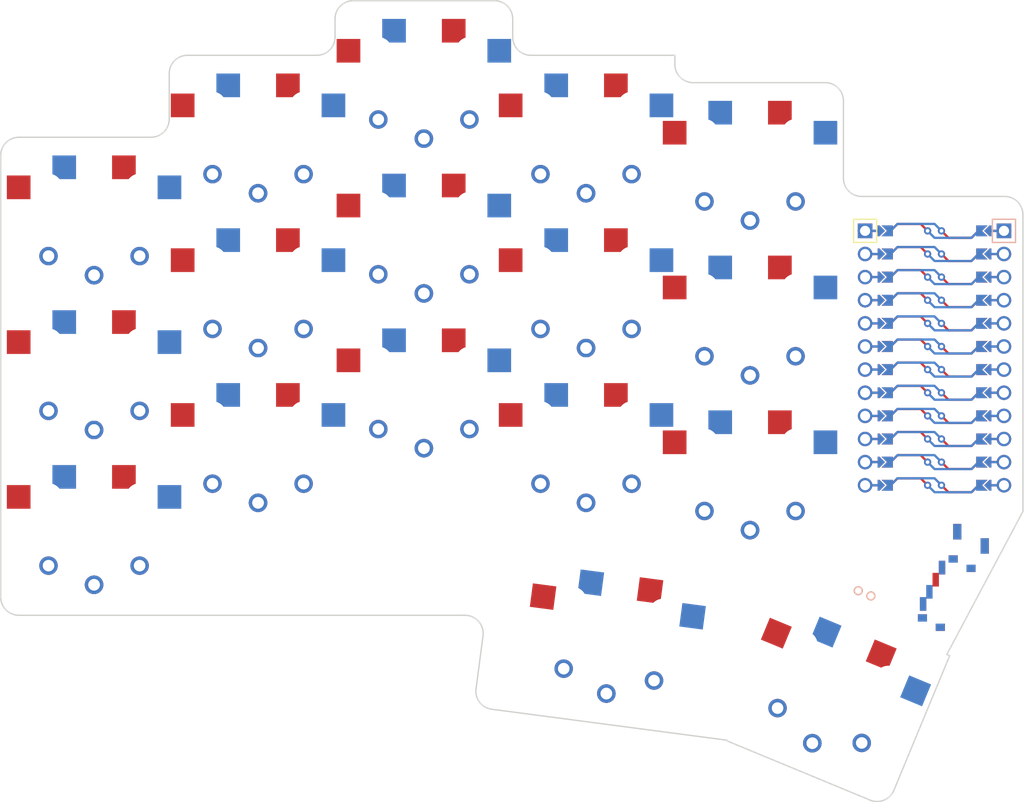
<source format=kicad_pcb>

            
(kicad_pcb (version 20171130) (host pcbnew 5.1.6)

  (page A3)
  (title_block
    (title lazy_ferris)
    (rev v1.0.0)
    (company Unknown)
  )

  (general
    (thickness 1.6)
  )

  (layers
    (0 F.Cu signal)
    (31 B.Cu signal)
    (32 B.Adhes user)
    (33 F.Adhes user)
    (34 B.Paste user)
    (35 F.Paste user)
    (36 B.SilkS user)
    (37 F.SilkS user)
    (38 B.Mask user)
    (39 F.Mask user)
    (40 Dwgs.User user)
    (41 Cmts.User user)
    (42 Eco1.User user)
    (43 Eco2.User user)
    (44 Edge.Cuts user)
    (45 Margin user)
    (46 B.CrtYd user)
    (47 F.CrtYd user)
    (48 B.Fab user)
    (49 F.Fab user)
  )

  (setup
    (last_trace_width 0.25)
    (trace_clearance 0.2)
    (zone_clearance 0.508)
    (zone_45_only no)
    (trace_min 0.2)
    (via_size 0.8)
    (via_drill 0.4)
    (via_min_size 0.4)
    (via_min_drill 0.3)
    (uvia_size 0.3)
    (uvia_drill 0.1)
    (uvias_allowed no)
    (uvia_min_size 0.2)
    (uvia_min_drill 0.1)
    (edge_width 0.05)
    (segment_width 0.2)
    (pcb_text_width 0.3)
    (pcb_text_size 1.5 1.5)
    (mod_edge_width 0.12)
    (mod_text_size 1 1)
    (mod_text_width 0.15)
    (pad_size 1.524 1.524)
    (pad_drill 0.762)
    (pad_to_mask_clearance 0.05)
    (aux_axis_origin 0 0)
    (visible_elements FFFFFF7F)
    (pcbplotparams
      (layerselection 0x010fc_ffffffff)
      (usegerberextensions false)
      (usegerberattributes true)
      (usegerberadvancedattributes true)
      (creategerberjobfile true)
      (excludeedgelayer true)
      (linewidth 0.100000)
      (plotframeref false)
      (viasonmask false)
      (mode 1)
      (useauxorigin false)
      (hpglpennumber 1)
      (hpglpenspeed 20)
      (hpglpendiameter 15.000000)
      (psnegative false)
      (psa4output false)
      (plotreference true)
      (plotvalue true)
      (plotinvisibletext false)
      (padsonsilk false)
      (subtractmaskfromsilk false)
      (outputformat 1)
      (mirror false)
      (drillshape 1)
      (scaleselection 1)
      (outputdirectory ""))
  )

            (net 0 "")
(net 1 "P8")
(net 2 "GND")
(net 3 "P5")
(net 4 "P2")
(net 5 "P14")
(net 6 "P18")
(net 7 "P20")
(net 8 "P7")
(net 9 "P4")
(net 10 "P0")
(net 11 "P15")
(net 12 "P19")
(net 13 "P21")
(net 14 "P6")
(net 15 "P3")
(net 16 "P1")
(net 17 "P9")
(net 18 "P10")
(net 19 "RAW")
(net 20 "RST")
(net 21 "VCC")
(net 22 "P16")
(net 23 "pos")
            
  (net_class Default "This is the default net class."
    (clearance 0.2)
    (trace_width 0.25)
    (via_dia 0.8)
    (via_drill 0.4)
    (uvia_dia 0.3)
    (uvia_drill 0.1)
    (add_net "")
(add_net "P8")
(add_net "GND")
(add_net "P5")
(add_net "P2")
(add_net "P14")
(add_net "P18")
(add_net "P20")
(add_net "P7")
(add_net "P4")
(add_net "P0")
(add_net "P15")
(add_net "P19")
(add_net "P21")
(add_net "P6")
(add_net "P3")
(add_net "P1")
(add_net "P9")
(add_net "P10")
(add_net "RAW")
(add_net "RST")
(add_net "VCC")
(add_net "P16")
(add_net "pos")
  )

            
        
      (module PG1350 (layer F.Cu) (tedit 5DD50112)
      (at 18 0 0)

      
      (fp_text reference "S1" (at 0 0) (layer F.SilkS) hide (effects (font (size 1.27 1.27) (thickness 0.15))))
      (fp_text value "" (at 0 0) (layer F.SilkS) hide (effects (font (size 1.27 1.27) (thickness 0.15))))

      
      (fp_line (start -7 -6) (end -7 -7) (layer Dwgs.User) (width 0.15))
      (fp_line (start -7 7) (end -6 7) (layer Dwgs.User) (width 0.15))
      (fp_line (start -6 -7) (end -7 -7) (layer Dwgs.User) (width 0.15))
      (fp_line (start -7 7) (end -7 6) (layer Dwgs.User) (width 0.15))
      (fp_line (start 7 6) (end 7 7) (layer Dwgs.User) (width 0.15))
      (fp_line (start 7 -7) (end 6 -7) (layer Dwgs.User) (width 0.15))
      (fp_line (start 6 7) (end 7 7) (layer Dwgs.User) (width 0.15))
      (fp_line (start 7 -7) (end 7 -6) (layer Dwgs.User) (width 0.15))      
      
      
      (pad "" np_thru_hole circle (at 0 0) (size 3.429 3.429) (drill 3.429) (layers *.Cu *.Mask))
        
      
      (pad "" np_thru_hole circle (at 5.5 0) (size 1.7018 1.7018) (drill 1.7018) (layers *.Cu *.Mask))
      (pad "" np_thru_hole circle (at -5.5 0) (size 1.7018 1.7018) (drill 1.7018) (layers *.Cu *.Mask))
      
        
      
      (fp_line (start -9 -8.5) (end 9 -8.5) (layer Dwgs.User) (width 0.15))
      (fp_line (start 9 -8.5) (end 9 8.5) (layer Dwgs.User) (width 0.15))
      (fp_line (start 9 8.5) (end -9 8.5) (layer Dwgs.User) (width 0.15))
      (fp_line (start -9 8.5) (end -9 -8.5) (layer Dwgs.User) (width 0.15))
      
        
          
          (pad "" np_thru_hole circle (at 5 -3.75) (size 3 3) (drill 3) (layers *.Cu *.Mask))
          (pad "" np_thru_hole circle (at 0 -5.95) (size 3 3) (drill 3) (layers *.Cu *.Mask))
      
          
          (pad 1 smd rect (at -3.275 -5.95 0) (size 2.6 2.6) (layers B.Cu B.Paste B.Mask)  (net 1 "P8"))
          (pad 2 smd rect (at 8.275 -3.75 0) (size 2.6 2.6) (layers B.Cu B.Paste B.Mask)  (net 2 "GND"))
        
        
          
          (pad "" np_thru_hole circle (at -5 -3.75) (size 3 3) (drill 3) (layers *.Cu *.Mask))
          (pad "" np_thru_hole circle (at 0 -5.95) (size 3 3) (drill 3) (layers *.Cu *.Mask))
      
          
          (pad 1 smd rect (at 3.275 -5.95 0) (size 2.6 2.6) (layers F.Cu F.Paste F.Mask)  (net 1 "P8"))
          (pad 2 smd rect (at -8.275 -3.75 0) (size 2.6 2.6) (layers F.Cu F.Paste F.Mask)  (net 2 "GND"))
        )
        

        
      (module PG1350 (layer F.Cu) (tedit 5DD50112)
      (at 18 0 180)

      
      (fp_text reference "S2" (at 0 0) (layer F.SilkS) hide (effects (font (size 1.27 1.27) (thickness 0.15))))
      (fp_text value "" (at 0 0) (layer F.SilkS) hide (effects (font (size 1.27 1.27) (thickness 0.15))))

      
      (fp_line (start -7 -6) (end -7 -7) (layer Dwgs.User) (width 0.15))
      (fp_line (start -7 7) (end -6 7) (layer Dwgs.User) (width 0.15))
      (fp_line (start -6 -7) (end -7 -7) (layer Dwgs.User) (width 0.15))
      (fp_line (start -7 7) (end -7 6) (layer Dwgs.User) (width 0.15))
      (fp_line (start 7 6) (end 7 7) (layer Dwgs.User) (width 0.15))
      (fp_line (start 7 -7) (end 6 -7) (layer Dwgs.User) (width 0.15))
      (fp_line (start 6 7) (end 7 7) (layer Dwgs.User) (width 0.15))
      (fp_line (start 7 -7) (end 7 -6) (layer Dwgs.User) (width 0.15))      
      
      
      (pad "" np_thru_hole circle (at 0 0) (size 3.429 3.429) (drill 3.429) (layers *.Cu *.Mask))
        
      
      (pad "" np_thru_hole circle (at 5.5 0) (size 1.7018 1.7018) (drill 1.7018) (layers *.Cu *.Mask))
      (pad "" np_thru_hole circle (at -5.5 0) (size 1.7018 1.7018) (drill 1.7018) (layers *.Cu *.Mask))
      
        
      
      (fp_line (start -9 -8.5) (end 9 -8.5) (layer Dwgs.User) (width 0.15))
      (fp_line (start 9 -8.5) (end 9 8.5) (layer Dwgs.User) (width 0.15))
      (fp_line (start 9 8.5) (end -9 8.5) (layer Dwgs.User) (width 0.15))
      (fp_line (start -9 8.5) (end -9 -8.5) (layer Dwgs.User) (width 0.15))
      
        
            
            (pad 1 thru_hole circle (at 5 -3.8) (size 2.032 2.032) (drill 1.27) (layers *.Cu *.Mask) (net 1 "P8"))
            (pad 2 thru_hole circle (at 0 -5.9) (size 2.032 2.032) (drill 1.27) (layers *.Cu *.Mask) (net 2 "GND"))
          
        
            
            (pad 1 thru_hole circle (at -5 -3.8) (size 2.032 2.032) (drill 1.27) (layers *.Cu *.Mask) (net 1 "P8"))
            (pad 2 thru_hole circle (at -0 -5.9) (size 2.032 2.032) (drill 1.27) (layers *.Cu *.Mask) (net 2 "GND"))
          )
        

        
      (module PG1350 (layer F.Cu) (tedit 5DD50112)
      (at 18 -17 0)

      
      (fp_text reference "S3" (at 0 0) (layer F.SilkS) hide (effects (font (size 1.27 1.27) (thickness 0.15))))
      (fp_text value "" (at 0 0) (layer F.SilkS) hide (effects (font (size 1.27 1.27) (thickness 0.15))))

      
      (fp_line (start -7 -6) (end -7 -7) (layer Dwgs.User) (width 0.15))
      (fp_line (start -7 7) (end -6 7) (layer Dwgs.User) (width 0.15))
      (fp_line (start -6 -7) (end -7 -7) (layer Dwgs.User) (width 0.15))
      (fp_line (start -7 7) (end -7 6) (layer Dwgs.User) (width 0.15))
      (fp_line (start 7 6) (end 7 7) (layer Dwgs.User) (width 0.15))
      (fp_line (start 7 -7) (end 6 -7) (layer Dwgs.User) (width 0.15))
      (fp_line (start 6 7) (end 7 7) (layer Dwgs.User) (width 0.15))
      (fp_line (start 7 -7) (end 7 -6) (layer Dwgs.User) (width 0.15))      
      
      
      (pad "" np_thru_hole circle (at 0 0) (size 3.429 3.429) (drill 3.429) (layers *.Cu *.Mask))
        
      
      (pad "" np_thru_hole circle (at 5.5 0) (size 1.7018 1.7018) (drill 1.7018) (layers *.Cu *.Mask))
      (pad "" np_thru_hole circle (at -5.5 0) (size 1.7018 1.7018) (drill 1.7018) (layers *.Cu *.Mask))
      
        
      
      (fp_line (start -9 -8.5) (end 9 -8.5) (layer Dwgs.User) (width 0.15))
      (fp_line (start 9 -8.5) (end 9 8.5) (layer Dwgs.User) (width 0.15))
      (fp_line (start 9 8.5) (end -9 8.5) (layer Dwgs.User) (width 0.15))
      (fp_line (start -9 8.5) (end -9 -8.5) (layer Dwgs.User) (width 0.15))
      
        
          
          (pad "" np_thru_hole circle (at 5 -3.75) (size 3 3) (drill 3) (layers *.Cu *.Mask))
          (pad "" np_thru_hole circle (at 0 -5.95) (size 3 3) (drill 3) (layers *.Cu *.Mask))
      
          
          (pad 1 smd rect (at -3.275 -5.95 0) (size 2.6 2.6) (layers B.Cu B.Paste B.Mask)  (net 3 "P5"))
          (pad 2 smd rect (at 8.275 -3.75 0) (size 2.6 2.6) (layers B.Cu B.Paste B.Mask)  (net 2 "GND"))
        
        
          
          (pad "" np_thru_hole circle (at -5 -3.75) (size 3 3) (drill 3) (layers *.Cu *.Mask))
          (pad "" np_thru_hole circle (at 0 -5.95) (size 3 3) (drill 3) (layers *.Cu *.Mask))
      
          
          (pad 1 smd rect (at 3.275 -5.95 0) (size 2.6 2.6) (layers F.Cu F.Paste F.Mask)  (net 3 "P5"))
          (pad 2 smd rect (at -8.275 -3.75 0) (size 2.6 2.6) (layers F.Cu F.Paste F.Mask)  (net 2 "GND"))
        )
        

        
      (module PG1350 (layer F.Cu) (tedit 5DD50112)
      (at 18 -17 180)

      
      (fp_text reference "S4" (at 0 0) (layer F.SilkS) hide (effects (font (size 1.27 1.27) (thickness 0.15))))
      (fp_text value "" (at 0 0) (layer F.SilkS) hide (effects (font (size 1.27 1.27) (thickness 0.15))))

      
      (fp_line (start -7 -6) (end -7 -7) (layer Dwgs.User) (width 0.15))
      (fp_line (start -7 7) (end -6 7) (layer Dwgs.User) (width 0.15))
      (fp_line (start -6 -7) (end -7 -7) (layer Dwgs.User) (width 0.15))
      (fp_line (start -7 7) (end -7 6) (layer Dwgs.User) (width 0.15))
      (fp_line (start 7 6) (end 7 7) (layer Dwgs.User) (width 0.15))
      (fp_line (start 7 -7) (end 6 -7) (layer Dwgs.User) (width 0.15))
      (fp_line (start 6 7) (end 7 7) (layer Dwgs.User) (width 0.15))
      (fp_line (start 7 -7) (end 7 -6) (layer Dwgs.User) (width 0.15))      
      
      
      (pad "" np_thru_hole circle (at 0 0) (size 3.429 3.429) (drill 3.429) (layers *.Cu *.Mask))
        
      
      (pad "" np_thru_hole circle (at 5.5 0) (size 1.7018 1.7018) (drill 1.7018) (layers *.Cu *.Mask))
      (pad "" np_thru_hole circle (at -5.5 0) (size 1.7018 1.7018) (drill 1.7018) (layers *.Cu *.Mask))
      
        
      
      (fp_line (start -9 -8.5) (end 9 -8.5) (layer Dwgs.User) (width 0.15))
      (fp_line (start 9 -8.5) (end 9 8.5) (layer Dwgs.User) (width 0.15))
      (fp_line (start 9 8.5) (end -9 8.5) (layer Dwgs.User) (width 0.15))
      (fp_line (start -9 8.5) (end -9 -8.5) (layer Dwgs.User) (width 0.15))
      
        
            
            (pad 1 thru_hole circle (at 5 -3.8) (size 2.032 2.032) (drill 1.27) (layers *.Cu *.Mask) (net 3 "P5"))
            (pad 2 thru_hole circle (at 0 -5.9) (size 2.032 2.032) (drill 1.27) (layers *.Cu *.Mask) (net 2 "GND"))
          
        
            
            (pad 1 thru_hole circle (at -5 -3.8) (size 2.032 2.032) (drill 1.27) (layers *.Cu *.Mask) (net 3 "P5"))
            (pad 2 thru_hole circle (at -0 -5.9) (size 2.032 2.032) (drill 1.27) (layers *.Cu *.Mask) (net 2 "GND"))
          )
        

        
      (module PG1350 (layer F.Cu) (tedit 5DD50112)
      (at 18 -34 0)

      
      (fp_text reference "S5" (at 0 0) (layer F.SilkS) hide (effects (font (size 1.27 1.27) (thickness 0.15))))
      (fp_text value "" (at 0 0) (layer F.SilkS) hide (effects (font (size 1.27 1.27) (thickness 0.15))))

      
      (fp_line (start -7 -6) (end -7 -7) (layer Dwgs.User) (width 0.15))
      (fp_line (start -7 7) (end -6 7) (layer Dwgs.User) (width 0.15))
      (fp_line (start -6 -7) (end -7 -7) (layer Dwgs.User) (width 0.15))
      (fp_line (start -7 7) (end -7 6) (layer Dwgs.User) (width 0.15))
      (fp_line (start 7 6) (end 7 7) (layer Dwgs.User) (width 0.15))
      (fp_line (start 7 -7) (end 6 -7) (layer Dwgs.User) (width 0.15))
      (fp_line (start 6 7) (end 7 7) (layer Dwgs.User) (width 0.15))
      (fp_line (start 7 -7) (end 7 -6) (layer Dwgs.User) (width 0.15))      
      
      
      (pad "" np_thru_hole circle (at 0 0) (size 3.429 3.429) (drill 3.429) (layers *.Cu *.Mask))
        
      
      (pad "" np_thru_hole circle (at 5.5 0) (size 1.7018 1.7018) (drill 1.7018) (layers *.Cu *.Mask))
      (pad "" np_thru_hole circle (at -5.5 0) (size 1.7018 1.7018) (drill 1.7018) (layers *.Cu *.Mask))
      
        
      
      (fp_line (start -9 -8.5) (end 9 -8.5) (layer Dwgs.User) (width 0.15))
      (fp_line (start 9 -8.5) (end 9 8.5) (layer Dwgs.User) (width 0.15))
      (fp_line (start 9 8.5) (end -9 8.5) (layer Dwgs.User) (width 0.15))
      (fp_line (start -9 8.5) (end -9 -8.5) (layer Dwgs.User) (width 0.15))
      
        
          
          (pad "" np_thru_hole circle (at 5 -3.75) (size 3 3) (drill 3) (layers *.Cu *.Mask))
          (pad "" np_thru_hole circle (at 0 -5.95) (size 3 3) (drill 3) (layers *.Cu *.Mask))
      
          
          (pad 1 smd rect (at -3.275 -5.95 0) (size 2.6 2.6) (layers B.Cu B.Paste B.Mask)  (net 4 "P2"))
          (pad 2 smd rect (at 8.275 -3.75 0) (size 2.6 2.6) (layers B.Cu B.Paste B.Mask)  (net 2 "GND"))
        
        
          
          (pad "" np_thru_hole circle (at -5 -3.75) (size 3 3) (drill 3) (layers *.Cu *.Mask))
          (pad "" np_thru_hole circle (at 0 -5.95) (size 3 3) (drill 3) (layers *.Cu *.Mask))
      
          
          (pad 1 smd rect (at 3.275 -5.95 0) (size 2.6 2.6) (layers F.Cu F.Paste F.Mask)  (net 4 "P2"))
          (pad 2 smd rect (at -8.275 -3.75 0) (size 2.6 2.6) (layers F.Cu F.Paste F.Mask)  (net 2 "GND"))
        )
        

        
      (module PG1350 (layer F.Cu) (tedit 5DD50112)
      (at 18 -34 180)

      
      (fp_text reference "S6" (at 0 0) (layer F.SilkS) hide (effects (font (size 1.27 1.27) (thickness 0.15))))
      (fp_text value "" (at 0 0) (layer F.SilkS) hide (effects (font (size 1.27 1.27) (thickness 0.15))))

      
      (fp_line (start -7 -6) (end -7 -7) (layer Dwgs.User) (width 0.15))
      (fp_line (start -7 7) (end -6 7) (layer Dwgs.User) (width 0.15))
      (fp_line (start -6 -7) (end -7 -7) (layer Dwgs.User) (width 0.15))
      (fp_line (start -7 7) (end -7 6) (layer Dwgs.User) (width 0.15))
      (fp_line (start 7 6) (end 7 7) (layer Dwgs.User) (width 0.15))
      (fp_line (start 7 -7) (end 6 -7) (layer Dwgs.User) (width 0.15))
      (fp_line (start 6 7) (end 7 7) (layer Dwgs.User) (width 0.15))
      (fp_line (start 7 -7) (end 7 -6) (layer Dwgs.User) (width 0.15))      
      
      
      (pad "" np_thru_hole circle (at 0 0) (size 3.429 3.429) (drill 3.429) (layers *.Cu *.Mask))
        
      
      (pad "" np_thru_hole circle (at 5.5 0) (size 1.7018 1.7018) (drill 1.7018) (layers *.Cu *.Mask))
      (pad "" np_thru_hole circle (at -5.5 0) (size 1.7018 1.7018) (drill 1.7018) (layers *.Cu *.Mask))
      
        
      
      (fp_line (start -9 -8.5) (end 9 -8.5) (layer Dwgs.User) (width 0.15))
      (fp_line (start 9 -8.5) (end 9 8.5) (layer Dwgs.User) (width 0.15))
      (fp_line (start 9 8.5) (end -9 8.5) (layer Dwgs.User) (width 0.15))
      (fp_line (start -9 8.5) (end -9 -8.5) (layer Dwgs.User) (width 0.15))
      
        
            
            (pad 1 thru_hole circle (at 5 -3.8) (size 2.032 2.032) (drill 1.27) (layers *.Cu *.Mask) (net 4 "P2"))
            (pad 2 thru_hole circle (at 0 -5.9) (size 2.032 2.032) (drill 1.27) (layers *.Cu *.Mask) (net 2 "GND"))
          
        
            
            (pad 1 thru_hole circle (at -5 -3.8) (size 2.032 2.032) (drill 1.27) (layers *.Cu *.Mask) (net 4 "P2"))
            (pad 2 thru_hole circle (at -0 -5.9) (size 2.032 2.032) (drill 1.27) (layers *.Cu *.Mask) (net 2 "GND"))
          )
        

        
      (module PG1350 (layer F.Cu) (tedit 5DD50112)
      (at 36 -9 0)

      
      (fp_text reference "S7" (at 0 0) (layer F.SilkS) hide (effects (font (size 1.27 1.27) (thickness 0.15))))
      (fp_text value "" (at 0 0) (layer F.SilkS) hide (effects (font (size 1.27 1.27) (thickness 0.15))))

      
      (fp_line (start -7 -6) (end -7 -7) (layer Dwgs.User) (width 0.15))
      (fp_line (start -7 7) (end -6 7) (layer Dwgs.User) (width 0.15))
      (fp_line (start -6 -7) (end -7 -7) (layer Dwgs.User) (width 0.15))
      (fp_line (start -7 7) (end -7 6) (layer Dwgs.User) (width 0.15))
      (fp_line (start 7 6) (end 7 7) (layer Dwgs.User) (width 0.15))
      (fp_line (start 7 -7) (end 6 -7) (layer Dwgs.User) (width 0.15))
      (fp_line (start 6 7) (end 7 7) (layer Dwgs.User) (width 0.15))
      (fp_line (start 7 -7) (end 7 -6) (layer Dwgs.User) (width 0.15))      
      
      
      (pad "" np_thru_hole circle (at 0 0) (size 3.429 3.429) (drill 3.429) (layers *.Cu *.Mask))
        
      
      (pad "" np_thru_hole circle (at 5.5 0) (size 1.7018 1.7018) (drill 1.7018) (layers *.Cu *.Mask))
      (pad "" np_thru_hole circle (at -5.5 0) (size 1.7018 1.7018) (drill 1.7018) (layers *.Cu *.Mask))
      
        
      
      (fp_line (start -9 -8.5) (end 9 -8.5) (layer Dwgs.User) (width 0.15))
      (fp_line (start 9 -8.5) (end 9 8.5) (layer Dwgs.User) (width 0.15))
      (fp_line (start 9 8.5) (end -9 8.5) (layer Dwgs.User) (width 0.15))
      (fp_line (start -9 8.5) (end -9 -8.5) (layer Dwgs.User) (width 0.15))
      
        
          
          (pad "" np_thru_hole circle (at 5 -3.75) (size 3 3) (drill 3) (layers *.Cu *.Mask))
          (pad "" np_thru_hole circle (at 0 -5.95) (size 3 3) (drill 3) (layers *.Cu *.Mask))
      
          
          (pad 1 smd rect (at -3.275 -5.95 0) (size 2.6 2.6) (layers B.Cu B.Paste B.Mask)  (net 5 "P14"))
          (pad 2 smd rect (at 8.275 -3.75 0) (size 2.6 2.6) (layers B.Cu B.Paste B.Mask)  (net 2 "GND"))
        
        
          
          (pad "" np_thru_hole circle (at -5 -3.75) (size 3 3) (drill 3) (layers *.Cu *.Mask))
          (pad "" np_thru_hole circle (at 0 -5.95) (size 3 3) (drill 3) (layers *.Cu *.Mask))
      
          
          (pad 1 smd rect (at 3.275 -5.95 0) (size 2.6 2.6) (layers F.Cu F.Paste F.Mask)  (net 5 "P14"))
          (pad 2 smd rect (at -8.275 -3.75 0) (size 2.6 2.6) (layers F.Cu F.Paste F.Mask)  (net 2 "GND"))
        )
        

        
      (module PG1350 (layer F.Cu) (tedit 5DD50112)
      (at 36 -9 180)

      
      (fp_text reference "S8" (at 0 0) (layer F.SilkS) hide (effects (font (size 1.27 1.27) (thickness 0.15))))
      (fp_text value "" (at 0 0) (layer F.SilkS) hide (effects (font (size 1.27 1.27) (thickness 0.15))))

      
      (fp_line (start -7 -6) (end -7 -7) (layer Dwgs.User) (width 0.15))
      (fp_line (start -7 7) (end -6 7) (layer Dwgs.User) (width 0.15))
      (fp_line (start -6 -7) (end -7 -7) (layer Dwgs.User) (width 0.15))
      (fp_line (start -7 7) (end -7 6) (layer Dwgs.User) (width 0.15))
      (fp_line (start 7 6) (end 7 7) (layer Dwgs.User) (width 0.15))
      (fp_line (start 7 -7) (end 6 -7) (layer Dwgs.User) (width 0.15))
      (fp_line (start 6 7) (end 7 7) (layer Dwgs.User) (width 0.15))
      (fp_line (start 7 -7) (end 7 -6) (layer Dwgs.User) (width 0.15))      
      
      
      (pad "" np_thru_hole circle (at 0 0) (size 3.429 3.429) (drill 3.429) (layers *.Cu *.Mask))
        
      
      (pad "" np_thru_hole circle (at 5.5 0) (size 1.7018 1.7018) (drill 1.7018) (layers *.Cu *.Mask))
      (pad "" np_thru_hole circle (at -5.5 0) (size 1.7018 1.7018) (drill 1.7018) (layers *.Cu *.Mask))
      
        
      
      (fp_line (start -9 -8.5) (end 9 -8.5) (layer Dwgs.User) (width 0.15))
      (fp_line (start 9 -8.5) (end 9 8.5) (layer Dwgs.User) (width 0.15))
      (fp_line (start 9 8.5) (end -9 8.5) (layer Dwgs.User) (width 0.15))
      (fp_line (start -9 8.5) (end -9 -8.5) (layer Dwgs.User) (width 0.15))
      
        
            
            (pad 1 thru_hole circle (at 5 -3.8) (size 2.032 2.032) (drill 1.27) (layers *.Cu *.Mask) (net 5 "P14"))
            (pad 2 thru_hole circle (at 0 -5.9) (size 2.032 2.032) (drill 1.27) (layers *.Cu *.Mask) (net 2 "GND"))
          
        
            
            (pad 1 thru_hole circle (at -5 -3.8) (size 2.032 2.032) (drill 1.27) (layers *.Cu *.Mask) (net 5 "P14"))
            (pad 2 thru_hole circle (at -0 -5.9) (size 2.032 2.032) (drill 1.27) (layers *.Cu *.Mask) (net 2 "GND"))
          )
        

        
      (module PG1350 (layer F.Cu) (tedit 5DD50112)
      (at 36 -26 0)

      
      (fp_text reference "S9" (at 0 0) (layer F.SilkS) hide (effects (font (size 1.27 1.27) (thickness 0.15))))
      (fp_text value "" (at 0 0) (layer F.SilkS) hide (effects (font (size 1.27 1.27) (thickness 0.15))))

      
      (fp_line (start -7 -6) (end -7 -7) (layer Dwgs.User) (width 0.15))
      (fp_line (start -7 7) (end -6 7) (layer Dwgs.User) (width 0.15))
      (fp_line (start -6 -7) (end -7 -7) (layer Dwgs.User) (width 0.15))
      (fp_line (start -7 7) (end -7 6) (layer Dwgs.User) (width 0.15))
      (fp_line (start 7 6) (end 7 7) (layer Dwgs.User) (width 0.15))
      (fp_line (start 7 -7) (end 6 -7) (layer Dwgs.User) (width 0.15))
      (fp_line (start 6 7) (end 7 7) (layer Dwgs.User) (width 0.15))
      (fp_line (start 7 -7) (end 7 -6) (layer Dwgs.User) (width 0.15))      
      
      
      (pad "" np_thru_hole circle (at 0 0) (size 3.429 3.429) (drill 3.429) (layers *.Cu *.Mask))
        
      
      (pad "" np_thru_hole circle (at 5.5 0) (size 1.7018 1.7018) (drill 1.7018) (layers *.Cu *.Mask))
      (pad "" np_thru_hole circle (at -5.5 0) (size 1.7018 1.7018) (drill 1.7018) (layers *.Cu *.Mask))
      
        
      
      (fp_line (start -9 -8.5) (end 9 -8.5) (layer Dwgs.User) (width 0.15))
      (fp_line (start 9 -8.5) (end 9 8.5) (layer Dwgs.User) (width 0.15))
      (fp_line (start 9 8.5) (end -9 8.5) (layer Dwgs.User) (width 0.15))
      (fp_line (start -9 8.5) (end -9 -8.5) (layer Dwgs.User) (width 0.15))
      
        
          
          (pad "" np_thru_hole circle (at 5 -3.75) (size 3 3) (drill 3) (layers *.Cu *.Mask))
          (pad "" np_thru_hole circle (at 0 -5.95) (size 3 3) (drill 3) (layers *.Cu *.Mask))
      
          
          (pad 1 smd rect (at -3.275 -5.95 0) (size 2.6 2.6) (layers B.Cu B.Paste B.Mask)  (net 6 "P18"))
          (pad 2 smd rect (at 8.275 -3.75 0) (size 2.6 2.6) (layers B.Cu B.Paste B.Mask)  (net 2 "GND"))
        
        
          
          (pad "" np_thru_hole circle (at -5 -3.75) (size 3 3) (drill 3) (layers *.Cu *.Mask))
          (pad "" np_thru_hole circle (at 0 -5.95) (size 3 3) (drill 3) (layers *.Cu *.Mask))
      
          
          (pad 1 smd rect (at 3.275 -5.95 0) (size 2.6 2.6) (layers F.Cu F.Paste F.Mask)  (net 6 "P18"))
          (pad 2 smd rect (at -8.275 -3.75 0) (size 2.6 2.6) (layers F.Cu F.Paste F.Mask)  (net 2 "GND"))
        )
        

        
      (module PG1350 (layer F.Cu) (tedit 5DD50112)
      (at 36 -26 180)

      
      (fp_text reference "S10" (at 0 0) (layer F.SilkS) hide (effects (font (size 1.27 1.27) (thickness 0.15))))
      (fp_text value "" (at 0 0) (layer F.SilkS) hide (effects (font (size 1.27 1.27) (thickness 0.15))))

      
      (fp_line (start -7 -6) (end -7 -7) (layer Dwgs.User) (width 0.15))
      (fp_line (start -7 7) (end -6 7) (layer Dwgs.User) (width 0.15))
      (fp_line (start -6 -7) (end -7 -7) (layer Dwgs.User) (width 0.15))
      (fp_line (start -7 7) (end -7 6) (layer Dwgs.User) (width 0.15))
      (fp_line (start 7 6) (end 7 7) (layer Dwgs.User) (width 0.15))
      (fp_line (start 7 -7) (end 6 -7) (layer Dwgs.User) (width 0.15))
      (fp_line (start 6 7) (end 7 7) (layer Dwgs.User) (width 0.15))
      (fp_line (start 7 -7) (end 7 -6) (layer Dwgs.User) (width 0.15))      
      
      
      (pad "" np_thru_hole circle (at 0 0) (size 3.429 3.429) (drill 3.429) (layers *.Cu *.Mask))
        
      
      (pad "" np_thru_hole circle (at 5.5 0) (size 1.7018 1.7018) (drill 1.7018) (layers *.Cu *.Mask))
      (pad "" np_thru_hole circle (at -5.5 0) (size 1.7018 1.7018) (drill 1.7018) (layers *.Cu *.Mask))
      
        
      
      (fp_line (start -9 -8.5) (end 9 -8.5) (layer Dwgs.User) (width 0.15))
      (fp_line (start 9 -8.5) (end 9 8.5) (layer Dwgs.User) (width 0.15))
      (fp_line (start 9 8.5) (end -9 8.5) (layer Dwgs.User) (width 0.15))
      (fp_line (start -9 8.5) (end -9 -8.5) (layer Dwgs.User) (width 0.15))
      
        
            
            (pad 1 thru_hole circle (at 5 -3.8) (size 2.032 2.032) (drill 1.27) (layers *.Cu *.Mask) (net 6 "P18"))
            (pad 2 thru_hole circle (at 0 -5.9) (size 2.032 2.032) (drill 1.27) (layers *.Cu *.Mask) (net 2 "GND"))
          
        
            
            (pad 1 thru_hole circle (at -5 -3.8) (size 2.032 2.032) (drill 1.27) (layers *.Cu *.Mask) (net 6 "P18"))
            (pad 2 thru_hole circle (at -0 -5.9) (size 2.032 2.032) (drill 1.27) (layers *.Cu *.Mask) (net 2 "GND"))
          )
        

        
      (module PG1350 (layer F.Cu) (tedit 5DD50112)
      (at 36 -43 0)

      
      (fp_text reference "S11" (at 0 0) (layer F.SilkS) hide (effects (font (size 1.27 1.27) (thickness 0.15))))
      (fp_text value "" (at 0 0) (layer F.SilkS) hide (effects (font (size 1.27 1.27) (thickness 0.15))))

      
      (fp_line (start -7 -6) (end -7 -7) (layer Dwgs.User) (width 0.15))
      (fp_line (start -7 7) (end -6 7) (layer Dwgs.User) (width 0.15))
      (fp_line (start -6 -7) (end -7 -7) (layer Dwgs.User) (width 0.15))
      (fp_line (start -7 7) (end -7 6) (layer Dwgs.User) (width 0.15))
      (fp_line (start 7 6) (end 7 7) (layer Dwgs.User) (width 0.15))
      (fp_line (start 7 -7) (end 6 -7) (layer Dwgs.User) (width 0.15))
      (fp_line (start 6 7) (end 7 7) (layer Dwgs.User) (width 0.15))
      (fp_line (start 7 -7) (end 7 -6) (layer Dwgs.User) (width 0.15))      
      
      
      (pad "" np_thru_hole circle (at 0 0) (size 3.429 3.429) (drill 3.429) (layers *.Cu *.Mask))
        
      
      (pad "" np_thru_hole circle (at 5.5 0) (size 1.7018 1.7018) (drill 1.7018) (layers *.Cu *.Mask))
      (pad "" np_thru_hole circle (at -5.5 0) (size 1.7018 1.7018) (drill 1.7018) (layers *.Cu *.Mask))
      
        
      
      (fp_line (start -9 -8.5) (end 9 -8.5) (layer Dwgs.User) (width 0.15))
      (fp_line (start 9 -8.5) (end 9 8.5) (layer Dwgs.User) (width 0.15))
      (fp_line (start 9 8.5) (end -9 8.5) (layer Dwgs.User) (width 0.15))
      (fp_line (start -9 8.5) (end -9 -8.5) (layer Dwgs.User) (width 0.15))
      
        
          
          (pad "" np_thru_hole circle (at 5 -3.75) (size 3 3) (drill 3) (layers *.Cu *.Mask))
          (pad "" np_thru_hole circle (at 0 -5.95) (size 3 3) (drill 3) (layers *.Cu *.Mask))
      
          
          (pad 1 smd rect (at -3.275 -5.95 0) (size 2.6 2.6) (layers B.Cu B.Paste B.Mask)  (net 7 "P20"))
          (pad 2 smd rect (at 8.275 -3.75 0) (size 2.6 2.6) (layers B.Cu B.Paste B.Mask)  (net 2 "GND"))
        
        
          
          (pad "" np_thru_hole circle (at -5 -3.75) (size 3 3) (drill 3) (layers *.Cu *.Mask))
          (pad "" np_thru_hole circle (at 0 -5.95) (size 3 3) (drill 3) (layers *.Cu *.Mask))
      
          
          (pad 1 smd rect (at 3.275 -5.95 0) (size 2.6 2.6) (layers F.Cu F.Paste F.Mask)  (net 7 "P20"))
          (pad 2 smd rect (at -8.275 -3.75 0) (size 2.6 2.6) (layers F.Cu F.Paste F.Mask)  (net 2 "GND"))
        )
        

        
      (module PG1350 (layer F.Cu) (tedit 5DD50112)
      (at 36 -43 180)

      
      (fp_text reference "S12" (at 0 0) (layer F.SilkS) hide (effects (font (size 1.27 1.27) (thickness 0.15))))
      (fp_text value "" (at 0 0) (layer F.SilkS) hide (effects (font (size 1.27 1.27) (thickness 0.15))))

      
      (fp_line (start -7 -6) (end -7 -7) (layer Dwgs.User) (width 0.15))
      (fp_line (start -7 7) (end -6 7) (layer Dwgs.User) (width 0.15))
      (fp_line (start -6 -7) (end -7 -7) (layer Dwgs.User) (width 0.15))
      (fp_line (start -7 7) (end -7 6) (layer Dwgs.User) (width 0.15))
      (fp_line (start 7 6) (end 7 7) (layer Dwgs.User) (width 0.15))
      (fp_line (start 7 -7) (end 6 -7) (layer Dwgs.User) (width 0.15))
      (fp_line (start 6 7) (end 7 7) (layer Dwgs.User) (width 0.15))
      (fp_line (start 7 -7) (end 7 -6) (layer Dwgs.User) (width 0.15))      
      
      
      (pad "" np_thru_hole circle (at 0 0) (size 3.429 3.429) (drill 3.429) (layers *.Cu *.Mask))
        
      
      (pad "" np_thru_hole circle (at 5.5 0) (size 1.7018 1.7018) (drill 1.7018) (layers *.Cu *.Mask))
      (pad "" np_thru_hole circle (at -5.5 0) (size 1.7018 1.7018) (drill 1.7018) (layers *.Cu *.Mask))
      
        
      
      (fp_line (start -9 -8.5) (end 9 -8.5) (layer Dwgs.User) (width 0.15))
      (fp_line (start 9 -8.5) (end 9 8.5) (layer Dwgs.User) (width 0.15))
      (fp_line (start 9 8.5) (end -9 8.5) (layer Dwgs.User) (width 0.15))
      (fp_line (start -9 8.5) (end -9 -8.5) (layer Dwgs.User) (width 0.15))
      
        
            
            (pad 1 thru_hole circle (at 5 -3.8) (size 2.032 2.032) (drill 1.27) (layers *.Cu *.Mask) (net 7 "P20"))
            (pad 2 thru_hole circle (at 0 -5.9) (size 2.032 2.032) (drill 1.27) (layers *.Cu *.Mask) (net 2 "GND"))
          
        
            
            (pad 1 thru_hole circle (at -5 -3.8) (size 2.032 2.032) (drill 1.27) (layers *.Cu *.Mask) (net 7 "P20"))
            (pad 2 thru_hole circle (at -0 -5.9) (size 2.032 2.032) (drill 1.27) (layers *.Cu *.Mask) (net 2 "GND"))
          )
        

        
      (module PG1350 (layer F.Cu) (tedit 5DD50112)
      (at 54.2 -15 0)

      
      (fp_text reference "S13" (at 0 0) (layer F.SilkS) hide (effects (font (size 1.27 1.27) (thickness 0.15))))
      (fp_text value "" (at 0 0) (layer F.SilkS) hide (effects (font (size 1.27 1.27) (thickness 0.15))))

      
      (fp_line (start -7 -6) (end -7 -7) (layer Dwgs.User) (width 0.15))
      (fp_line (start -7 7) (end -6 7) (layer Dwgs.User) (width 0.15))
      (fp_line (start -6 -7) (end -7 -7) (layer Dwgs.User) (width 0.15))
      (fp_line (start -7 7) (end -7 6) (layer Dwgs.User) (width 0.15))
      (fp_line (start 7 6) (end 7 7) (layer Dwgs.User) (width 0.15))
      (fp_line (start 7 -7) (end 6 -7) (layer Dwgs.User) (width 0.15))
      (fp_line (start 6 7) (end 7 7) (layer Dwgs.User) (width 0.15))
      (fp_line (start 7 -7) (end 7 -6) (layer Dwgs.User) (width 0.15))      
      
      
      (pad "" np_thru_hole circle (at 0 0) (size 3.429 3.429) (drill 3.429) (layers *.Cu *.Mask))
        
      
      (pad "" np_thru_hole circle (at 5.5 0) (size 1.7018 1.7018) (drill 1.7018) (layers *.Cu *.Mask))
      (pad "" np_thru_hole circle (at -5.5 0) (size 1.7018 1.7018) (drill 1.7018) (layers *.Cu *.Mask))
      
        
      
      (fp_line (start -9 -8.5) (end 9 -8.5) (layer Dwgs.User) (width 0.15))
      (fp_line (start 9 -8.5) (end 9 8.5) (layer Dwgs.User) (width 0.15))
      (fp_line (start 9 8.5) (end -9 8.5) (layer Dwgs.User) (width 0.15))
      (fp_line (start -9 8.5) (end -9 -8.5) (layer Dwgs.User) (width 0.15))
      
        
          
          (pad "" np_thru_hole circle (at 5 -3.75) (size 3 3) (drill 3) (layers *.Cu *.Mask))
          (pad "" np_thru_hole circle (at 0 -5.95) (size 3 3) (drill 3) (layers *.Cu *.Mask))
      
          
          (pad 1 smd rect (at -3.275 -5.95 0) (size 2.6 2.6) (layers B.Cu B.Paste B.Mask)  (net 8 "P7"))
          (pad 2 smd rect (at 8.275 -3.75 0) (size 2.6 2.6) (layers B.Cu B.Paste B.Mask)  (net 2 "GND"))
        
        
          
          (pad "" np_thru_hole circle (at -5 -3.75) (size 3 3) (drill 3) (layers *.Cu *.Mask))
          (pad "" np_thru_hole circle (at 0 -5.95) (size 3 3) (drill 3) (layers *.Cu *.Mask))
      
          
          (pad 1 smd rect (at 3.275 -5.95 0) (size 2.6 2.6) (layers F.Cu F.Paste F.Mask)  (net 8 "P7"))
          (pad 2 smd rect (at -8.275 -3.75 0) (size 2.6 2.6) (layers F.Cu F.Paste F.Mask)  (net 2 "GND"))
        )
        

        
      (module PG1350 (layer F.Cu) (tedit 5DD50112)
      (at 54.2 -15 180)

      
      (fp_text reference "S14" (at 0 0) (layer F.SilkS) hide (effects (font (size 1.27 1.27) (thickness 0.15))))
      (fp_text value "" (at 0 0) (layer F.SilkS) hide (effects (font (size 1.27 1.27) (thickness 0.15))))

      
      (fp_line (start -7 -6) (end -7 -7) (layer Dwgs.User) (width 0.15))
      (fp_line (start -7 7) (end -6 7) (layer Dwgs.User) (width 0.15))
      (fp_line (start -6 -7) (end -7 -7) (layer Dwgs.User) (width 0.15))
      (fp_line (start -7 7) (end -7 6) (layer Dwgs.User) (width 0.15))
      (fp_line (start 7 6) (end 7 7) (layer Dwgs.User) (width 0.15))
      (fp_line (start 7 -7) (end 6 -7) (layer Dwgs.User) (width 0.15))
      (fp_line (start 6 7) (end 7 7) (layer Dwgs.User) (width 0.15))
      (fp_line (start 7 -7) (end 7 -6) (layer Dwgs.User) (width 0.15))      
      
      
      (pad "" np_thru_hole circle (at 0 0) (size 3.429 3.429) (drill 3.429) (layers *.Cu *.Mask))
        
      
      (pad "" np_thru_hole circle (at 5.5 0) (size 1.7018 1.7018) (drill 1.7018) (layers *.Cu *.Mask))
      (pad "" np_thru_hole circle (at -5.5 0) (size 1.7018 1.7018) (drill 1.7018) (layers *.Cu *.Mask))
      
        
      
      (fp_line (start -9 -8.5) (end 9 -8.5) (layer Dwgs.User) (width 0.15))
      (fp_line (start 9 -8.5) (end 9 8.5) (layer Dwgs.User) (width 0.15))
      (fp_line (start 9 8.5) (end -9 8.5) (layer Dwgs.User) (width 0.15))
      (fp_line (start -9 8.5) (end -9 -8.5) (layer Dwgs.User) (width 0.15))
      
        
            
            (pad 1 thru_hole circle (at 5 -3.8) (size 2.032 2.032) (drill 1.27) (layers *.Cu *.Mask) (net 8 "P7"))
            (pad 2 thru_hole circle (at 0 -5.9) (size 2.032 2.032) (drill 1.27) (layers *.Cu *.Mask) (net 2 "GND"))
          
        
            
            (pad 1 thru_hole circle (at -5 -3.8) (size 2.032 2.032) (drill 1.27) (layers *.Cu *.Mask) (net 8 "P7"))
            (pad 2 thru_hole circle (at -0 -5.9) (size 2.032 2.032) (drill 1.27) (layers *.Cu *.Mask) (net 2 "GND"))
          )
        

        
      (module PG1350 (layer F.Cu) (tedit 5DD50112)
      (at 54.2 -32 0)

      
      (fp_text reference "S15" (at 0 0) (layer F.SilkS) hide (effects (font (size 1.27 1.27) (thickness 0.15))))
      (fp_text value "" (at 0 0) (layer F.SilkS) hide (effects (font (size 1.27 1.27) (thickness 0.15))))

      
      (fp_line (start -7 -6) (end -7 -7) (layer Dwgs.User) (width 0.15))
      (fp_line (start -7 7) (end -6 7) (layer Dwgs.User) (width 0.15))
      (fp_line (start -6 -7) (end -7 -7) (layer Dwgs.User) (width 0.15))
      (fp_line (start -7 7) (end -7 6) (layer Dwgs.User) (width 0.15))
      (fp_line (start 7 6) (end 7 7) (layer Dwgs.User) (width 0.15))
      (fp_line (start 7 -7) (end 6 -7) (layer Dwgs.User) (width 0.15))
      (fp_line (start 6 7) (end 7 7) (layer Dwgs.User) (width 0.15))
      (fp_line (start 7 -7) (end 7 -6) (layer Dwgs.User) (width 0.15))      
      
      
      (pad "" np_thru_hole circle (at 0 0) (size 3.429 3.429) (drill 3.429) (layers *.Cu *.Mask))
        
      
      (pad "" np_thru_hole circle (at 5.5 0) (size 1.7018 1.7018) (drill 1.7018) (layers *.Cu *.Mask))
      (pad "" np_thru_hole circle (at -5.5 0) (size 1.7018 1.7018) (drill 1.7018) (layers *.Cu *.Mask))
      
        
      
      (fp_line (start -9 -8.5) (end 9 -8.5) (layer Dwgs.User) (width 0.15))
      (fp_line (start 9 -8.5) (end 9 8.5) (layer Dwgs.User) (width 0.15))
      (fp_line (start 9 8.5) (end -9 8.5) (layer Dwgs.User) (width 0.15))
      (fp_line (start -9 8.5) (end -9 -8.5) (layer Dwgs.User) (width 0.15))
      
        
          
          (pad "" np_thru_hole circle (at 5 -3.75) (size 3 3) (drill 3) (layers *.Cu *.Mask))
          (pad "" np_thru_hole circle (at 0 -5.95) (size 3 3) (drill 3) (layers *.Cu *.Mask))
      
          
          (pad 1 smd rect (at -3.275 -5.95 0) (size 2.6 2.6) (layers B.Cu B.Paste B.Mask)  (net 9 "P4"))
          (pad 2 smd rect (at 8.275 -3.75 0) (size 2.6 2.6) (layers B.Cu B.Paste B.Mask)  (net 2 "GND"))
        
        
          
          (pad "" np_thru_hole circle (at -5 -3.75) (size 3 3) (drill 3) (layers *.Cu *.Mask))
          (pad "" np_thru_hole circle (at 0 -5.95) (size 3 3) (drill 3) (layers *.Cu *.Mask))
      
          
          (pad 1 smd rect (at 3.275 -5.95 0) (size 2.6 2.6) (layers F.Cu F.Paste F.Mask)  (net 9 "P4"))
          (pad 2 smd rect (at -8.275 -3.75 0) (size 2.6 2.6) (layers F.Cu F.Paste F.Mask)  (net 2 "GND"))
        )
        

        
      (module PG1350 (layer F.Cu) (tedit 5DD50112)
      (at 54.2 -32 180)

      
      (fp_text reference "S16" (at 0 0) (layer F.SilkS) hide (effects (font (size 1.27 1.27) (thickness 0.15))))
      (fp_text value "" (at 0 0) (layer F.SilkS) hide (effects (font (size 1.27 1.27) (thickness 0.15))))

      
      (fp_line (start -7 -6) (end -7 -7) (layer Dwgs.User) (width 0.15))
      (fp_line (start -7 7) (end -6 7) (layer Dwgs.User) (width 0.15))
      (fp_line (start -6 -7) (end -7 -7) (layer Dwgs.User) (width 0.15))
      (fp_line (start -7 7) (end -7 6) (layer Dwgs.User) (width 0.15))
      (fp_line (start 7 6) (end 7 7) (layer Dwgs.User) (width 0.15))
      (fp_line (start 7 -7) (end 6 -7) (layer Dwgs.User) (width 0.15))
      (fp_line (start 6 7) (end 7 7) (layer Dwgs.User) (width 0.15))
      (fp_line (start 7 -7) (end 7 -6) (layer Dwgs.User) (width 0.15))      
      
      
      (pad "" np_thru_hole circle (at 0 0) (size 3.429 3.429) (drill 3.429) (layers *.Cu *.Mask))
        
      
      (pad "" np_thru_hole circle (at 5.5 0) (size 1.7018 1.7018) (drill 1.7018) (layers *.Cu *.Mask))
      (pad "" np_thru_hole circle (at -5.5 0) (size 1.7018 1.7018) (drill 1.7018) (layers *.Cu *.Mask))
      
        
      
      (fp_line (start -9 -8.5) (end 9 -8.5) (layer Dwgs.User) (width 0.15))
      (fp_line (start 9 -8.5) (end 9 8.5) (layer Dwgs.User) (width 0.15))
      (fp_line (start 9 8.5) (end -9 8.5) (layer Dwgs.User) (width 0.15))
      (fp_line (start -9 8.5) (end -9 -8.5) (layer Dwgs.User) (width 0.15))
      
        
            
            (pad 1 thru_hole circle (at 5 -3.8) (size 2.032 2.032) (drill 1.27) (layers *.Cu *.Mask) (net 9 "P4"))
            (pad 2 thru_hole circle (at 0 -5.9) (size 2.032 2.032) (drill 1.27) (layers *.Cu *.Mask) (net 2 "GND"))
          
        
            
            (pad 1 thru_hole circle (at -5 -3.8) (size 2.032 2.032) (drill 1.27) (layers *.Cu *.Mask) (net 9 "P4"))
            (pad 2 thru_hole circle (at -0 -5.9) (size 2.032 2.032) (drill 1.27) (layers *.Cu *.Mask) (net 2 "GND"))
          )
        

        
      (module PG1350 (layer F.Cu) (tedit 5DD50112)
      (at 54.2 -49 0)

      
      (fp_text reference "S17" (at 0 0) (layer F.SilkS) hide (effects (font (size 1.27 1.27) (thickness 0.15))))
      (fp_text value "" (at 0 0) (layer F.SilkS) hide (effects (font (size 1.27 1.27) (thickness 0.15))))

      
      (fp_line (start -7 -6) (end -7 -7) (layer Dwgs.User) (width 0.15))
      (fp_line (start -7 7) (end -6 7) (layer Dwgs.User) (width 0.15))
      (fp_line (start -6 -7) (end -7 -7) (layer Dwgs.User) (width 0.15))
      (fp_line (start -7 7) (end -7 6) (layer Dwgs.User) (width 0.15))
      (fp_line (start 7 6) (end 7 7) (layer Dwgs.User) (width 0.15))
      (fp_line (start 7 -7) (end 6 -7) (layer Dwgs.User) (width 0.15))
      (fp_line (start 6 7) (end 7 7) (layer Dwgs.User) (width 0.15))
      (fp_line (start 7 -7) (end 7 -6) (layer Dwgs.User) (width 0.15))      
      
      
      (pad "" np_thru_hole circle (at 0 0) (size 3.429 3.429) (drill 3.429) (layers *.Cu *.Mask))
        
      
      (pad "" np_thru_hole circle (at 5.5 0) (size 1.7018 1.7018) (drill 1.7018) (layers *.Cu *.Mask))
      (pad "" np_thru_hole circle (at -5.5 0) (size 1.7018 1.7018) (drill 1.7018) (layers *.Cu *.Mask))
      
        
      
      (fp_line (start -9 -8.5) (end 9 -8.5) (layer Dwgs.User) (width 0.15))
      (fp_line (start 9 -8.5) (end 9 8.5) (layer Dwgs.User) (width 0.15))
      (fp_line (start 9 8.5) (end -9 8.5) (layer Dwgs.User) (width 0.15))
      (fp_line (start -9 8.5) (end -9 -8.5) (layer Dwgs.User) (width 0.15))
      
        
          
          (pad "" np_thru_hole circle (at 5 -3.75) (size 3 3) (drill 3) (layers *.Cu *.Mask))
          (pad "" np_thru_hole circle (at 0 -5.95) (size 3 3) (drill 3) (layers *.Cu *.Mask))
      
          
          (pad 1 smd rect (at -3.275 -5.95 0) (size 2.6 2.6) (layers B.Cu B.Paste B.Mask)  (net 10 "P0"))
          (pad 2 smd rect (at 8.275 -3.75 0) (size 2.6 2.6) (layers B.Cu B.Paste B.Mask)  (net 2 "GND"))
        
        
          
          (pad "" np_thru_hole circle (at -5 -3.75) (size 3 3) (drill 3) (layers *.Cu *.Mask))
          (pad "" np_thru_hole circle (at 0 -5.95) (size 3 3) (drill 3) (layers *.Cu *.Mask))
      
          
          (pad 1 smd rect (at 3.275 -5.95 0) (size 2.6 2.6) (layers F.Cu F.Paste F.Mask)  (net 10 "P0"))
          (pad 2 smd rect (at -8.275 -3.75 0) (size 2.6 2.6) (layers F.Cu F.Paste F.Mask)  (net 2 "GND"))
        )
        

        
      (module PG1350 (layer F.Cu) (tedit 5DD50112)
      (at 54.2 -49 180)

      
      (fp_text reference "S18" (at 0 0) (layer F.SilkS) hide (effects (font (size 1.27 1.27) (thickness 0.15))))
      (fp_text value "" (at 0 0) (layer F.SilkS) hide (effects (font (size 1.27 1.27) (thickness 0.15))))

      
      (fp_line (start -7 -6) (end -7 -7) (layer Dwgs.User) (width 0.15))
      (fp_line (start -7 7) (end -6 7) (layer Dwgs.User) (width 0.15))
      (fp_line (start -6 -7) (end -7 -7) (layer Dwgs.User) (width 0.15))
      (fp_line (start -7 7) (end -7 6) (layer Dwgs.User) (width 0.15))
      (fp_line (start 7 6) (end 7 7) (layer Dwgs.User) (width 0.15))
      (fp_line (start 7 -7) (end 6 -7) (layer Dwgs.User) (width 0.15))
      (fp_line (start 6 7) (end 7 7) (layer Dwgs.User) (width 0.15))
      (fp_line (start 7 -7) (end 7 -6) (layer Dwgs.User) (width 0.15))      
      
      
      (pad "" np_thru_hole circle (at 0 0) (size 3.429 3.429) (drill 3.429) (layers *.Cu *.Mask))
        
      
      (pad "" np_thru_hole circle (at 5.5 0) (size 1.7018 1.7018) (drill 1.7018) (layers *.Cu *.Mask))
      (pad "" np_thru_hole circle (at -5.5 0) (size 1.7018 1.7018) (drill 1.7018) (layers *.Cu *.Mask))
      
        
      
      (fp_line (start -9 -8.5) (end 9 -8.5) (layer Dwgs.User) (width 0.15))
      (fp_line (start 9 -8.5) (end 9 8.5) (layer Dwgs.User) (width 0.15))
      (fp_line (start 9 8.5) (end -9 8.5) (layer Dwgs.User) (width 0.15))
      (fp_line (start -9 8.5) (end -9 -8.5) (layer Dwgs.User) (width 0.15))
      
        
            
            (pad 1 thru_hole circle (at 5 -3.8) (size 2.032 2.032) (drill 1.27) (layers *.Cu *.Mask) (net 10 "P0"))
            (pad 2 thru_hole circle (at 0 -5.9) (size 2.032 2.032) (drill 1.27) (layers *.Cu *.Mask) (net 2 "GND"))
          
        
            
            (pad 1 thru_hole circle (at -5 -3.8) (size 2.032 2.032) (drill 1.27) (layers *.Cu *.Mask) (net 10 "P0"))
            (pad 2 thru_hole circle (at -0 -5.9) (size 2.032 2.032) (drill 1.27) (layers *.Cu *.Mask) (net 2 "GND"))
          )
        

        
      (module PG1350 (layer F.Cu) (tedit 5DD50112)
      (at 72 -9 0)

      
      (fp_text reference "S19" (at 0 0) (layer F.SilkS) hide (effects (font (size 1.27 1.27) (thickness 0.15))))
      (fp_text value "" (at 0 0) (layer F.SilkS) hide (effects (font (size 1.27 1.27) (thickness 0.15))))

      
      (fp_line (start -7 -6) (end -7 -7) (layer Dwgs.User) (width 0.15))
      (fp_line (start -7 7) (end -6 7) (layer Dwgs.User) (width 0.15))
      (fp_line (start -6 -7) (end -7 -7) (layer Dwgs.User) (width 0.15))
      (fp_line (start -7 7) (end -7 6) (layer Dwgs.User) (width 0.15))
      (fp_line (start 7 6) (end 7 7) (layer Dwgs.User) (width 0.15))
      (fp_line (start 7 -7) (end 6 -7) (layer Dwgs.User) (width 0.15))
      (fp_line (start 6 7) (end 7 7) (layer Dwgs.User) (width 0.15))
      (fp_line (start 7 -7) (end 7 -6) (layer Dwgs.User) (width 0.15))      
      
      
      (pad "" np_thru_hole circle (at 0 0) (size 3.429 3.429) (drill 3.429) (layers *.Cu *.Mask))
        
      
      (pad "" np_thru_hole circle (at 5.5 0) (size 1.7018 1.7018) (drill 1.7018) (layers *.Cu *.Mask))
      (pad "" np_thru_hole circle (at -5.5 0) (size 1.7018 1.7018) (drill 1.7018) (layers *.Cu *.Mask))
      
        
      
      (fp_line (start -9 -8.5) (end 9 -8.5) (layer Dwgs.User) (width 0.15))
      (fp_line (start 9 -8.5) (end 9 8.5) (layer Dwgs.User) (width 0.15))
      (fp_line (start 9 8.5) (end -9 8.5) (layer Dwgs.User) (width 0.15))
      (fp_line (start -9 8.5) (end -9 -8.5) (layer Dwgs.User) (width 0.15))
      
        
          
          (pad "" np_thru_hole circle (at 5 -3.75) (size 3 3) (drill 3) (layers *.Cu *.Mask))
          (pad "" np_thru_hole circle (at 0 -5.95) (size 3 3) (drill 3) (layers *.Cu *.Mask))
      
          
          (pad 1 smd rect (at -3.275 -5.95 0) (size 2.6 2.6) (layers B.Cu B.Paste B.Mask)  (net 11 "P15"))
          (pad 2 smd rect (at 8.275 -3.75 0) (size 2.6 2.6) (layers B.Cu B.Paste B.Mask)  (net 2 "GND"))
        
        
          
          (pad "" np_thru_hole circle (at -5 -3.75) (size 3 3) (drill 3) (layers *.Cu *.Mask))
          (pad "" np_thru_hole circle (at 0 -5.95) (size 3 3) (drill 3) (layers *.Cu *.Mask))
      
          
          (pad 1 smd rect (at 3.275 -5.95 0) (size 2.6 2.6) (layers F.Cu F.Paste F.Mask)  (net 11 "P15"))
          (pad 2 smd rect (at -8.275 -3.75 0) (size 2.6 2.6) (layers F.Cu F.Paste F.Mask)  (net 2 "GND"))
        )
        

        
      (module PG1350 (layer F.Cu) (tedit 5DD50112)
      (at 72 -9 180)

      
      (fp_text reference "S20" (at 0 0) (layer F.SilkS) hide (effects (font (size 1.27 1.27) (thickness 0.15))))
      (fp_text value "" (at 0 0) (layer F.SilkS) hide (effects (font (size 1.27 1.27) (thickness 0.15))))

      
      (fp_line (start -7 -6) (end -7 -7) (layer Dwgs.User) (width 0.15))
      (fp_line (start -7 7) (end -6 7) (layer Dwgs.User) (width 0.15))
      (fp_line (start -6 -7) (end -7 -7) (layer Dwgs.User) (width 0.15))
      (fp_line (start -7 7) (end -7 6) (layer Dwgs.User) (width 0.15))
      (fp_line (start 7 6) (end 7 7) (layer Dwgs.User) (width 0.15))
      (fp_line (start 7 -7) (end 6 -7) (layer Dwgs.User) (width 0.15))
      (fp_line (start 6 7) (end 7 7) (layer Dwgs.User) (width 0.15))
      (fp_line (start 7 -7) (end 7 -6) (layer Dwgs.User) (width 0.15))      
      
      
      (pad "" np_thru_hole circle (at 0 0) (size 3.429 3.429) (drill 3.429) (layers *.Cu *.Mask))
        
      
      (pad "" np_thru_hole circle (at 5.5 0) (size 1.7018 1.7018) (drill 1.7018) (layers *.Cu *.Mask))
      (pad "" np_thru_hole circle (at -5.5 0) (size 1.7018 1.7018) (drill 1.7018) (layers *.Cu *.Mask))
      
        
      
      (fp_line (start -9 -8.5) (end 9 -8.5) (layer Dwgs.User) (width 0.15))
      (fp_line (start 9 -8.5) (end 9 8.5) (layer Dwgs.User) (width 0.15))
      (fp_line (start 9 8.5) (end -9 8.5) (layer Dwgs.User) (width 0.15))
      (fp_line (start -9 8.5) (end -9 -8.5) (layer Dwgs.User) (width 0.15))
      
        
            
            (pad 1 thru_hole circle (at 5 -3.8) (size 2.032 2.032) (drill 1.27) (layers *.Cu *.Mask) (net 11 "P15"))
            (pad 2 thru_hole circle (at 0 -5.9) (size 2.032 2.032) (drill 1.27) (layers *.Cu *.Mask) (net 2 "GND"))
          
        
            
            (pad 1 thru_hole circle (at -5 -3.8) (size 2.032 2.032) (drill 1.27) (layers *.Cu *.Mask) (net 11 "P15"))
            (pad 2 thru_hole circle (at -0 -5.9) (size 2.032 2.032) (drill 1.27) (layers *.Cu *.Mask) (net 2 "GND"))
          )
        

        
      (module PG1350 (layer F.Cu) (tedit 5DD50112)
      (at 72 -26 0)

      
      (fp_text reference "S21" (at 0 0) (layer F.SilkS) hide (effects (font (size 1.27 1.27) (thickness 0.15))))
      (fp_text value "" (at 0 0) (layer F.SilkS) hide (effects (font (size 1.27 1.27) (thickness 0.15))))

      
      (fp_line (start -7 -6) (end -7 -7) (layer Dwgs.User) (width 0.15))
      (fp_line (start -7 7) (end -6 7) (layer Dwgs.User) (width 0.15))
      (fp_line (start -6 -7) (end -7 -7) (layer Dwgs.User) (width 0.15))
      (fp_line (start -7 7) (end -7 6) (layer Dwgs.User) (width 0.15))
      (fp_line (start 7 6) (end 7 7) (layer Dwgs.User) (width 0.15))
      (fp_line (start 7 -7) (end 6 -7) (layer Dwgs.User) (width 0.15))
      (fp_line (start 6 7) (end 7 7) (layer Dwgs.User) (width 0.15))
      (fp_line (start 7 -7) (end 7 -6) (layer Dwgs.User) (width 0.15))      
      
      
      (pad "" np_thru_hole circle (at 0 0) (size 3.429 3.429) (drill 3.429) (layers *.Cu *.Mask))
        
      
      (pad "" np_thru_hole circle (at 5.5 0) (size 1.7018 1.7018) (drill 1.7018) (layers *.Cu *.Mask))
      (pad "" np_thru_hole circle (at -5.5 0) (size 1.7018 1.7018) (drill 1.7018) (layers *.Cu *.Mask))
      
        
      
      (fp_line (start -9 -8.5) (end 9 -8.5) (layer Dwgs.User) (width 0.15))
      (fp_line (start 9 -8.5) (end 9 8.5) (layer Dwgs.User) (width 0.15))
      (fp_line (start 9 8.5) (end -9 8.5) (layer Dwgs.User) (width 0.15))
      (fp_line (start -9 8.5) (end -9 -8.5) (layer Dwgs.User) (width 0.15))
      
        
          
          (pad "" np_thru_hole circle (at 5 -3.75) (size 3 3) (drill 3) (layers *.Cu *.Mask))
          (pad "" np_thru_hole circle (at 0 -5.95) (size 3 3) (drill 3) (layers *.Cu *.Mask))
      
          
          (pad 1 smd rect (at -3.275 -5.95 0) (size 2.6 2.6) (layers B.Cu B.Paste B.Mask)  (net 12 "P19"))
          (pad 2 smd rect (at 8.275 -3.75 0) (size 2.6 2.6) (layers B.Cu B.Paste B.Mask)  (net 2 "GND"))
        
        
          
          (pad "" np_thru_hole circle (at -5 -3.75) (size 3 3) (drill 3) (layers *.Cu *.Mask))
          (pad "" np_thru_hole circle (at 0 -5.95) (size 3 3) (drill 3) (layers *.Cu *.Mask))
      
          
          (pad 1 smd rect (at 3.275 -5.95 0) (size 2.6 2.6) (layers F.Cu F.Paste F.Mask)  (net 12 "P19"))
          (pad 2 smd rect (at -8.275 -3.75 0) (size 2.6 2.6) (layers F.Cu F.Paste F.Mask)  (net 2 "GND"))
        )
        

        
      (module PG1350 (layer F.Cu) (tedit 5DD50112)
      (at 72 -26 180)

      
      (fp_text reference "S22" (at 0 0) (layer F.SilkS) hide (effects (font (size 1.27 1.27) (thickness 0.15))))
      (fp_text value "" (at 0 0) (layer F.SilkS) hide (effects (font (size 1.27 1.27) (thickness 0.15))))

      
      (fp_line (start -7 -6) (end -7 -7) (layer Dwgs.User) (width 0.15))
      (fp_line (start -7 7) (end -6 7) (layer Dwgs.User) (width 0.15))
      (fp_line (start -6 -7) (end -7 -7) (layer Dwgs.User) (width 0.15))
      (fp_line (start -7 7) (end -7 6) (layer Dwgs.User) (width 0.15))
      (fp_line (start 7 6) (end 7 7) (layer Dwgs.User) (width 0.15))
      (fp_line (start 7 -7) (end 6 -7) (layer Dwgs.User) (width 0.15))
      (fp_line (start 6 7) (end 7 7) (layer Dwgs.User) (width 0.15))
      (fp_line (start 7 -7) (end 7 -6) (layer Dwgs.User) (width 0.15))      
      
      
      (pad "" np_thru_hole circle (at 0 0) (size 3.429 3.429) (drill 3.429) (layers *.Cu *.Mask))
        
      
      (pad "" np_thru_hole circle (at 5.5 0) (size 1.7018 1.7018) (drill 1.7018) (layers *.Cu *.Mask))
      (pad "" np_thru_hole circle (at -5.5 0) (size 1.7018 1.7018) (drill 1.7018) (layers *.Cu *.Mask))
      
        
      
      (fp_line (start -9 -8.5) (end 9 -8.5) (layer Dwgs.User) (width 0.15))
      (fp_line (start 9 -8.5) (end 9 8.5) (layer Dwgs.User) (width 0.15))
      (fp_line (start 9 8.5) (end -9 8.5) (layer Dwgs.User) (width 0.15))
      (fp_line (start -9 8.5) (end -9 -8.5) (layer Dwgs.User) (width 0.15))
      
        
            
            (pad 1 thru_hole circle (at 5 -3.8) (size 2.032 2.032) (drill 1.27) (layers *.Cu *.Mask) (net 12 "P19"))
            (pad 2 thru_hole circle (at 0 -5.9) (size 2.032 2.032) (drill 1.27) (layers *.Cu *.Mask) (net 2 "GND"))
          
        
            
            (pad 1 thru_hole circle (at -5 -3.8) (size 2.032 2.032) (drill 1.27) (layers *.Cu *.Mask) (net 12 "P19"))
            (pad 2 thru_hole circle (at -0 -5.9) (size 2.032 2.032) (drill 1.27) (layers *.Cu *.Mask) (net 2 "GND"))
          )
        

        
      (module PG1350 (layer F.Cu) (tedit 5DD50112)
      (at 72 -43 0)

      
      (fp_text reference "S23" (at 0 0) (layer F.SilkS) hide (effects (font (size 1.27 1.27) (thickness 0.15))))
      (fp_text value "" (at 0 0) (layer F.SilkS) hide (effects (font (size 1.27 1.27) (thickness 0.15))))

      
      (fp_line (start -7 -6) (end -7 -7) (layer Dwgs.User) (width 0.15))
      (fp_line (start -7 7) (end -6 7) (layer Dwgs.User) (width 0.15))
      (fp_line (start -6 -7) (end -7 -7) (layer Dwgs.User) (width 0.15))
      (fp_line (start -7 7) (end -7 6) (layer Dwgs.User) (width 0.15))
      (fp_line (start 7 6) (end 7 7) (layer Dwgs.User) (width 0.15))
      (fp_line (start 7 -7) (end 6 -7) (layer Dwgs.User) (width 0.15))
      (fp_line (start 6 7) (end 7 7) (layer Dwgs.User) (width 0.15))
      (fp_line (start 7 -7) (end 7 -6) (layer Dwgs.User) (width 0.15))      
      
      
      (pad "" np_thru_hole circle (at 0 0) (size 3.429 3.429) (drill 3.429) (layers *.Cu *.Mask))
        
      
      (pad "" np_thru_hole circle (at 5.5 0) (size 1.7018 1.7018) (drill 1.7018) (layers *.Cu *.Mask))
      (pad "" np_thru_hole circle (at -5.5 0) (size 1.7018 1.7018) (drill 1.7018) (layers *.Cu *.Mask))
      
        
      
      (fp_line (start -9 -8.5) (end 9 -8.5) (layer Dwgs.User) (width 0.15))
      (fp_line (start 9 -8.5) (end 9 8.5) (layer Dwgs.User) (width 0.15))
      (fp_line (start 9 8.5) (end -9 8.5) (layer Dwgs.User) (width 0.15))
      (fp_line (start -9 8.5) (end -9 -8.5) (layer Dwgs.User) (width 0.15))
      
        
          
          (pad "" np_thru_hole circle (at 5 -3.75) (size 3 3) (drill 3) (layers *.Cu *.Mask))
          (pad "" np_thru_hole circle (at 0 -5.95) (size 3 3) (drill 3) (layers *.Cu *.Mask))
      
          
          (pad 1 smd rect (at -3.275 -5.95 0) (size 2.6 2.6) (layers B.Cu B.Paste B.Mask)  (net 13 "P21"))
          (pad 2 smd rect (at 8.275 -3.75 0) (size 2.6 2.6) (layers B.Cu B.Paste B.Mask)  (net 2 "GND"))
        
        
          
          (pad "" np_thru_hole circle (at -5 -3.75) (size 3 3) (drill 3) (layers *.Cu *.Mask))
          (pad "" np_thru_hole circle (at 0 -5.95) (size 3 3) (drill 3) (layers *.Cu *.Mask))
      
          
          (pad 1 smd rect (at 3.275 -5.95 0) (size 2.6 2.6) (layers F.Cu F.Paste F.Mask)  (net 13 "P21"))
          (pad 2 smd rect (at -8.275 -3.75 0) (size 2.6 2.6) (layers F.Cu F.Paste F.Mask)  (net 2 "GND"))
        )
        

        
      (module PG1350 (layer F.Cu) (tedit 5DD50112)
      (at 72 -43 180)

      
      (fp_text reference "S24" (at 0 0) (layer F.SilkS) hide (effects (font (size 1.27 1.27) (thickness 0.15))))
      (fp_text value "" (at 0 0) (layer F.SilkS) hide (effects (font (size 1.27 1.27) (thickness 0.15))))

      
      (fp_line (start -7 -6) (end -7 -7) (layer Dwgs.User) (width 0.15))
      (fp_line (start -7 7) (end -6 7) (layer Dwgs.User) (width 0.15))
      (fp_line (start -6 -7) (end -7 -7) (layer Dwgs.User) (width 0.15))
      (fp_line (start -7 7) (end -7 6) (layer Dwgs.User) (width 0.15))
      (fp_line (start 7 6) (end 7 7) (layer Dwgs.User) (width 0.15))
      (fp_line (start 7 -7) (end 6 -7) (layer Dwgs.User) (width 0.15))
      (fp_line (start 6 7) (end 7 7) (layer Dwgs.User) (width 0.15))
      (fp_line (start 7 -7) (end 7 -6) (layer Dwgs.User) (width 0.15))      
      
      
      (pad "" np_thru_hole circle (at 0 0) (size 3.429 3.429) (drill 3.429) (layers *.Cu *.Mask))
        
      
      (pad "" np_thru_hole circle (at 5.5 0) (size 1.7018 1.7018) (drill 1.7018) (layers *.Cu *.Mask))
      (pad "" np_thru_hole circle (at -5.5 0) (size 1.7018 1.7018) (drill 1.7018) (layers *.Cu *.Mask))
      
        
      
      (fp_line (start -9 -8.5) (end 9 -8.5) (layer Dwgs.User) (width 0.15))
      (fp_line (start 9 -8.5) (end 9 8.5) (layer Dwgs.User) (width 0.15))
      (fp_line (start 9 8.5) (end -9 8.5) (layer Dwgs.User) (width 0.15))
      (fp_line (start -9 8.5) (end -9 -8.5) (layer Dwgs.User) (width 0.15))
      
        
            
            (pad 1 thru_hole circle (at 5 -3.8) (size 2.032 2.032) (drill 1.27) (layers *.Cu *.Mask) (net 13 "P21"))
            (pad 2 thru_hole circle (at 0 -5.9) (size 2.032 2.032) (drill 1.27) (layers *.Cu *.Mask) (net 2 "GND"))
          
        
            
            (pad 1 thru_hole circle (at -5 -3.8) (size 2.032 2.032) (drill 1.27) (layers *.Cu *.Mask) (net 13 "P21"))
            (pad 2 thru_hole circle (at -0 -5.9) (size 2.032 2.032) (drill 1.27) (layers *.Cu *.Mask) (net 2 "GND"))
          )
        

        
      (module PG1350 (layer F.Cu) (tedit 5DD50112)
      (at 90 -6 0)

      
      (fp_text reference "S25" (at 0 0) (layer F.SilkS) hide (effects (font (size 1.27 1.27) (thickness 0.15))))
      (fp_text value "" (at 0 0) (layer F.SilkS) hide (effects (font (size 1.27 1.27) (thickness 0.15))))

      
      (fp_line (start -7 -6) (end -7 -7) (layer Dwgs.User) (width 0.15))
      (fp_line (start -7 7) (end -6 7) (layer Dwgs.User) (width 0.15))
      (fp_line (start -6 -7) (end -7 -7) (layer Dwgs.User) (width 0.15))
      (fp_line (start -7 7) (end -7 6) (layer Dwgs.User) (width 0.15))
      (fp_line (start 7 6) (end 7 7) (layer Dwgs.User) (width 0.15))
      (fp_line (start 7 -7) (end 6 -7) (layer Dwgs.User) (width 0.15))
      (fp_line (start 6 7) (end 7 7) (layer Dwgs.User) (width 0.15))
      (fp_line (start 7 -7) (end 7 -6) (layer Dwgs.User) (width 0.15))      
      
      
      (pad "" np_thru_hole circle (at 0 0) (size 3.429 3.429) (drill 3.429) (layers *.Cu *.Mask))
        
      
      (pad "" np_thru_hole circle (at 5.5 0) (size 1.7018 1.7018) (drill 1.7018) (layers *.Cu *.Mask))
      (pad "" np_thru_hole circle (at -5.5 0) (size 1.7018 1.7018) (drill 1.7018) (layers *.Cu *.Mask))
      
        
      
      (fp_line (start -9 -8.5) (end 9 -8.5) (layer Dwgs.User) (width 0.15))
      (fp_line (start 9 -8.5) (end 9 8.5) (layer Dwgs.User) (width 0.15))
      (fp_line (start 9 8.5) (end -9 8.5) (layer Dwgs.User) (width 0.15))
      (fp_line (start -9 8.5) (end -9 -8.5) (layer Dwgs.User) (width 0.15))
      
        
          
          (pad "" np_thru_hole circle (at 5 -3.75) (size 3 3) (drill 3) (layers *.Cu *.Mask))
          (pad "" np_thru_hole circle (at 0 -5.95) (size 3 3) (drill 3) (layers *.Cu *.Mask))
      
          
          (pad 1 smd rect (at -3.275 -5.95 0) (size 2.6 2.6) (layers B.Cu B.Paste B.Mask)  (net 14 "P6"))
          (pad 2 smd rect (at 8.275 -3.75 0) (size 2.6 2.6) (layers B.Cu B.Paste B.Mask)  (net 2 "GND"))
        
        
          
          (pad "" np_thru_hole circle (at -5 -3.75) (size 3 3) (drill 3) (layers *.Cu *.Mask))
          (pad "" np_thru_hole circle (at 0 -5.95) (size 3 3) (drill 3) (layers *.Cu *.Mask))
      
          
          (pad 1 smd rect (at 3.275 -5.95 0) (size 2.6 2.6) (layers F.Cu F.Paste F.Mask)  (net 14 "P6"))
          (pad 2 smd rect (at -8.275 -3.75 0) (size 2.6 2.6) (layers F.Cu F.Paste F.Mask)  (net 2 "GND"))
        )
        

        
      (module PG1350 (layer F.Cu) (tedit 5DD50112)
      (at 90 -6 180)

      
      (fp_text reference "S26" (at 0 0) (layer F.SilkS) hide (effects (font (size 1.27 1.27) (thickness 0.15))))
      (fp_text value "" (at 0 0) (layer F.SilkS) hide (effects (font (size 1.27 1.27) (thickness 0.15))))

      
      (fp_line (start -7 -6) (end -7 -7) (layer Dwgs.User) (width 0.15))
      (fp_line (start -7 7) (end -6 7) (layer Dwgs.User) (width 0.15))
      (fp_line (start -6 -7) (end -7 -7) (layer Dwgs.User) (width 0.15))
      (fp_line (start -7 7) (end -7 6) (layer Dwgs.User) (width 0.15))
      (fp_line (start 7 6) (end 7 7) (layer Dwgs.User) (width 0.15))
      (fp_line (start 7 -7) (end 6 -7) (layer Dwgs.User) (width 0.15))
      (fp_line (start 6 7) (end 7 7) (layer Dwgs.User) (width 0.15))
      (fp_line (start 7 -7) (end 7 -6) (layer Dwgs.User) (width 0.15))      
      
      
      (pad "" np_thru_hole circle (at 0 0) (size 3.429 3.429) (drill 3.429) (layers *.Cu *.Mask))
        
      
      (pad "" np_thru_hole circle (at 5.5 0) (size 1.7018 1.7018) (drill 1.7018) (layers *.Cu *.Mask))
      (pad "" np_thru_hole circle (at -5.5 0) (size 1.7018 1.7018) (drill 1.7018) (layers *.Cu *.Mask))
      
        
      
      (fp_line (start -9 -8.5) (end 9 -8.5) (layer Dwgs.User) (width 0.15))
      (fp_line (start 9 -8.5) (end 9 8.5) (layer Dwgs.User) (width 0.15))
      (fp_line (start 9 8.5) (end -9 8.5) (layer Dwgs.User) (width 0.15))
      (fp_line (start -9 8.5) (end -9 -8.5) (layer Dwgs.User) (width 0.15))
      
        
            
            (pad 1 thru_hole circle (at 5 -3.8) (size 2.032 2.032) (drill 1.27) (layers *.Cu *.Mask) (net 14 "P6"))
            (pad 2 thru_hole circle (at 0 -5.9) (size 2.032 2.032) (drill 1.27) (layers *.Cu *.Mask) (net 2 "GND"))
          
        
            
            (pad 1 thru_hole circle (at -5 -3.8) (size 2.032 2.032) (drill 1.27) (layers *.Cu *.Mask) (net 14 "P6"))
            (pad 2 thru_hole circle (at -0 -5.9) (size 2.032 2.032) (drill 1.27) (layers *.Cu *.Mask) (net 2 "GND"))
          )
        

        
      (module PG1350 (layer F.Cu) (tedit 5DD50112)
      (at 90 -23 0)

      
      (fp_text reference "S27" (at 0 0) (layer F.SilkS) hide (effects (font (size 1.27 1.27) (thickness 0.15))))
      (fp_text value "" (at 0 0) (layer F.SilkS) hide (effects (font (size 1.27 1.27) (thickness 0.15))))

      
      (fp_line (start -7 -6) (end -7 -7) (layer Dwgs.User) (width 0.15))
      (fp_line (start -7 7) (end -6 7) (layer Dwgs.User) (width 0.15))
      (fp_line (start -6 -7) (end -7 -7) (layer Dwgs.User) (width 0.15))
      (fp_line (start -7 7) (end -7 6) (layer Dwgs.User) (width 0.15))
      (fp_line (start 7 6) (end 7 7) (layer Dwgs.User) (width 0.15))
      (fp_line (start 7 -7) (end 6 -7) (layer Dwgs.User) (width 0.15))
      (fp_line (start 6 7) (end 7 7) (layer Dwgs.User) (width 0.15))
      (fp_line (start 7 -7) (end 7 -6) (layer Dwgs.User) (width 0.15))      
      
      
      (pad "" np_thru_hole circle (at 0 0) (size 3.429 3.429) (drill 3.429) (layers *.Cu *.Mask))
        
      
      (pad "" np_thru_hole circle (at 5.5 0) (size 1.7018 1.7018) (drill 1.7018) (layers *.Cu *.Mask))
      (pad "" np_thru_hole circle (at -5.5 0) (size 1.7018 1.7018) (drill 1.7018) (layers *.Cu *.Mask))
      
        
      
      (fp_line (start -9 -8.5) (end 9 -8.5) (layer Dwgs.User) (width 0.15))
      (fp_line (start 9 -8.5) (end 9 8.5) (layer Dwgs.User) (width 0.15))
      (fp_line (start 9 8.5) (end -9 8.5) (layer Dwgs.User) (width 0.15))
      (fp_line (start -9 8.5) (end -9 -8.5) (layer Dwgs.User) (width 0.15))
      
        
          
          (pad "" np_thru_hole circle (at 5 -3.75) (size 3 3) (drill 3) (layers *.Cu *.Mask))
          (pad "" np_thru_hole circle (at 0 -5.95) (size 3 3) (drill 3) (layers *.Cu *.Mask))
      
          
          (pad 1 smd rect (at -3.275 -5.95 0) (size 2.6 2.6) (layers B.Cu B.Paste B.Mask)  (net 15 "P3"))
          (pad 2 smd rect (at 8.275 -3.75 0) (size 2.6 2.6) (layers B.Cu B.Paste B.Mask)  (net 2 "GND"))
        
        
          
          (pad "" np_thru_hole circle (at -5 -3.75) (size 3 3) (drill 3) (layers *.Cu *.Mask))
          (pad "" np_thru_hole circle (at 0 -5.95) (size 3 3) (drill 3) (layers *.Cu *.Mask))
      
          
          (pad 1 smd rect (at 3.275 -5.95 0) (size 2.6 2.6) (layers F.Cu F.Paste F.Mask)  (net 15 "P3"))
          (pad 2 smd rect (at -8.275 -3.75 0) (size 2.6 2.6) (layers F.Cu F.Paste F.Mask)  (net 2 "GND"))
        )
        

        
      (module PG1350 (layer F.Cu) (tedit 5DD50112)
      (at 90 -23 180)

      
      (fp_text reference "S28" (at 0 0) (layer F.SilkS) hide (effects (font (size 1.27 1.27) (thickness 0.15))))
      (fp_text value "" (at 0 0) (layer F.SilkS) hide (effects (font (size 1.27 1.27) (thickness 0.15))))

      
      (fp_line (start -7 -6) (end -7 -7) (layer Dwgs.User) (width 0.15))
      (fp_line (start -7 7) (end -6 7) (layer Dwgs.User) (width 0.15))
      (fp_line (start -6 -7) (end -7 -7) (layer Dwgs.User) (width 0.15))
      (fp_line (start -7 7) (end -7 6) (layer Dwgs.User) (width 0.15))
      (fp_line (start 7 6) (end 7 7) (layer Dwgs.User) (width 0.15))
      (fp_line (start 7 -7) (end 6 -7) (layer Dwgs.User) (width 0.15))
      (fp_line (start 6 7) (end 7 7) (layer Dwgs.User) (width 0.15))
      (fp_line (start 7 -7) (end 7 -6) (layer Dwgs.User) (width 0.15))      
      
      
      (pad "" np_thru_hole circle (at 0 0) (size 3.429 3.429) (drill 3.429) (layers *.Cu *.Mask))
        
      
      (pad "" np_thru_hole circle (at 5.5 0) (size 1.7018 1.7018) (drill 1.7018) (layers *.Cu *.Mask))
      (pad "" np_thru_hole circle (at -5.5 0) (size 1.7018 1.7018) (drill 1.7018) (layers *.Cu *.Mask))
      
        
      
      (fp_line (start -9 -8.5) (end 9 -8.5) (layer Dwgs.User) (width 0.15))
      (fp_line (start 9 -8.5) (end 9 8.5) (layer Dwgs.User) (width 0.15))
      (fp_line (start 9 8.5) (end -9 8.5) (layer Dwgs.User) (width 0.15))
      (fp_line (start -9 8.5) (end -9 -8.5) (layer Dwgs.User) (width 0.15))
      
        
            
            (pad 1 thru_hole circle (at 5 -3.8) (size 2.032 2.032) (drill 1.27) (layers *.Cu *.Mask) (net 15 "P3"))
            (pad 2 thru_hole circle (at 0 -5.9) (size 2.032 2.032) (drill 1.27) (layers *.Cu *.Mask) (net 2 "GND"))
          
        
            
            (pad 1 thru_hole circle (at -5 -3.8) (size 2.032 2.032) (drill 1.27) (layers *.Cu *.Mask) (net 15 "P3"))
            (pad 2 thru_hole circle (at -0 -5.9) (size 2.032 2.032) (drill 1.27) (layers *.Cu *.Mask) (net 2 "GND"))
          )
        

        
      (module PG1350 (layer F.Cu) (tedit 5DD50112)
      (at 90 -40 0)

      
      (fp_text reference "S29" (at 0 0) (layer F.SilkS) hide (effects (font (size 1.27 1.27) (thickness 0.15))))
      (fp_text value "" (at 0 0) (layer F.SilkS) hide (effects (font (size 1.27 1.27) (thickness 0.15))))

      
      (fp_line (start -7 -6) (end -7 -7) (layer Dwgs.User) (width 0.15))
      (fp_line (start -7 7) (end -6 7) (layer Dwgs.User) (width 0.15))
      (fp_line (start -6 -7) (end -7 -7) (layer Dwgs.User) (width 0.15))
      (fp_line (start -7 7) (end -7 6) (layer Dwgs.User) (width 0.15))
      (fp_line (start 7 6) (end 7 7) (layer Dwgs.User) (width 0.15))
      (fp_line (start 7 -7) (end 6 -7) (layer Dwgs.User) (width 0.15))
      (fp_line (start 6 7) (end 7 7) (layer Dwgs.User) (width 0.15))
      (fp_line (start 7 -7) (end 7 -6) (layer Dwgs.User) (width 0.15))      
      
      
      (pad "" np_thru_hole circle (at 0 0) (size 3.429 3.429) (drill 3.429) (layers *.Cu *.Mask))
        
      
      (pad "" np_thru_hole circle (at 5.5 0) (size 1.7018 1.7018) (drill 1.7018) (layers *.Cu *.Mask))
      (pad "" np_thru_hole circle (at -5.5 0) (size 1.7018 1.7018) (drill 1.7018) (layers *.Cu *.Mask))
      
        
      
      (fp_line (start -9 -8.5) (end 9 -8.5) (layer Dwgs.User) (width 0.15))
      (fp_line (start 9 -8.5) (end 9 8.5) (layer Dwgs.User) (width 0.15))
      (fp_line (start 9 8.5) (end -9 8.5) (layer Dwgs.User) (width 0.15))
      (fp_line (start -9 8.5) (end -9 -8.5) (layer Dwgs.User) (width 0.15))
      
        
          
          (pad "" np_thru_hole circle (at 5 -3.75) (size 3 3) (drill 3) (layers *.Cu *.Mask))
          (pad "" np_thru_hole circle (at 0 -5.95) (size 3 3) (drill 3) (layers *.Cu *.Mask))
      
          
          (pad 1 smd rect (at -3.275 -5.95 0) (size 2.6 2.6) (layers B.Cu B.Paste B.Mask)  (net 16 "P1"))
          (pad 2 smd rect (at 8.275 -3.75 0) (size 2.6 2.6) (layers B.Cu B.Paste B.Mask)  (net 2 "GND"))
        
        
          
          (pad "" np_thru_hole circle (at -5 -3.75) (size 3 3) (drill 3) (layers *.Cu *.Mask))
          (pad "" np_thru_hole circle (at 0 -5.95) (size 3 3) (drill 3) (layers *.Cu *.Mask))
      
          
          (pad 1 smd rect (at 3.275 -5.95 0) (size 2.6 2.6) (layers F.Cu F.Paste F.Mask)  (net 16 "P1"))
          (pad 2 smd rect (at -8.275 -3.75 0) (size 2.6 2.6) (layers F.Cu F.Paste F.Mask)  (net 2 "GND"))
        )
        

        
      (module PG1350 (layer F.Cu) (tedit 5DD50112)
      (at 90 -40 180)

      
      (fp_text reference "S30" (at 0 0) (layer F.SilkS) hide (effects (font (size 1.27 1.27) (thickness 0.15))))
      (fp_text value "" (at 0 0) (layer F.SilkS) hide (effects (font (size 1.27 1.27) (thickness 0.15))))

      
      (fp_line (start -7 -6) (end -7 -7) (layer Dwgs.User) (width 0.15))
      (fp_line (start -7 7) (end -6 7) (layer Dwgs.User) (width 0.15))
      (fp_line (start -6 -7) (end -7 -7) (layer Dwgs.User) (width 0.15))
      (fp_line (start -7 7) (end -7 6) (layer Dwgs.User) (width 0.15))
      (fp_line (start 7 6) (end 7 7) (layer Dwgs.User) (width 0.15))
      (fp_line (start 7 -7) (end 6 -7) (layer Dwgs.User) (width 0.15))
      (fp_line (start 6 7) (end 7 7) (layer Dwgs.User) (width 0.15))
      (fp_line (start 7 -7) (end 7 -6) (layer Dwgs.User) (width 0.15))      
      
      
      (pad "" np_thru_hole circle (at 0 0) (size 3.429 3.429) (drill 3.429) (layers *.Cu *.Mask))
        
      
      (pad "" np_thru_hole circle (at 5.5 0) (size 1.7018 1.7018) (drill 1.7018) (layers *.Cu *.Mask))
      (pad "" np_thru_hole circle (at -5.5 0) (size 1.7018 1.7018) (drill 1.7018) (layers *.Cu *.Mask))
      
        
      
      (fp_line (start -9 -8.5) (end 9 -8.5) (layer Dwgs.User) (width 0.15))
      (fp_line (start 9 -8.5) (end 9 8.5) (layer Dwgs.User) (width 0.15))
      (fp_line (start 9 8.5) (end -9 8.5) (layer Dwgs.User) (width 0.15))
      (fp_line (start -9 8.5) (end -9 -8.5) (layer Dwgs.User) (width 0.15))
      
        
            
            (pad 1 thru_hole circle (at 5 -3.8) (size 2.032 2.032) (drill 1.27) (layers *.Cu *.Mask) (net 16 "P1"))
            (pad 2 thru_hole circle (at 0 -5.9) (size 2.032 2.032) (drill 1.27) (layers *.Cu *.Mask) (net 2 "GND"))
          
        
            
            (pad 1 thru_hole circle (at -5 -3.8) (size 2.032 2.032) (drill 1.27) (layers *.Cu *.Mask) (net 16 "P1"))
            (pad 2 thru_hole circle (at -0 -5.9) (size 2.032 2.032) (drill 1.27) (layers *.Cu *.Mask) (net 2 "GND"))
          )
        

        
      (module PG1350 (layer F.Cu) (tedit 5DD50112)
      (at 75 12 -7.5)

      
      (fp_text reference "S31" (at 0 0) (layer F.SilkS) hide (effects (font (size 1.27 1.27) (thickness 0.15))))
      (fp_text value "" (at 0 0) (layer F.SilkS) hide (effects (font (size 1.27 1.27) (thickness 0.15))))

      
      (fp_line (start -7 -6) (end -7 -7) (layer Dwgs.User) (width 0.15))
      (fp_line (start -7 7) (end -6 7) (layer Dwgs.User) (width 0.15))
      (fp_line (start -6 -7) (end -7 -7) (layer Dwgs.User) (width 0.15))
      (fp_line (start -7 7) (end -7 6) (layer Dwgs.User) (width 0.15))
      (fp_line (start 7 6) (end 7 7) (layer Dwgs.User) (width 0.15))
      (fp_line (start 7 -7) (end 6 -7) (layer Dwgs.User) (width 0.15))
      (fp_line (start 6 7) (end 7 7) (layer Dwgs.User) (width 0.15))
      (fp_line (start 7 -7) (end 7 -6) (layer Dwgs.User) (width 0.15))      
      
      
      (pad "" np_thru_hole circle (at 0 0) (size 3.429 3.429) (drill 3.429) (layers *.Cu *.Mask))
        
      
      (pad "" np_thru_hole circle (at 5.5 0) (size 1.7018 1.7018) (drill 1.7018) (layers *.Cu *.Mask))
      (pad "" np_thru_hole circle (at -5.5 0) (size 1.7018 1.7018) (drill 1.7018) (layers *.Cu *.Mask))
      
        
      
      (fp_line (start -9 -8.5) (end 9 -8.5) (layer Dwgs.User) (width 0.15))
      (fp_line (start 9 -8.5) (end 9 8.5) (layer Dwgs.User) (width 0.15))
      (fp_line (start 9 8.5) (end -9 8.5) (layer Dwgs.User) (width 0.15))
      (fp_line (start -9 8.5) (end -9 -8.5) (layer Dwgs.User) (width 0.15))
      
        
          
          (pad "" np_thru_hole circle (at 5 -3.75) (size 3 3) (drill 3) (layers *.Cu *.Mask))
          (pad "" np_thru_hole circle (at 0 -5.95) (size 3 3) (drill 3) (layers *.Cu *.Mask))
      
          
          (pad 1 smd rect (at -3.275 -5.95 -7.5) (size 2.6 2.6) (layers B.Cu B.Paste B.Mask)  (net 17 "P9"))
          (pad 2 smd rect (at 8.275 -3.75 -7.5) (size 2.6 2.6) (layers B.Cu B.Paste B.Mask)  (net 2 "GND"))
        
        
          
          (pad "" np_thru_hole circle (at -5 -3.75) (size 3 3) (drill 3) (layers *.Cu *.Mask))
          (pad "" np_thru_hole circle (at 0 -5.95) (size 3 3) (drill 3) (layers *.Cu *.Mask))
      
          
          (pad 1 smd rect (at 3.275 -5.95 -7.5) (size 2.6 2.6) (layers F.Cu F.Paste F.Mask)  (net 17 "P9"))
          (pad 2 smd rect (at -8.275 -3.75 -7.5) (size 2.6 2.6) (layers F.Cu F.Paste F.Mask)  (net 2 "GND"))
        )
        

        
      (module PG1350 (layer F.Cu) (tedit 5DD50112)
      (at 75 12 172.5)

      
      (fp_text reference "S32" (at 0 0) (layer F.SilkS) hide (effects (font (size 1.27 1.27) (thickness 0.15))))
      (fp_text value "" (at 0 0) (layer F.SilkS) hide (effects (font (size 1.27 1.27) (thickness 0.15))))

      
      (fp_line (start -7 -6) (end -7 -7) (layer Dwgs.User) (width 0.15))
      (fp_line (start -7 7) (end -6 7) (layer Dwgs.User) (width 0.15))
      (fp_line (start -6 -7) (end -7 -7) (layer Dwgs.User) (width 0.15))
      (fp_line (start -7 7) (end -7 6) (layer Dwgs.User) (width 0.15))
      (fp_line (start 7 6) (end 7 7) (layer Dwgs.User) (width 0.15))
      (fp_line (start 7 -7) (end 6 -7) (layer Dwgs.User) (width 0.15))
      (fp_line (start 6 7) (end 7 7) (layer Dwgs.User) (width 0.15))
      (fp_line (start 7 -7) (end 7 -6) (layer Dwgs.User) (width 0.15))      
      
      
      (pad "" np_thru_hole circle (at 0 0) (size 3.429 3.429) (drill 3.429) (layers *.Cu *.Mask))
        
      
      (pad "" np_thru_hole circle (at 5.5 0) (size 1.7018 1.7018) (drill 1.7018) (layers *.Cu *.Mask))
      (pad "" np_thru_hole circle (at -5.5 0) (size 1.7018 1.7018) (drill 1.7018) (layers *.Cu *.Mask))
      
        
      
      (fp_line (start -9 -8.5) (end 9 -8.5) (layer Dwgs.User) (width 0.15))
      (fp_line (start 9 -8.5) (end 9 8.5) (layer Dwgs.User) (width 0.15))
      (fp_line (start 9 8.5) (end -9 8.5) (layer Dwgs.User) (width 0.15))
      (fp_line (start -9 8.5) (end -9 -8.5) (layer Dwgs.User) (width 0.15))
      
        
            
            (pad 1 thru_hole circle (at 5 -3.8) (size 2.032 2.032) (drill 1.27) (layers *.Cu *.Mask) (net 17 "P9"))
            (pad 2 thru_hole circle (at 0 -5.9) (size 2.032 2.032) (drill 1.27) (layers *.Cu *.Mask) (net 2 "GND"))
          
        
            
            (pad 1 thru_hole circle (at -5 -3.8) (size 2.032 2.032) (drill 1.27) (layers *.Cu *.Mask) (net 17 "P9"))
            (pad 2 thru_hole circle (at -0 -5.9) (size 2.032 2.032) (drill 1.27) (layers *.Cu *.Mask) (net 2 "GND"))
          )
        

        
      (module PG1350 (layer F.Cu) (tedit 5DD50112)
      (at 99.0949152 17.848125099999997 -22.5)

      
      (fp_text reference "S33" (at 0 0) (layer F.SilkS) hide (effects (font (size 1.27 1.27) (thickness 0.15))))
      (fp_text value "" (at 0 0) (layer F.SilkS) hide (effects (font (size 1.27 1.27) (thickness 0.15))))

      
      (fp_line (start -7 -6) (end -7 -7) (layer Dwgs.User) (width 0.15))
      (fp_line (start -7 7) (end -6 7) (layer Dwgs.User) (width 0.15))
      (fp_line (start -6 -7) (end -7 -7) (layer Dwgs.User) (width 0.15))
      (fp_line (start -7 7) (end -7 6) (layer Dwgs.User) (width 0.15))
      (fp_line (start 7 6) (end 7 7) (layer Dwgs.User) (width 0.15))
      (fp_line (start 7 -7) (end 6 -7) (layer Dwgs.User) (width 0.15))
      (fp_line (start 6 7) (end 7 7) (layer Dwgs.User) (width 0.15))
      (fp_line (start 7 -7) (end 7 -6) (layer Dwgs.User) (width 0.15))      
      
      
      (pad "" np_thru_hole circle (at 0 0) (size 3.429 3.429) (drill 3.429) (layers *.Cu *.Mask))
        
      
      (pad "" np_thru_hole circle (at 5.5 0) (size 1.7018 1.7018) (drill 1.7018) (layers *.Cu *.Mask))
      (pad "" np_thru_hole circle (at -5.5 0) (size 1.7018 1.7018) (drill 1.7018) (layers *.Cu *.Mask))
      
        
      
      (fp_line (start -9 -8.5) (end 9 -8.5) (layer Dwgs.User) (width 0.15))
      (fp_line (start 9 -8.5) (end 9 8.5) (layer Dwgs.User) (width 0.15))
      (fp_line (start 9 8.5) (end -9 8.5) (layer Dwgs.User) (width 0.15))
      (fp_line (start -9 8.5) (end -9 -8.5) (layer Dwgs.User) (width 0.15))
      
        
          
          (pad "" np_thru_hole circle (at 5 -3.75) (size 3 3) (drill 3) (layers *.Cu *.Mask))
          (pad "" np_thru_hole circle (at 0 -5.95) (size 3 3) (drill 3) (layers *.Cu *.Mask))
      
          
          (pad 1 smd rect (at -3.275 -5.95 -22.5) (size 2.6 2.6) (layers B.Cu B.Paste B.Mask)  (net 18 "P10"))
          (pad 2 smd rect (at 8.275 -3.75 -22.5) (size 2.6 2.6) (layers B.Cu B.Paste B.Mask)  (net 2 "GND"))
        
        
          
          (pad "" np_thru_hole circle (at -5 -3.75) (size 3 3) (drill 3) (layers *.Cu *.Mask))
          (pad "" np_thru_hole circle (at 0 -5.95) (size 3 3) (drill 3) (layers *.Cu *.Mask))
      
          
          (pad 1 smd rect (at 3.275 -5.95 -22.5) (size 2.6 2.6) (layers F.Cu F.Paste F.Mask)  (net 18 "P10"))
          (pad 2 smd rect (at -8.275 -3.75 -22.5) (size 2.6 2.6) (layers F.Cu F.Paste F.Mask)  (net 2 "GND"))
        )
        

        
      (module PG1350 (layer F.Cu) (tedit 5DD50112)
      (at 99.0949152 17.848125099999997 157.5)

      
      (fp_text reference "S34" (at 0 0) (layer F.SilkS) hide (effects (font (size 1.27 1.27) (thickness 0.15))))
      (fp_text value "" (at 0 0) (layer F.SilkS) hide (effects (font (size 1.27 1.27) (thickness 0.15))))

      
      (fp_line (start -7 -6) (end -7 -7) (layer Dwgs.User) (width 0.15))
      (fp_line (start -7 7) (end -6 7) (layer Dwgs.User) (width 0.15))
      (fp_line (start -6 -7) (end -7 -7) (layer Dwgs.User) (width 0.15))
      (fp_line (start -7 7) (end -7 6) (layer Dwgs.User) (width 0.15))
      (fp_line (start 7 6) (end 7 7) (layer Dwgs.User) (width 0.15))
      (fp_line (start 7 -7) (end 6 -7) (layer Dwgs.User) (width 0.15))
      (fp_line (start 6 7) (end 7 7) (layer Dwgs.User) (width 0.15))
      (fp_line (start 7 -7) (end 7 -6) (layer Dwgs.User) (width 0.15))      
      
      
      (pad "" np_thru_hole circle (at 0 0) (size 3.429 3.429) (drill 3.429) (layers *.Cu *.Mask))
        
      
      (pad "" np_thru_hole circle (at 5.5 0) (size 1.7018 1.7018) (drill 1.7018) (layers *.Cu *.Mask))
      (pad "" np_thru_hole circle (at -5.5 0) (size 1.7018 1.7018) (drill 1.7018) (layers *.Cu *.Mask))
      
        
      
      (fp_line (start -9 -8.5) (end 9 -8.5) (layer Dwgs.User) (width 0.15))
      (fp_line (start 9 -8.5) (end 9 8.5) (layer Dwgs.User) (width 0.15))
      (fp_line (start 9 8.5) (end -9 8.5) (layer Dwgs.User) (width 0.15))
      (fp_line (start -9 8.5) (end -9 -8.5) (layer Dwgs.User) (width 0.15))
      
        
            
            (pad 1 thru_hole circle (at 5 -3.8) (size 2.032 2.032) (drill 1.27) (layers *.Cu *.Mask) (net 18 "P10"))
            (pad 2 thru_hole circle (at 0 -5.9) (size 2.032 2.032) (drill 1.27) (layers *.Cu *.Mask) (net 2 "GND"))
          
        
            
            (pad 1 thru_hole circle (at -5 -3.8) (size 2.032 2.032) (drill 1.27) (layers *.Cu *.Mask) (net 18 "P10"))
            (pad 2 thru_hole circle (at -0 -5.9) (size 2.032 2.032) (drill 1.27) (layers *.Cu *.Mask) (net 2 "GND"))
          )
        

    (module ProMicro (layer F.Cu) (tedit 6135B927)
      (at 110.25 -19 -90)

    
    (descr "Solder-jumper reversible Pro Micro footprint")
    (tags "promicro ProMicro reversible solder jumper")
    (fp_text reference "MCU1" (at -16.256 -0.254 0) (layer F.SilkS) hide
      (effects (font (size 1 1) (thickness 0.15)))
    )

    
    (fp_line (start -15.24 6.35) (end -12.7 6.35) (layer F.SilkS) (width 0.15))
    (fp_line (start -15.24 6.35) (end -15.24 8.89) (layer F.SilkS) (width 0.15))
    (fp_line (start -12.7 6.35) (end -12.7 8.89) (layer F.SilkS) (width 0.15))
    (fp_line (start -12.7 8.89) (end -15.24 8.89) (layer F.SilkS) (width 0.15))
    (fp_line (start -15.24 -6.35) (end -12.7 -6.35) (layer B.SilkS) (width 0.15))
    (fp_line (start -15.24 -6.35) (end -15.24 -8.89) (layer B.SilkS) (width 0.15))
    (fp_line (start -12.7 -6.35) (end -12.7 -8.89) (layer B.SilkS) (width 0.15))
    (fp_line (start -12.7 -8.89) (end -15.24 -8.89) (layer B.SilkS) (width 0.15))

    
    (fp_line (start -19.304 -3.81) (end -14.224 -3.81) (layer Dwgs.User) (width 0.15))
    (fp_line (start -19.304 3.81) (end -19.304 -3.81) (layer Dwgs.User) (width 0.15))
    (fp_line (start -14.224 3.81) (end -19.304 3.81) (layer Dwgs.User) (width 0.15))
    (fp_line (start -14.224 -3.81) (end -14.224 3.81) (layer Dwgs.User) (width 0.15))

    (fp_circle (center 13.97 0.762) (end 14.095 0.762) (layer B.Mask) (width 0.25))
    (fp_circle (center 13.97 0.762) (end 14.095 0.762) (layer F.Mask) (width 0.25))
    (fp_circle (center 13.97 -0.762) (end 14.095 -0.762) (layer B.Mask) (width 0.25))
    (fp_circle (center 13.97 -0.762) (end 14.095 -0.762) (layer F.Mask) (width 0.25))
    (fp_circle (center 11.43 0.762) (end 11.555 0.762) (layer B.Mask) (width 0.25))
    (fp_circle (center 11.43 0.762) (end 11.555 0.762) (layer F.Mask) (width 0.25))
    (fp_circle (center 11.43 -0.762) (end 11.555 -0.762) (layer B.Mask) (width 0.25))
    (fp_circle (center 11.43 -0.762) (end 11.555 -0.762) (layer F.Mask) (width 0.25))
    (fp_circle (center 8.89 0.762) (end 9.015 0.762) (layer B.Mask) (width 0.25))
    (fp_circle (center 8.89 0.762) (end 9.015 0.762) (layer F.Mask) (width 0.25))
    (fp_circle (center 8.89 -0.762) (end 9.015 -0.762) (layer B.Mask) (width 0.25))
    (fp_circle (center 8.89 -0.762) (end 9.015 -0.762) (layer F.Mask) (width 0.25))
    (fp_circle (center 6.35 0.762) (end 6.475 0.762) (layer B.Mask) (width 0.25))
    (fp_circle (center 6.35 0.762) (end 6.475 0.762) (layer F.Mask) (width 0.25))
    (fp_circle (center 6.35 -0.762) (end 6.475 -0.762) (layer B.Mask) (width 0.25))
    (fp_circle (center 6.35 -0.762) (end 6.475 -0.762) (layer F.Mask) (width 0.25))
    (fp_circle (center 3.81 0.762) (end 3.935 0.762) (layer B.Mask) (width 0.25))
    (fp_circle (center 3.81 0.762) (end 3.935 0.762) (layer F.Mask) (width 0.25))
    (fp_circle (center 3.81 -0.762) (end 3.935 -0.762) (layer B.Mask) (width 0.25))
    (fp_circle (center 3.81 -0.762) (end 3.935 -0.762) (layer F.Mask) (width 0.25))
    (fp_circle (center 1.27 0.762) (end 1.395 0.762) (layer B.Mask) (width 0.25))
    (fp_circle (center 1.27 0.762) (end 1.395 0.762) (layer F.Mask) (width 0.25))
    (fp_circle (center 1.27 -0.762) (end 1.395 -0.762) (layer B.Mask) (width 0.25))
    (fp_circle (center 1.27 -0.762) (end 1.395 -0.762) (layer F.Mask) (width 0.25))
    (fp_circle (center -1.27 0.762) (end -1.145 0.762) (layer B.Mask) (width 0.25))
    (fp_circle (center -1.27 0.762) (end -1.145 0.762) (layer F.Mask) (width 0.25))
    (fp_circle (center -1.27 -0.762) (end -1.145 -0.762) (layer B.Mask) (width 0.25))
    (fp_circle (center -1.27 -0.762) (end -1.145 -0.762) (layer F.Mask) (width 0.25))
    (fp_circle (center -3.81 0.762) (end -3.685 0.762) (layer B.Mask) (width 0.25))
    (fp_circle (center -3.81 0.762) (end -3.685 0.762) (layer F.Mask) (width 0.25))
    (fp_circle (center -3.81 -0.762) (end -3.685 -0.762) (layer B.Mask) (width 0.25))
    (fp_circle (center -3.81 -0.762) (end -3.685 -0.762) (layer F.Mask) (width 0.25))
    (fp_circle (center -6.35 0.762) (end -6.225 0.762) (layer B.Mask) (width 0.25))
    (fp_circle (center -6.35 0.762) (end -6.225 0.762) (layer F.Mask) (width 0.25))
    (fp_circle (center -6.35 -0.762) (end -6.225 -0.762) (layer B.Mask) (width 0.25))
    (fp_circle (center -6.35 -0.762) (end -6.225 -0.762) (layer F.Mask) (width 0.25))
    (fp_circle (center -8.89 0.762) (end -8.765 0.762) (layer B.Mask) (width 0.25))
    (fp_circle (center -8.89 0.762) (end -8.765 0.762) (layer F.Mask) (width 0.25))
    (fp_circle (center -8.89 -0.762) (end -8.765 -0.762) (layer B.Mask) (width 0.25))
    (fp_circle (center -8.89 -0.762) (end -8.765 -0.762) (layer F.Mask) (width 0.25))
    (fp_circle (center -11.43 -0.762) (end -11.305 -0.762) (layer B.Mask) (width 0.25))
    (fp_circle (center -11.43 -0.762) (end -11.305 -0.762) (layer F.Mask) (width 0.25))
    (fp_circle (center -11.43 0.762) (end -11.305 0.762) (layer B.Mask) (width 0.25))
    (fp_circle (center -11.43 0.762) (end -11.305 0.762) (layer F.Mask) (width 0.25))
    (fp_circle (center -13.97 0.762) (end -13.845 0.762) (layer B.Mask) (width 0.25))
    (fp_circle (center -13.97 0.762) (end -13.845 0.762) (layer F.Mask) (width 0.25))
    (fp_circle (center -13.97 -0.762) (end -13.845 -0.762) (layer B.Mask) (width 0.25))
    (fp_circle (center -13.97 -0.762) (end -13.845 -0.762) (layer F.Mask) (width 0.25))
    (fp_poly (pts (xy 14.478 -5.08) (xy 13.462 -5.08) (xy 13.462 -6.096) (xy 14.478 -6.096)) (layer B.Mask) (width 0.1))
    (fp_poly (pts (xy 11.938 -5.08) (xy 10.922 -5.08) (xy 10.922 -6.096) (xy 11.938 -6.096)) (layer B.Mask) (width 0.1))
    (fp_poly (pts (xy 9.398 -5.08) (xy 8.382 -5.08) (xy 8.382 -6.096) (xy 9.398 -6.096)) (layer B.Mask) (width 0.1))
    (fp_poly (pts (xy 6.858 -5.08) (xy 5.842 -5.08) (xy 5.842 -6.096) (xy 6.858 -6.096)) (layer B.Mask) (width 0.1))
    (fp_poly (pts (xy 4.318 -5.08) (xy 3.302 -5.08) (xy 3.302 -6.096) (xy 4.318 -6.096)) (layer B.Mask) (width 0.1))
    (fp_poly (pts (xy 1.778 -5.08) (xy 0.762 -5.08) (xy 0.762 -6.096) (xy 1.778 -6.096)) (layer B.Mask) (width 0.1))
    (fp_poly (pts (xy -0.762 -5.08) (xy -1.778 -5.08) (xy -1.778 -6.096) (xy -0.762 -6.096)) (layer B.Mask) (width 0.1))
    (fp_poly (pts (xy -3.302 -5.08) (xy -4.318 -5.08) (xy -4.318 -6.096) (xy -3.302 -6.096)) (layer B.Mask) (width 0.1))
    (fp_poly (pts (xy -5.842 -5.08) (xy -6.858 -5.08) (xy -6.858 -6.096) (xy -5.842 -6.096)) (layer B.Mask) (width 0.1))
    (fp_poly (pts (xy -8.382 -5.08) (xy -9.398 -5.08) (xy -9.398 -6.096) (xy -8.382 -6.096)) (layer B.Mask) (width 0.1))
    (fp_poly (pts (xy -10.922 -5.08) (xy -11.938 -5.08) (xy -11.938 -6.096) (xy -10.922 -6.096)) (layer B.Mask) (width 0.1))
    (fp_poly (pts (xy -13.462 -5.08) (xy -14.478 -5.08) (xy -14.478 -6.096) (xy -13.462 -6.096)) (layer B.Mask) (width 0.1))
    (fp_poly (pts (xy 13.462 5.08) (xy 14.478 5.08) (xy 14.478 6.096) (xy 13.462 6.096)) (layer B.Mask) (width 0.1))
    (fp_poly (pts (xy 10.922 5.08) (xy 11.938 5.08) (xy 11.938 6.096) (xy 10.922 6.096)) (layer B.Mask) (width 0.1))
    (fp_poly (pts (xy 8.382 5.08) (xy 9.398 5.08) (xy 9.398 6.096) (xy 8.382 6.096)) (layer B.Mask) (width 0.1))
    (fp_poly (pts (xy 5.842 5.08) (xy 6.858 5.08) (xy 6.858 6.096) (xy 5.842 6.096)) (layer B.Mask) (width 0.1))
    (fp_poly (pts (xy 3.302 5.08) (xy 4.318 5.08) (xy 4.318 6.096) (xy 3.302 6.096)) (layer B.Mask) (width 0.1))
    (fp_poly (pts (xy 0.762 5.08) (xy 1.778 5.08) (xy 1.778 6.096) (xy 0.762 6.096)) (layer B.Mask) (width 0.1))
    (fp_poly (pts (xy -1.778 5.08) (xy -0.762 5.08) (xy -0.762 6.096) (xy -1.778 6.096)) (layer B.Mask) (width 0.1))
    (fp_poly (pts (xy -4.318 5.08) (xy -3.302 5.08) (xy -3.302 6.096) (xy -4.318 6.096)) (layer B.Mask) (width 0.1))
    (fp_poly (pts (xy -6.858 5.08) (xy -5.842 5.08) (xy -5.842 6.096) (xy -6.858 6.096)) (layer B.Mask) (width 0.1))
    (fp_poly (pts (xy -9.398 5.08) (xy -8.382 5.08) (xy -8.382 6.096) (xy -9.398 6.096)) (layer B.Mask) (width 0.1))
    (fp_poly (pts (xy -11.938 5.08) (xy -10.922 5.08) (xy -10.922 6.096) (xy -11.938 6.096)) (layer B.Mask) (width 0.1))
    (fp_poly (pts (xy -14.478 5.08) (xy -13.462 5.08) (xy -13.462 6.096) (xy -14.478 6.096)) (layer B.Mask) (width 0.1))
    (fp_poly (pts (xy -13.462 -5.08) (xy -14.478 -5.08) (xy -14.478 -6.096) (xy -13.462 -6.096)) (layer F.Mask) (width 0.1))
    (fp_poly (pts (xy 1.778 -5.08) (xy 0.762 -5.08) (xy 0.762 -6.096) (xy 1.778 -6.096)) (layer F.Mask) (width 0.1))
    (fp_poly (pts (xy -10.922 -5.08) (xy -11.938 -5.08) (xy -11.938 -6.096) (xy -10.922 -6.096)) (layer F.Mask) (width 0.1))
    (fp_poly (pts (xy -8.382 -5.08) (xy -9.398 -5.08) (xy -9.398 -6.096) (xy -8.382 -6.096)) (layer F.Mask) (width 0.1))
    (fp_poly (pts (xy -3.302 -5.08) (xy -4.318 -5.08) (xy -4.318 -6.096) (xy -3.302 -6.096)) (layer F.Mask) (width 0.1))
    (fp_poly (pts (xy -0.762 -5.08) (xy -1.778 -5.08) (xy -1.778 -6.096) (xy -0.762 -6.096)) (layer F.Mask) (width 0.1))
    (fp_poly (pts (xy 6.858 -5.08) (xy 5.842 -5.08) (xy 5.842 -6.096) (xy 6.858 -6.096)) (layer F.Mask) (width 0.1))
    (fp_poly (pts (xy 11.938 -5.08) (xy 10.922 -5.08) (xy 10.922 -6.096) (xy 11.938 -6.096)) (layer F.Mask) (width 0.1))
    (fp_poly (pts (xy -5.842 -5.08) (xy -6.858 -5.08) (xy -6.858 -6.096) (xy -5.842 -6.096)) (layer F.Mask) (width 0.1))
    (fp_poly (pts (xy 4.318 -5.08) (xy 3.302 -5.08) (xy 3.302 -6.096) (xy 4.318 -6.096)) (layer F.Mask) (width 0.1))
    (fp_poly (pts (xy 9.398 -5.08) (xy 8.382 -5.08) (xy 8.382 -6.096) (xy 9.398 -6.096)) (layer F.Mask) (width 0.1))
    (fp_poly (pts (xy 14.478 -5.08) (xy 13.462 -5.08) (xy 13.462 -6.096) (xy 14.478 -6.096)) (layer F.Mask) (width 0.1))
    (fp_poly (pts (xy 13.462 5.08) (xy 14.478 5.08) (xy 14.478 6.096) (xy 13.462 6.096)) (layer F.Mask) (width 0.1))
    (fp_poly (pts (xy 10.922 5.08) (xy 11.938 5.08) (xy 11.938 6.096) (xy 10.922 6.096)) (layer F.Mask) (width 0.1))
    (fp_poly (pts (xy 8.382 5.08) (xy 9.398 5.08) (xy 9.398 6.096) (xy 8.382 6.096)) (layer F.Mask) (width 0.1))
    (fp_poly (pts (xy 5.842 5.08) (xy 6.858 5.08) (xy 6.858 6.096) (xy 5.842 6.096)) (layer F.Mask) (width 0.1))
    (fp_poly (pts (xy 3.302 5.08) (xy 4.318 5.08) (xy 4.318 6.096) (xy 3.302 6.096)) (layer F.Mask) (width 0.1))
    (fp_poly (pts (xy 0.762 5.08) (xy 1.778 5.08) (xy 1.778 6.096) (xy 0.762 6.096)) (layer F.Mask) (width 0.1))
    (fp_poly (pts (xy -1.778 5.08) (xy -0.762 5.08) (xy -0.762 6.096) (xy -1.778 6.096)) (layer F.Mask) (width 0.1))
    (fp_poly (pts (xy -4.318 5.08) (xy -3.302 5.08) (xy -3.302 6.096) (xy -4.318 6.096)) (layer F.Mask) (width 0.1))
    (fp_poly (pts (xy -6.858 5.08) (xy -5.842 5.08) (xy -5.842 6.096) (xy -6.858 6.096)) (layer F.Mask) (width 0.1))
    (fp_poly (pts (xy -9.398 5.08) (xy -8.382 5.08) (xy -8.382 6.096) (xy -9.398 6.096)) (layer F.Mask) (width 0.1))
    (fp_poly (pts (xy -11.938 5.08) (xy -10.922 5.08) (xy -10.922 6.096) (xy -11.938 6.096)) (layer F.Mask) (width 0.1))
    (fp_poly (pts (xy -14.478 5.08) (xy -13.462 5.08) (xy -13.462 6.096) (xy -14.478 6.096)) (layer F.Mask) (width 0.1))
    (pad 2 smd custom (at -11.43 -0.762 -90) (size 0.25 0.25) (layers F.Cu)
      (zone_connect 0)
      (options (clearance outline) (anchor circle))
      (primitives
        (gr_line (start 0 0) (end 0.766 -0.766) (width 0.25))
        (gr_line (start 0.766 -0.766) (end 0.766 -3.298) (width 0.25))
        (gr_line (start 0.766 -3.298) (end 0 -4.064) (width 0.25))
      ) (net 2 "GND"))
    (pad "" thru_hole circle (at -13.97 7.62) (size 1.6 1.6) (drill 1.1) (layers *.Cu *.Mask)
      (zone_connect 0))
    (pad "" thru_hole circle (at -11.43 7.62) (size 1.6 1.6) (drill 1.1) (layers *.Cu *.Mask))
    (pad "" thru_hole circle (at -8.89 7.62) (size 1.6 1.6) (drill 1.1) (layers *.Cu *.Mask))
    (pad "" thru_hole circle (at -6.35 7.62) (size 1.6 1.6) (drill 1.1) (layers *.Cu *.Mask))
    (pad "" thru_hole circle (at -3.81 7.62) (size 1.6 1.6) (drill 1.1) (layers *.Cu *.Mask))
    (pad "" thru_hole circle (at -1.27 7.62) (size 1.6 1.6) (drill 1.1) (layers *.Cu *.Mask))
    (pad "" thru_hole circle (at 1.27 7.62) (size 1.6 1.6) (drill 1.1) (layers *.Cu *.Mask))
    (pad "" thru_hole circle (at 3.81 7.62) (size 1.6 1.6) (drill 1.1) (layers *.Cu *.Mask))
    (pad "" thru_hole circle (at 6.35 7.62) (size 1.6 1.6) (drill 1.1) (layers *.Cu *.Mask))
    (pad "" thru_hole circle (at 8.89 7.62) (size 1.6 1.6) (drill 1.1) (layers *.Cu *.Mask))
    (pad "" thru_hole circle (at 11.43 7.62) (size 1.6 1.6) (drill 1.1) (layers *.Cu *.Mask))
    (pad "" thru_hole circle (at 13.97 7.62) (size 1.6 1.6) (drill 1.1) (layers *.Cu *.Mask))
    (pad "" thru_hole circle (at 13.97 -7.62) (size 1.6 1.6) (drill 1.1) (layers *.Cu *.Mask))
    (pad "" thru_hole circle (at 11.43 -7.62) (size 1.6 1.6) (drill 1.1) (layers *.Cu *.Mask))
    (pad "" thru_hole circle (at 8.89 -7.62) (size 1.6 1.6) (drill 1.1) (layers *.Cu *.Mask))
    (pad "" thru_hole circle (at 6.35 -7.62) (size 1.6 1.6) (drill 1.1) (layers *.Cu *.Mask))
    (pad "" thru_hole circle (at 3.81 -7.62) (size 1.6 1.6) (drill 1.1) (layers *.Cu *.Mask))
    (pad "" thru_hole circle (at 1.27 -7.62) (size 1.6 1.6) (drill 1.1) (layers *.Cu *.Mask))
    (pad "" thru_hole circle (at -1.27 -7.62) (size 1.6 1.6) (drill 1.1) (layers *.Cu *.Mask))
    (pad "" thru_hole circle (at -3.81 -7.62) (size 1.6 1.6) (drill 1.1) (layers *.Cu *.Mask))
    (pad "" thru_hole circle (at -6.35 -7.62) (size 1.6 1.6) (drill 1.1) (layers *.Cu *.Mask))
    (pad "" thru_hole circle (at -8.89 -7.62) (size 1.6 1.6) (drill 1.1) (layers *.Cu *.Mask))
    (pad "" thru_hole circle (at -11.43 -7.62) (size 1.6 1.6) (drill 1.1) (layers *.Cu *.Mask))
    (pad "" thru_hole circle (at -13.97 -7.62) (size 1.6 1.6) (drill 1.1) (layers *.Cu *.Mask))
    (pad "" smd custom (at -13.97 5.842 90) (size 0.1 0.1) (layers F.Cu F.Mask)
      (clearance 0.1) (zone_connect 0)
      (options (clearance outline) (anchor rect))
      (primitives
        (gr_poly (pts
          (xy 0.6 -0.4) (xy -0.6 -0.4) (xy -0.6 -0.2) (xy 0 0.4) (xy 0.6 -0.2)
  ) (width 0))
      ))
    (pad 24 smd custom (at -13.97 4.826 90) (size 1.2 0.5) (layers F.Cu F.Mask) (net 16 "P1")
      (clearance 0.1) (zone_connect 0)
      (options (clearance outline) (anchor rect))
      (primitives
        (gr_poly (pts
          (xy 0.6 0) (xy -0.6 0) (xy -0.6 -1) (xy 0 -0.4) (xy 0.6 -1)
  ) (width 0))
      ))
    (pad "" smd custom (at -13.97 6.35 90) (size 0.25 1) (layers F.Cu)
      (zone_connect 0)
      (options (clearance outline) (anchor rect))
      (primitives
      ))
    (pad "" thru_hole rect (at -13.97 7.62 -90) (size 1.6 1.6) (drill 1.1) (layers F.Cu F.Mask)
      (zone_connect 0))
    (pad "" thru_hole rect (at -13.97 -7.62 -90) (size 1.6 1.6) (drill 1.1) (layers B.Cu B.Mask)
      (zone_connect 0))
    (pad "" smd custom (at -11.43 6.35 90) (size 0.25 1) (layers F.Cu)
      (zone_connect 0)
      (options (clearance outline) (anchor rect))
      (primitives
      ))
    (pad "" smd custom (at -11.43 5.842 90) (size 0.1 0.1) (layers F.Cu F.Mask)
      (clearance 0.1) (zone_connect 0)
      (options (clearance outline) (anchor rect))
      (primitives
        (gr_poly (pts
          (xy 0.6 -0.4) (xy -0.6 -0.4) (xy -0.6 -0.2) (xy 0 0.4) (xy 0.6 -0.2)
  ) (width 0))
      ))
    (pad 23 smd custom (at -11.43 4.826 90) (size 1.2 0.5) (layers F.Cu F.Mask) (net 10 "P0")
      (clearance 0.1) (zone_connect 0)
      (options (clearance outline) (anchor rect))
      (primitives
        (gr_poly (pts
          (xy 0.6 0) (xy -0.6 0) (xy -0.6 -1) (xy 0 -0.4) (xy 0.6 -1)
  ) (width 0))
      ))
    (pad "" smd custom (at -8.89 6.35 90) (size 0.25 1) (layers F.Cu)
      (zone_connect 0)
      (options (clearance outline) (anchor rect))
      (primitives
      ))
    (pad "" smd custom (at -8.89 5.842 90) (size 0.1 0.1) (layers F.Cu F.Mask)
      (clearance 0.1) (zone_connect 0)
      (options (clearance outline) (anchor rect))
      (primitives
        (gr_poly (pts
          (xy 0.6 -0.4) (xy -0.6 -0.4) (xy -0.6 -0.2) (xy 0 0.4) (xy 0.6 -0.2)
  ) (width 0))
      ))
    (pad 22 smd custom (at -8.89 4.826 90) (size 1.2 0.5) (layers F.Cu F.Mask) (net 2 "GND")
      (clearance 0.1) (zone_connect 0)
      (options (clearance outline) (anchor rect))
      (primitives
        (gr_poly (pts
          (xy 0.6 0) (xy -0.6 0) (xy -0.6 -1) (xy 0 -0.4) (xy 0.6 -1)
  ) (width 0))
      ))
    (pad "" smd custom (at -6.35 6.35 90) (size 0.25 1) (layers F.Cu)
      (zone_connect 0)
      (options (clearance outline) (anchor rect))
      (primitives
      ))
    (pad "" smd custom (at -6.35 5.842 90) (size 0.1 0.1) (layers F.Cu F.Mask)
      (clearance 0.1) (zone_connect 0)
      (options (clearance outline) (anchor rect))
      (primitives
        (gr_poly (pts
          (xy 0.6 -0.4) (xy -0.6 -0.4) (xy -0.6 -0.2) (xy 0 0.4) (xy 0.6 -0.2)
  ) (width 0))
      ))
    (pad 21 smd custom (at -6.35 4.826 90) (size 1.2 0.5) (layers F.Cu F.Mask) (net 2 "GND")
      (clearance 0.1) (zone_connect 0)
      (options (clearance outline) (anchor rect))
      (primitives
        (gr_poly (pts
          (xy 0.6 0) (xy -0.6 0) (xy -0.6 -1) (xy 0 -0.4) (xy 0.6 -1)
  ) (width 0))
      ))
    (pad "" smd custom (at -3.81 6.35 90) (size 0.25 1) (layers F.Cu)
      (zone_connect 0)
      (options (clearance outline) (anchor rect))
      (primitives
      ))
    (pad "" smd custom (at -3.81 5.842 90) (size 0.1 0.1) (layers F.Cu F.Mask)
      (clearance 0.1) (zone_connect 0)
      (options (clearance outline) (anchor rect))
      (primitives
        (gr_poly (pts
          (xy 0.6 -0.4) (xy -0.6 -0.4) (xy -0.6 -0.2) (xy 0 0.4) (xy 0.6 -0.2)
  ) (width 0))
      ))
    (pad 20 smd custom (at -3.81 4.826 90) (size 1.2 0.5) (layers F.Cu F.Mask) (net 4 "P2")
      (clearance 0.1) (zone_connect 0)
      (options (clearance outline) (anchor rect))
      (primitives
        (gr_poly (pts
          (xy 0.6 0) (xy -0.6 0) (xy -0.6 -1) (xy 0 -0.4) (xy 0.6 -1)
  ) (width 0))
      ))
    (pad "" smd custom (at -1.27 6.35 90) (size 0.25 1) (layers F.Cu)
      (zone_connect 0)
      (options (clearance outline) (anchor rect))
      (primitives
      ))
    (pad "" smd custom (at -1.27 5.842 90) (size 0.1 0.1) (layers F.Cu F.Mask)
      (clearance 0.1) (zone_connect 0)
      (options (clearance outline) (anchor rect))
      (primitives
        (gr_poly (pts
          (xy 0.6 -0.4) (xy -0.6 -0.4) (xy -0.6 -0.2) (xy 0 0.4) (xy 0.6 -0.2)
  ) (width 0))
      ))
    (pad 19 smd custom (at -1.27 4.826 90) (size 1.2 0.5) (layers F.Cu F.Mask) (net 15 "P3")
      (clearance 0.1) (zone_connect 0)
      (options (clearance outline) (anchor rect))
      (primitives
        (gr_poly (pts
          (xy 0.6 0) (xy -0.6 0) (xy -0.6 -1) (xy 0 -0.4) (xy 0.6 -1)
  ) (width 0))
      ))
    (pad "" smd custom (at 1.27 6.35 90) (size 0.25 1) (layers F.Cu)
      (zone_connect 0)
      (options (clearance outline) (anchor rect))
      (primitives
      ))
    (pad "" smd custom (at 1.27 5.842 90) (size 0.1 0.1) (layers F.Cu F.Mask)
      (clearance 0.1) (zone_connect 0)
      (options (clearance outline) (anchor rect))
      (primitives
        (gr_poly (pts
          (xy 0.6 -0.4) (xy -0.6 -0.4) (xy -0.6 -0.2) (xy 0 0.4) (xy 0.6 -0.2)
  ) (width 0))
      ))
    (pad 18 smd custom (at 1.27 4.826 90) (size 1.2 0.5) (layers F.Cu F.Mask) (net 9 "P4")
      (clearance 0.1) (zone_connect 0)
      (options (clearance outline) (anchor rect))
      (primitives
        (gr_poly (pts
          (xy 0.6 0) (xy -0.6 0) (xy -0.6 -1) (xy 0 -0.4) (xy 0.6 -1)
  ) (width 0))
      ))
    (pad "" smd custom (at 3.81 6.35 90) (size 0.25 1) (layers F.Cu)
      (zone_connect 0)
      (options (clearance outline) (anchor rect))
      (primitives
      ))
    (pad "" smd custom (at 3.81 5.842 90) (size 0.1 0.1) (layers F.Cu F.Mask)
      (clearance 0.1) (zone_connect 0)
      (options (clearance outline) (anchor rect))
      (primitives
        (gr_poly (pts
          (xy 0.6 -0.4) (xy -0.6 -0.4) (xy -0.6 -0.2) (xy 0 0.4) (xy 0.6 -0.2)
  ) (width 0))
      ))
    (pad 17 smd custom (at 3.81 4.826 90) (size 1.2 0.5) (layers F.Cu F.Mask) (net 3 "P5")
      (clearance 0.1) (zone_connect 0)
      (options (clearance outline) (anchor rect))
      (primitives
        (gr_poly (pts
          (xy 0.6 0) (xy -0.6 0) (xy -0.6 -1) (xy 0 -0.4) (xy 0.6 -1)
  ) (width 0))
      ))
    (pad "" smd custom (at 6.35 6.35 90) (size 0.25 1) (layers F.Cu)
      (zone_connect 0)
      (options (clearance outline) (anchor rect))
      (primitives
      ))
    (pad "" smd custom (at 6.35 5.842 90) (size 0.1 0.1) (layers F.Cu F.Mask)
      (clearance 0.1) (zone_connect 0)
      (options (clearance outline) (anchor rect))
      (primitives
        (gr_poly (pts
          (xy 0.6 -0.4) (xy -0.6 -0.4) (xy -0.6 -0.2) (xy 0 0.4) (xy 0.6 -0.2)
  ) (width 0))
      ))
    (pad 16 smd custom (at 6.35 4.826 90) (size 1.2 0.5) (layers F.Cu F.Mask) (net 14 "P6")
      (clearance 0.1) (zone_connect 0)
      (options (clearance outline) (anchor rect))
      (primitives
        (gr_poly (pts
          (xy 0.6 0) (xy -0.6 0) (xy -0.6 -1) (xy 0 -0.4) (xy 0.6 -1)
  ) (width 0))
      ))
    (pad "" smd custom (at 8.89 6.35 90) (size 0.25 1) (layers F.Cu)
      (zone_connect 0)
      (options (clearance outline) (anchor rect))
      (primitives
      ))
    (pad "" smd custom (at 8.89 5.842 90) (size 0.1 0.1) (layers F.Cu F.Mask)
      (clearance 0.1) (zone_connect 0)
      (options (clearance outline) (anchor rect))
      (primitives
        (gr_poly (pts
          (xy 0.6 -0.4) (xy -0.6 -0.4) (xy -0.6 -0.2) (xy 0 0.4) (xy 0.6 -0.2)
  ) (width 0))
      ))
    (pad 15 smd custom (at 8.89 4.826 90) (size 1.2 0.5) (layers F.Cu F.Mask) (net 8 "P7")
      (clearance 0.1) (zone_connect 0)
      (options (clearance outline) (anchor rect))
      (primitives
        (gr_poly (pts
          (xy 0.6 0) (xy -0.6 0) (xy -0.6 -1) (xy 0 -0.4) (xy 0.6 -1)
  ) (width 0))
      ))
    (pad "" smd custom (at 11.43 6.35 90) (size 0.25 1) (layers F.Cu)
      (zone_connect 0)
      (options (clearance outline) (anchor rect))
      (primitives
      ))
    (pad "" smd custom (at 11.43 5.842 90) (size 0.1 0.1) (layers F.Cu F.Mask)
      (clearance 0.1) (zone_connect 0)
      (options (clearance outline) (anchor rect))
      (primitives
        (gr_poly (pts
          (xy 0.6 -0.4) (xy -0.6 -0.4) (xy -0.6 -0.2) (xy 0 0.4) (xy 0.6 -0.2)
  ) (width 0))
      ))
    (pad 14 smd custom (at 11.43 4.826 90) (size 1.2 0.5) (layers F.Cu F.Mask) (net 1 "P8")
      (clearance 0.1) (zone_connect 0)
      (options (clearance outline) (anchor rect))
      (primitives
        (gr_poly (pts
          (xy 0.6 0) (xy -0.6 0) (xy -0.6 -1) (xy 0 -0.4) (xy 0.6 -1)
  ) (width 0))
      ))
    (pad "" smd custom (at 13.97 6.35 90) (size 0.25 1) (layers F.Cu)
      (zone_connect 0)
      (options (clearance outline) (anchor rect))
      (primitives
      ))
    (pad "" smd custom (at 13.97 5.842 90) (size 0.1 0.1) (layers F.Cu F.Mask)
      (clearance 0.1) (zone_connect 0)
      (options (clearance outline) (anchor rect))
      (primitives
        (gr_poly (pts
          (xy 0.6 -0.4) (xy -0.6 -0.4) (xy -0.6 -0.2) (xy 0 0.4) (xy 0.6 -0.2)
  ) (width 0))
      ))
    (pad 13 smd custom (at 13.97 4.826 90) (size 1.2 0.5) (layers F.Cu F.Mask) (net 17 "P9")
      (clearance 0.1) (zone_connect 0)
      (options (clearance outline) (anchor rect))
      (primitives
        (gr_poly (pts
          (xy 0.6 0) (xy -0.6 0) (xy -0.6 -1) (xy 0 -0.4) (xy 0.6 -1)
  ) (width 0))
      ))
    (pad 1 smd custom (at -13.97 -4.826 -90) (size 1.2 0.5) (layers F.Cu F.Mask) (net 19 "RAW")
      (clearance 0.1) (zone_connect 0)
      (options (clearance outline) (anchor rect))
      (primitives
        (gr_poly (pts
          (xy 0.6 0) (xy -0.6 0) (xy -0.6 -1) (xy 0 -0.4) (xy 0.6 -1)
  ) (width 0))
      ))
    (pad 3 smd custom (at -8.89 -4.826 -90) (size 1.2 0.5) (layers F.Cu F.Mask) (net 20 "RST")
      (clearance 0.1) (zone_connect 0)
      (options (clearance outline) (anchor rect))
      (primitives
        (gr_poly (pts
          (xy 0.6 0) (xy -0.6 0) (xy -0.6 -1) (xy 0 -0.4) (xy 0.6 -1)
  ) (width 0))
      ))
    (pad "" smd custom (at -8.89 -6.35 -90) (size 0.25 1) (layers F.Cu)
      (zone_connect 0)
      (options (clearance outline) (anchor rect))
      (primitives
      ))
    (pad "" smd custom (at -8.89 -5.842 -90) (size 0.1 0.1) (layers F.Cu F.Mask)
      (clearance 0.1) (zone_connect 0)
      (options (clearance outline) (anchor rect))
      (primitives
        (gr_poly (pts
          (xy 0.6 -0.4) (xy -0.6 -0.4) (xy -0.6 -0.2) (xy 0 0.4) (xy 0.6 -0.2)
  ) (width 0))
      ))
    (pad "" smd custom (at -13.97 -5.842 -90) (size 0.1 0.1) (layers F.Cu F.Mask)
      (clearance 0.1) (zone_connect 0)
      (options (clearance outline) (anchor rect))
      (primitives
        (gr_poly (pts
          (xy 0.6 -0.4) (xy -0.6 -0.4) (xy -0.6 -0.2) (xy 0 0.4) (xy 0.6 -0.2)
  ) (width 0))
      ))
    (pad "" smd custom (at -11.43 -6.35 -90) (size 0.25 1) (layers F.Cu)
      (zone_connect 0)
      (options (clearance outline) (anchor rect))
      (primitives
      ))
    (pad 2 smd custom (at -11.43 -4.826 -90) (size 1.2 0.5) (layers F.Cu F.Mask) (net 2 "GND")
      (clearance 0.1) (zone_connect 0)
      (options (clearance outline) (anchor rect))
      (primitives
        (gr_poly (pts
          (xy 0.6 0) (xy -0.6 0) (xy -0.6 -1) (xy 0 -0.4) (xy 0.6 -1)
  ) (width 0))
      ))
    (pad "" smd custom (at -13.97 -6.35 -90) (size 0.25 1) (layers F.Cu)
      (zone_connect 0)
      (options (clearance outline) (anchor rect))
      (primitives
      ))
    (pad 4 smd custom (at -6.35 -4.826 -90) (size 1.2 0.5) (layers F.Cu F.Mask) (net 21 "VCC")
      (clearance 0.1) (zone_connect 0)
      (options (clearance outline) (anchor rect))
      (primitives
        (gr_poly (pts
          (xy 0.6 0) (xy -0.6 0) (xy -0.6 -1) (xy 0 -0.4) (xy 0.6 -1)
  ) (width 0))
      ))
    (pad "" smd custom (at -11.43 -5.842 -90) (size 0.1 0.1) (layers F.Cu F.Mask)
      (clearance 0.1) (zone_connect 0)
      (options (clearance outline) (anchor rect))
      (primitives
        (gr_poly (pts
          (xy 0.6 -0.4) (xy -0.6 -0.4) (xy -0.6 -0.2) (xy 0 0.4) (xy 0.6 -0.2)
  ) (width 0))
      ))
    (pad "" smd custom (at -6.35 -5.842 -90) (size 0.1 0.1) (layers F.Cu F.Mask)
      (clearance 0.1) (zone_connect 0)
      (options (clearance outline) (anchor rect))
      (primitives
        (gr_poly (pts
          (xy 0.6 -0.4) (xy -0.6 -0.4) (xy -0.6 -0.2) (xy 0 0.4) (xy 0.6 -0.2)
  ) (width 0))
      ))
    (pad 6 smd custom (at -1.27 -4.826 -90) (size 1.2 0.5) (layers F.Cu F.Mask) (net 7 "P20")
      (clearance 0.1) (zone_connect 0)
      (options (clearance outline) (anchor rect))
      (primitives
        (gr_poly (pts
          (xy 0.6 0) (xy -0.6 0) (xy -0.6 -1) (xy 0 -0.4) (xy 0.6 -1)
  ) (width 0))
      ))
    (pad 7 smd custom (at 1.27 -4.826 -90) (size 1.2 0.5) (layers F.Cu F.Mask) (net 12 "P19")
      (clearance 0.1) (zone_connect 0)
      (options (clearance outline) (anchor rect))
      (primitives
        (gr_poly (pts
          (xy 0.6 0) (xy -0.6 0) (xy -0.6 -1) (xy 0 -0.4) (xy 0.6 -1)
  ) (width 0))
      ))
    (pad "" smd custom (at 13.97 -6.35 -90) (size 0.25 1) (layers F.Cu)
      (zone_connect 0)
      (options (clearance outline) (anchor rect))
      (primitives
      ))
    (pad "" smd custom (at 1.27 -5.842 -90) (size 0.1 0.1) (layers F.Cu F.Mask)
      (clearance 0.1) (zone_connect 0)
      (options (clearance outline) (anchor rect))
      (primitives
        (gr_poly (pts
          (xy 0.6 -0.4) (xy -0.6 -0.4) (xy -0.6 -0.2) (xy 0 0.4) (xy 0.6 -0.2)
  ) (width 0))
      ))
    (pad "" smd custom (at 8.89 -6.35 -90) (size 0.25 1) (layers F.Cu)
      (zone_connect 0)
      (options (clearance outline) (anchor rect))
      (primitives
      ))
    (pad 8 smd custom (at 3.81 -4.826 -90) (size 1.2 0.5) (layers F.Cu F.Mask) (net 6 "P18")
      (clearance 0.1) (zone_connect 0)
      (options (clearance outline) (anchor rect))
      (primitives
        (gr_poly (pts
          (xy 0.6 0) (xy -0.6 0) (xy -0.6 -1) (xy 0 -0.4) (xy 0.6 -1)
  ) (width 0))
      ))
    (pad "" smd custom (at 1.27 -6.35 -90) (size 0.25 1) (layers F.Cu)
      (zone_connect 0)
      (options (clearance outline) (anchor rect))
      (primitives
      ))
    (pad 12 smd custom (at 13.97 -4.826 -90) (size 1.2 0.5) (layers F.Cu F.Mask) (net 18 "P10")
      (clearance 0.1) (zone_connect 0)
      (options (clearance outline) (anchor rect))
      (primitives
        (gr_poly (pts
          (xy 0.6 0) (xy -0.6 0) (xy -0.6 -1) (xy 0 -0.4) (xy 0.6 -1)
  ) (width 0))
      ))
    (pad "" smd custom (at 3.81 -5.842 -90) (size 0.1 0.1) (layers F.Cu F.Mask)
      (clearance 0.1) (zone_connect 0)
      (options (clearance outline) (anchor rect))
      (primitives
        (gr_poly (pts
          (xy 0.6 -0.4) (xy -0.6 -0.4) (xy -0.6 -0.2) (xy 0 0.4) (xy 0.6 -0.2)
  ) (width 0))
      ))
    (pad "" smd custom (at 6.35 -6.35 -90) (size 0.25 1) (layers F.Cu)
      (zone_connect 0)
      (options (clearance outline) (anchor rect))
      (primitives
      ))
    (pad "" smd custom (at 13.97 -5.842 -90) (size 0.1 0.1) (layers F.Cu F.Mask)
      (clearance 0.1) (zone_connect 0)
      (options (clearance outline) (anchor rect))
      (primitives
        (gr_poly (pts
          (xy 0.6 -0.4) (xy -0.6 -0.4) (xy -0.6 -0.2) (xy 0 0.4) (xy 0.6 -0.2)
  ) (width 0))
      ))
    (pad "" smd custom (at -3.81 -6.35 -90) (size 0.25 1) (layers F.Cu)
      (zone_connect 0)
      (options (clearance outline) (anchor rect))
      (primitives
      ))
    (pad "" smd custom (at 3.81 -6.35 -90) (size 0.25 1) (layers F.Cu)
      (zone_connect 0)
      (options (clearance outline) (anchor rect))
      (primitives
      ))
    (pad "" smd custom (at -1.27 -6.35 -90) (size 0.25 1) (layers F.Cu)
      (zone_connect 0)
      (options (clearance outline) (anchor rect))
      (primitives
      ))
    (pad 9 smd custom (at 6.35 -4.826 -90) (size 1.2 0.5) (layers F.Cu F.Mask) (net 11 "P15")
      (clearance 0.1) (zone_connect 0)
      (options (clearance outline) (anchor rect))
      (primitives
        (gr_poly (pts
          (xy 0.6 0) (xy -0.6 0) (xy -0.6 -1) (xy 0 -0.4) (xy 0.6 -1)
  ) (width 0))
      ))
    (pad "" smd custom (at -6.35 -6.35 -90) (size 0.25 1) (layers F.Cu)
      (zone_connect 0)
      (options (clearance outline) (anchor rect))
      (primitives
      ))
    (pad "" smd custom (at -3.81 -5.842 -90) (size 0.1 0.1) (layers F.Cu F.Mask)
      (clearance 0.1) (zone_connect 0)
      (options (clearance outline) (anchor rect))
      (primitives
        (gr_poly (pts
          (xy 0.6 -0.4) (xy -0.6 -0.4) (xy -0.6 -0.2) (xy 0 0.4) (xy 0.6 -0.2)
  ) (width 0))
      ))
    (pad "" smd custom (at -1.27 -5.842 -90) (size 0.1 0.1) (layers F.Cu F.Mask)
      (clearance 0.1) (zone_connect 0)
      (options (clearance outline) (anchor rect))
      (primitives
        (gr_poly (pts
          (xy 0.6 -0.4) (xy -0.6 -0.4) (xy -0.6 -0.2) (xy 0 0.4) (xy 0.6 -0.2)
  ) (width 0))
      ))
    (pad "" smd custom (at 6.35 -5.842 -90) (size 0.1 0.1) (layers F.Cu F.Mask)
      (clearance 0.1) (zone_connect 0)
      (options (clearance outline) (anchor rect))
      (primitives
        (gr_poly (pts
          (xy 0.6 -0.4) (xy -0.6 -0.4) (xy -0.6 -0.2) (xy 0 0.4) (xy 0.6 -0.2)
  ) (width 0))
      ))
    (pad 10 smd custom (at 8.89 -4.826 -90) (size 1.2 0.5) (layers F.Cu F.Mask) (net 5 "P14")
      (clearance 0.1) (zone_connect 0)
      (options (clearance outline) (anchor rect))
      (primitives
        (gr_poly (pts
          (xy 0.6 0) (xy -0.6 0) (xy -0.6 -1) (xy 0 -0.4) (xy 0.6 -1)
  ) (width 0))
      ))
    (pad "" smd custom (at 8.89 -5.842 -90) (size 0.1 0.1) (layers F.Cu F.Mask)
      (clearance 0.1) (zone_connect 0)
      (options (clearance outline) (anchor rect))
      (primitives
        (gr_poly (pts
          (xy 0.6 -0.4) (xy -0.6 -0.4) (xy -0.6 -0.2) (xy 0 0.4) (xy 0.6 -0.2)
  ) (width 0))
      ))
    (pad "" smd custom (at 11.43 -5.842 -90) (size 0.1 0.1) (layers F.Cu F.Mask)
      (clearance 0.1) (zone_connect 0)
      (options (clearance outline) (anchor rect))
      (primitives
        (gr_poly (pts
          (xy 0.6 -0.4) (xy -0.6 -0.4) (xy -0.6 -0.2) (xy 0 0.4) (xy 0.6 -0.2)
  ) (width 0))
      ))
    (pad 11 smd custom (at 11.43 -4.826 -90) (size 1.2 0.5) (layers F.Cu F.Mask) (net 22 "P16")
      (clearance 0.1) (zone_connect 0)
      (options (clearance outline) (anchor rect))
      (primitives
        (gr_poly (pts
          (xy 0.6 0) (xy -0.6 0) (xy -0.6 -1) (xy 0 -0.4) (xy 0.6 -1)
  ) (width 0))
      ))
    (pad "" smd custom (at 11.43 -6.35 -90) (size 0.25 1) (layers F.Cu)
      (zone_connect 0)
      (options (clearance outline) (anchor rect))
      (primitives
      ))
    (pad 5 smd custom (at -3.81 -4.826 -90) (size 1.2 0.5) (layers F.Cu F.Mask) (net 13 "P21")
      (clearance 0.1) (zone_connect 0)
      (options (clearance outline) (anchor rect))
      (primitives
        (gr_poly (pts
          (xy 0.6 0) (xy -0.6 0) (xy -0.6 -1) (xy 0 -0.4) (xy 0.6 -1)
  ) (width 0))
      ))
    (pad "" smd custom (at -13.97 6.35 90) (size 0.25 1) (layers B.Cu)
      (zone_connect 0)
      (options (clearance outline) (anchor rect))
      (primitives
      ))
    (pad 1 smd custom (at -13.97 4.826 90) (size 1.2 0.5) (layers B.Cu B.Mask) (net 19 "RAW")
      (clearance 0.1) (zone_connect 0)
      (options (clearance outline) (anchor rect))
      (primitives
        (gr_poly (pts
          (xy 0.6 0) (xy -0.6 0) (xy -0.6 -1) (xy 0 -0.4) (xy 0.6 -1)
  ) (width 0))
      ))
    (pad "" smd custom (at -13.97 5.842 90) (size 0.1 0.1) (layers B.Cu B.Mask)
      (clearance 0.1) (zone_connect 0)
      (options (clearance outline) (anchor rect))
      (primitives
        (gr_poly (pts
          (xy 0.6 -0.4) (xy -0.6 -0.4) (xy -0.6 -0.2) (xy 0 0.4) (xy 0.6 -0.2)
  ) (width 0))
      ))
    (pad "" smd custom (at -11.43 6.35 90) (size 0.25 1) (layers B.Cu)
      (zone_connect 0)
      (options (clearance outline) (anchor rect))
      (primitives
      ))
    (pad "" smd custom (at -11.43 5.842 90) (size 0.1 0.1) (layers B.Cu B.Mask)
      (clearance 0.1) (zone_connect 0)
      (options (clearance outline) (anchor rect))
      (primitives
        (gr_poly (pts
          (xy 0.6 -0.4) (xy -0.6 -0.4) (xy -0.6 -0.2) (xy 0 0.4) (xy 0.6 -0.2)
  ) (width 0))
      ))
    (pad 2 smd custom (at -11.43 4.826 90) (size 1.2 0.5) (layers B.Cu B.Mask)
      (clearance 0.1) (zone_connect 0)
      (options (clearance outline) (anchor rect))
      (primitives
        (gr_poly (pts
          (xy 0.6 0) (xy -0.6 0) (xy -0.6 -1) (xy 0 -0.4) (xy 0.6 -1)
  ) (width 0))
      ))
    (pad "" smd custom (at -8.89 6.35 90) (size 0.25 1) (layers B.Cu)
      (zone_connect 0)
      (options (clearance outline) (anchor rect))
      (primitives
      ))
    (pad "" smd custom (at -8.89 5.842 90) (size 0.1 0.1) (layers B.Cu B.Mask)
      (clearance 0.1) (zone_connect 0)
      (options (clearance outline) (anchor rect))
      (primitives
        (gr_poly (pts
          (xy 0.6 -0.4) (xy -0.6 -0.4) (xy -0.6 -0.2) (xy 0 0.4) (xy 0.6 -0.2)
  ) (width 0))
      ))
    (pad 3 smd custom (at -8.89 4.826 90) (size 1.2 0.5) (layers B.Cu B.Mask) (net 20 "RST")
      (clearance 0.1) (zone_connect 0)
      (options (clearance outline) (anchor rect))
      (primitives
        (gr_poly (pts
          (xy 0.6 0) (xy -0.6 0) (xy -0.6 -1) (xy 0 -0.4) (xy 0.6 -1)
  ) (width 0))
      ))
    (pad "" smd custom (at -6.35 6.35 90) (size 0.25 1) (layers B.Cu)
      (zone_connect 0)
      (options (clearance outline) (anchor rect))
      (primitives
      ))
    (pad "" smd custom (at -6.35 5.842 90) (size 0.1 0.1) (layers B.Cu B.Mask)
      (clearance 0.1) (zone_connect 0)
      (options (clearance outline) (anchor rect))
      (primitives
        (gr_poly (pts
          (xy 0.6 -0.4) (xy -0.6 -0.4) (xy -0.6 -0.2) (xy 0 0.4) (xy 0.6 -0.2)
  ) (width 0))
      ))
    (pad 4 smd custom (at -6.35 4.826 90) (size 1.2 0.5) (layers B.Cu B.Mask) (net 21 "VCC")
      (clearance 0.1) (zone_connect 0)
      (options (clearance outline) (anchor rect))
      (primitives
        (gr_poly (pts
          (xy 0.6 0) (xy -0.6 0) (xy -0.6 -1) (xy 0 -0.4) (xy 0.6 -1)
  ) (width 0))
      ))
    (pad "" smd custom (at -3.81 6.35 90) (size 0.25 1) (layers B.Cu)
      (zone_connect 0)
      (options (clearance outline) (anchor rect))
      (primitives
      ))
    (pad "" smd custom (at -3.81 5.842 90) (size 0.1 0.1) (layers B.Cu B.Mask)
      (clearance 0.1) (zone_connect 0)
      (options (clearance outline) (anchor rect))
      (primitives
        (gr_poly (pts
          (xy 0.6 -0.4) (xy -0.6 -0.4) (xy -0.6 -0.2) (xy 0 0.4) (xy 0.6 -0.2)
  ) (width 0))
      ))
    (pad 5 smd custom (at -3.81 4.826 90) (size 1.2 0.5) (layers B.Cu B.Mask) (net 13 "P21")
      (clearance 0.1) (zone_connect 0)
      (options (clearance outline) (anchor rect))
      (primitives
        (gr_poly (pts
          (xy 0.6 0) (xy -0.6 0) (xy -0.6 -1) (xy 0 -0.4) (xy 0.6 -1)
  ) (width 0))
      ))
    (pad "" smd custom (at -1.27 6.35 90) (size 0.25 1) (layers B.Cu)
      (zone_connect 0)
      (options (clearance outline) (anchor rect))
      (primitives
      ))
    (pad "" smd custom (at -1.27 5.842 90) (size 0.1 0.1) (layers B.Cu B.Mask)
      (clearance 0.1) (zone_connect 0)
      (options (clearance outline) (anchor rect))
      (primitives
        (gr_poly (pts
          (xy 0.6 -0.4) (xy -0.6 -0.4) (xy -0.6 -0.2) (xy 0 0.4) (xy 0.6 -0.2)
  ) (width 0))
      ))
    (pad 6 smd custom (at -1.27 4.826 90) (size 1.2 0.5) (layers B.Cu B.Mask) (net 7 "P20")
      (clearance 0.1) (zone_connect 0)
      (options (clearance outline) (anchor rect))
      (primitives
        (gr_poly (pts
          (xy 0.6 0) (xy -0.6 0) (xy -0.6 -1) (xy 0 -0.4) (xy 0.6 -1)
  ) (width 0))
      ))
    (pad "" smd custom (at 1.27 6.35 90) (size 0.25 1) (layers B.Cu)
      (zone_connect 0)
      (options (clearance outline) (anchor rect))
      (primitives
      ))
    (pad "" smd custom (at 1.27 5.842 90) (size 0.1 0.1) (layers B.Cu B.Mask)
      (clearance 0.1) (zone_connect 0)
      (options (clearance outline) (anchor rect))
      (primitives
        (gr_poly (pts
          (xy 0.6 -0.4) (xy -0.6 -0.4) (xy -0.6 -0.2) (xy 0 0.4) (xy 0.6 -0.2)
  ) (width 0))
      ))
    (pad 7 smd custom (at 1.27 4.826 90) (size 1.2 0.5) (layers B.Cu B.Mask) (net 12 "P19")
      (clearance 0.1) (zone_connect 0)
      (options (clearance outline) (anchor rect))
      (primitives
        (gr_poly (pts
          (xy 0.6 0) (xy -0.6 0) (xy -0.6 -1) (xy 0 -0.4) (xy 0.6 -1)
  ) (width 0))
      ))
    (pad "" smd custom (at 3.81 6.35 90) (size 0.25 1) (layers B.Cu)
      (zone_connect 0)
      (options (clearance outline) (anchor rect))
      (primitives
      ))
    (pad "" smd custom (at 3.81 5.842 90) (size 0.1 0.1) (layers B.Cu B.Mask)
      (clearance 0.1) (zone_connect 0)
      (options (clearance outline) (anchor rect))
      (primitives
        (gr_poly (pts
          (xy 0.6 -0.4) (xy -0.6 -0.4) (xy -0.6 -0.2) (xy 0 0.4) (xy 0.6 -0.2)
  ) (width 0))
      ))
    (pad 8 smd custom (at 3.81 4.826 90) (size 1.2 0.5) (layers B.Cu B.Mask) (net 6 "P18")
      (clearance 0.1) (zone_connect 0)
      (options (clearance outline) (anchor rect))
      (primitives
        (gr_poly (pts
          (xy 0.6 0) (xy -0.6 0) (xy -0.6 -1) (xy 0 -0.4) (xy 0.6 -1)
  ) (width 0))
      ))
    (pad "" smd custom (at 6.35 6.35 90) (size 0.25 1) (layers B.Cu)
      (zone_connect 0)
      (options (clearance outline) (anchor rect))
      (primitives
      ))
    (pad "" smd custom (at 6.35 5.842 90) (size 0.1 0.1) (layers B.Cu B.Mask)
      (clearance 0.1) (zone_connect 0)
      (options (clearance outline) (anchor rect))
      (primitives
        (gr_poly (pts
          (xy 0.6 -0.4) (xy -0.6 -0.4) (xy -0.6 -0.2) (xy 0 0.4) (xy 0.6 -0.2)
  ) (width 0))
      ))
    (pad 9 smd custom (at 6.35 4.826 90) (size 1.2 0.5) (layers B.Cu B.Mask) (net 11 "P15")
      (clearance 0.1) (zone_connect 0)
      (options (clearance outline) (anchor rect))
      (primitives
        (gr_poly (pts
          (xy 0.6 0) (xy -0.6 0) (xy -0.6 -1) (xy 0 -0.4) (xy 0.6 -1)
  ) (width 0))
      ))
    (pad "" smd custom (at 8.89 6.35 90) (size 0.25 1) (layers B.Cu)
      (zone_connect 0)
      (options (clearance outline) (anchor rect))
      (primitives
      ))
    (pad "" smd custom (at 8.89 5.842 90) (size 0.1 0.1) (layers B.Cu B.Mask)
      (clearance 0.1) (zone_connect 0)
      (options (clearance outline) (anchor rect))
      (primitives
        (gr_poly (pts
          (xy 0.6 -0.4) (xy -0.6 -0.4) (xy -0.6 -0.2) (xy 0 0.4) (xy 0.6 -0.2)
  ) (width 0))
      ))
    (pad 10 smd custom (at 8.89 4.826 90) (size 1.2 0.5) (layers B.Cu B.Mask) (net 5 "P14")
      (clearance 0.1) (zone_connect 0)
      (options (clearance outline) (anchor rect))
      (primitives
        (gr_poly (pts
          (xy 0.6 0) (xy -0.6 0) (xy -0.6 -1) (xy 0 -0.4) (xy 0.6 -1)
  ) (width 0))
      ))
    (pad "" smd custom (at 11.43 6.35 90) (size 0.25 1) (layers B.Cu)
      (zone_connect 0)
      (options (clearance outline) (anchor rect))
      (primitives
      ))
    (pad "" smd custom (at 11.43 5.842 90) (size 0.1 0.1) (layers B.Cu B.Mask)
      (clearance 0.1) (zone_connect 0)
      (options (clearance outline) (anchor rect))
      (primitives
        (gr_poly (pts
          (xy 0.6 -0.4) (xy -0.6 -0.4) (xy -0.6 -0.2) (xy 0 0.4) (xy 0.6 -0.2)
  ) (width 0))
      ))
    (pad 11 smd custom (at 11.43 4.826 90) (size 1.2 0.5) (layers B.Cu B.Mask) (net 22 "P16")
      (clearance 0.1) (zone_connect 0)
      (options (clearance outline) (anchor rect))
      (primitives
        (gr_poly (pts
          (xy 0.6 0) (xy -0.6 0) (xy -0.6 -1) (xy 0 -0.4) (xy 0.6 -1)
  ) (width 0))
      ))
    (pad "" smd custom (at 13.97 6.35 90) (size 0.25 1) (layers B.Cu)
      (zone_connect 0)
      (options (clearance outline) (anchor rect))
      (primitives
      ))
    (pad "" smd custom (at 13.97 5.842 90) (size 0.1 0.1) (layers B.Cu B.Mask)
      (clearance 0.1) (zone_connect 0)
      (options (clearance outline) (anchor rect))
      (primitives
        (gr_poly (pts
          (xy 0.6 -0.4) (xy -0.6 -0.4) (xy -0.6 -0.2) (xy 0 0.4) (xy 0.6 -0.2)
  ) (width 0))
      ))
    (pad 12 smd custom (at 13.97 4.826 90) (size 1.2 0.5) (layers B.Cu B.Mask) (net 18 "P10")
      (clearance 0.1) (zone_connect 0)
      (options (clearance outline) (anchor rect))
      (primitives
        (gr_poly (pts
          (xy 0.6 0) (xy -0.6 0) (xy -0.6 -1) (xy 0 -0.4) (xy 0.6 -1)
  ) (width 0))
      ))
    (pad "" smd custom (at -13.97 -6.35 -90) (size 0.25 1) (layers B.Cu)
      (zone_connect 0)
      (options (clearance outline) (anchor rect))
      (primitives
      ))
    (pad "" smd custom (at -13.97 -5.842 -90) (size 0.1 0.1) (layers B.Cu B.Mask)
      (clearance 0.1) (zone_connect 0)
      (options (clearance outline) (anchor rect))
      (primitives
        (gr_poly (pts
          (xy 0.6 -0.4) (xy -0.6 -0.4) (xy -0.6 -0.2) (xy 0 0.4) (xy 0.6 -0.2)
  ) (width 0))
      ))
    (pad 24 smd custom (at -13.97 -4.826 -90) (size 1.2 0.5) (layers B.Cu B.Mask) (net 16 "P1")
      (clearance 0.1) (zone_connect 0)
      (options (clearance outline) (anchor rect))
      (primitives
        (gr_poly (pts
          (xy 0.6 0) (xy -0.6 0) (xy -0.6 -1) (xy 0 -0.4) (xy 0.6 -1)
  ) (width 0))
      ))
    (pad 23 smd custom (at -11.43 -4.826 -90) (size 1.2 0.5) (layers B.Cu B.Mask) (net 10 "P0")
      (clearance 0.1) (zone_connect 0)
      (options (clearance outline) (anchor rect))
      (primitives
        (gr_poly (pts
          (xy 0.6 0) (xy -0.6 0) (xy -0.6 -1) (xy 0 -0.4) (xy 0.6 -1)
  ) (width 0))
      ))
    (pad "" smd custom (at -11.43 -6.35 -90) (size 0.25 1) (layers B.Cu)
      (zone_connect 0)
      (options (clearance outline) (anchor rect))
      (primitives
      ))
    (pad "" smd custom (at -11.43 -5.842 -90) (size 0.1 0.1) (layers B.Cu B.Mask)
      (clearance 0.1) (zone_connect 0)
      (options (clearance outline) (anchor rect))
      (primitives
        (gr_poly (pts
          (xy 0.6 -0.4) (xy -0.6 -0.4) (xy -0.6 -0.2) (xy 0 0.4) (xy 0.6 -0.2)
  ) (width 0))
      ))
    (pad 22 smd custom (at -8.89 -4.826 -90) (size 1.2 0.5) (layers B.Cu B.Mask) (net 2 "GND")
      (clearance 0.1) (zone_connect 0)
      (options (clearance outline) (anchor rect))
      (primitives
        (gr_poly (pts
          (xy 0.6 0) (xy -0.6 0) (xy -0.6 -1) (xy 0 -0.4) (xy 0.6 -1)
  ) (width 0))
      ))
    (pad "" smd custom (at -8.89 -6.35 -90) (size 0.25 1) (layers B.Cu)
      (zone_connect 0)
      (options (clearance outline) (anchor rect))
      (primitives
      ))
    (pad "" smd custom (at -8.89 -5.842 -90) (size 0.1 0.1) (layers B.Cu B.Mask)
      (clearance 0.1) (zone_connect 0)
      (options (clearance outline) (anchor rect))
      (primitives
        (gr_poly (pts
          (xy 0.6 -0.4) (xy -0.6 -0.4) (xy -0.6 -0.2) (xy 0 0.4) (xy 0.6 -0.2)
  ) (width 0))
      ))
    (pad 21 smd custom (at -6.35 -4.826 -90) (size 1.2 0.5) (layers B.Cu B.Mask) (net 2 "GND")
      (clearance 0.1) (zone_connect 0)
      (options (clearance outline) (anchor rect))
      (primitives
        (gr_poly (pts
          (xy 0.6 0) (xy -0.6 0) (xy -0.6 -1) (xy 0 -0.4) (xy 0.6 -1)
  ) (width 0))
      ))
    (pad "" smd custom (at -6.35 -6.35 -90) (size 0.25 1) (layers B.Cu)
      (zone_connect 0)
      (options (clearance outline) (anchor rect))
      (primitives
      ))
    (pad "" smd custom (at -6.35 -5.842 -90) (size 0.1 0.1) (layers B.Cu B.Mask)
      (clearance 0.1) (zone_connect 0)
      (options (clearance outline) (anchor rect))
      (primitives
        (gr_poly (pts
          (xy 0.6 -0.4) (xy -0.6 -0.4) (xy -0.6 -0.2) (xy 0 0.4) (xy 0.6 -0.2)
  ) (width 0))
      ))
    (pad 20 smd custom (at -3.81 -4.826 -90) (size 1.2 0.5) (layers B.Cu B.Mask) (net 4 "P2")
      (clearance 0.1) (zone_connect 0)
      (options (clearance outline) (anchor rect))
      (primitives
        (gr_poly (pts
          (xy 0.6 0) (xy -0.6 0) (xy -0.6 -1) (xy 0 -0.4) (xy 0.6 -1)
  ) (width 0))
      ))
    (pad "" smd custom (at -3.81 -6.35 -90) (size 0.25 1) (layers B.Cu)
      (zone_connect 0)
      (options (clearance outline) (anchor rect))
      (primitives
      ))
    (pad "" smd custom (at -3.81 -5.842 -90) (size 0.1 0.1) (layers B.Cu B.Mask)
      (clearance 0.1) (zone_connect 0)
      (options (clearance outline) (anchor rect))
      (primitives
        (gr_poly (pts
          (xy 0.6 -0.4) (xy -0.6 -0.4) (xy -0.6 -0.2) (xy 0 0.4) (xy 0.6 -0.2)
  ) (width 0))
      ))
    (pad 19 smd custom (at -1.27 -4.826 -90) (size 1.2 0.5) (layers B.Cu B.Mask) (net 15 "P3")
      (clearance 0.1) (zone_connect 0)
      (options (clearance outline) (anchor rect))
      (primitives
        (gr_poly (pts
          (xy 0.6 0) (xy -0.6 0) (xy -0.6 -1) (xy 0 -0.4) (xy 0.6 -1)
  ) (width 0))
      ))
    (pad "" smd custom (at -1.27 -6.35 -90) (size 0.25 1) (layers B.Cu)
      (zone_connect 0)
      (options (clearance outline) (anchor rect))
      (primitives
      ))
    (pad "" smd custom (at -1.27 -5.842 -90) (size 0.1 0.1) (layers B.Cu B.Mask)
      (clearance 0.1) (zone_connect 0)
      (options (clearance outline) (anchor rect))
      (primitives
        (gr_poly (pts
          (xy 0.6 -0.4) (xy -0.6 -0.4) (xy -0.6 -0.2) (xy 0 0.4) (xy 0.6 -0.2)
  ) (width 0))
      ))
    (pad 18 smd custom (at 1.27 -4.826 -90) (size 1.2 0.5) (layers B.Cu B.Mask) (net 9 "P4")
      (clearance 0.1) (zone_connect 0)
      (options (clearance outline) (anchor rect))
      (primitives
        (gr_poly (pts
          (xy 0.6 0) (xy -0.6 0) (xy -0.6 -1) (xy 0 -0.4) (xy 0.6 -1)
  ) (width 0))
      ))
    (pad "" smd custom (at 1.27 -6.35 -90) (size 0.25 1) (layers B.Cu)
      (zone_connect 0)
      (options (clearance outline) (anchor rect))
      (primitives
      ))
    (pad "" smd custom (at 1.27 -5.842 -90) (size 0.1 0.1) (layers B.Cu B.Mask)
      (clearance 0.1) (zone_connect 0)
      (options (clearance outline) (anchor rect))
      (primitives
        (gr_poly (pts
          (xy 0.6 -0.4) (xy -0.6 -0.4) (xy -0.6 -0.2) (xy 0 0.4) (xy 0.6 -0.2)
  ) (width 0))
      ))
    (pad 17 smd custom (at 3.81 -4.826 -90) (size 1.2 0.5) (layers B.Cu B.Mask) (net 3 "P5")
      (clearance 0.1) (zone_connect 0)
      (options (clearance outline) (anchor rect))
      (primitives
        (gr_poly (pts
          (xy 0.6 0) (xy -0.6 0) (xy -0.6 -1) (xy 0 -0.4) (xy 0.6 -1)
  ) (width 0))
      ))
    (pad "" smd custom (at 3.81 -6.35 -90) (size 0.25 1) (layers B.Cu)
      (zone_connect 0)
      (options (clearance outline) (anchor rect))
      (primitives
      ))
    (pad "" smd custom (at 3.81 -5.842 -90) (size 0.1 0.1) (layers B.Cu B.Mask)
      (clearance 0.1) (zone_connect 0)
      (options (clearance outline) (anchor rect))
      (primitives
        (gr_poly (pts
          (xy 0.6 -0.4) (xy -0.6 -0.4) (xy -0.6 -0.2) (xy 0 0.4) (xy 0.6 -0.2)
  ) (width 0))
      ))
    (pad 16 smd custom (at 6.35 -4.826 -90) (size 1.2 0.5) (layers B.Cu B.Mask) (net 14 "P6")
      (clearance 0.1) (zone_connect 0)
      (options (clearance outline) (anchor rect))
      (primitives
        (gr_poly (pts
          (xy 0.6 0) (xy -0.6 0) (xy -0.6 -1) (xy 0 -0.4) (xy 0.6 -1)
  ) (width 0))
      ))
    (pad "" smd custom (at 6.35 -6.35 -90) (size 0.25 1) (layers B.Cu)
      (zone_connect 0)
      (options (clearance outline) (anchor rect))
      (primitives
      ))
    (pad "" smd custom (at 6.35 -5.842 -90) (size 0.1 0.1) (layers B.Cu B.Mask)
      (clearance 0.1) (zone_connect 0)
      (options (clearance outline) (anchor rect))
      (primitives
        (gr_poly (pts
          (xy 0.6 -0.4) (xy -0.6 -0.4) (xy -0.6 -0.2) (xy 0 0.4) (xy 0.6 -0.2)
  ) (width 0))
      ))
    (pad 15 smd custom (at 8.89 -4.826 -90) (size 1.2 0.5) (layers B.Cu B.Mask) (net 8 "P7")
      (clearance 0.1) (zone_connect 0)
      (options (clearance outline) (anchor rect))
      (primitives
        (gr_poly (pts
          (xy 0.6 0) (xy -0.6 0) (xy -0.6 -1) (xy 0 -0.4) (xy 0.6 -1)
  ) (width 0))
      ))
    (pad "" smd custom (at 8.89 -6.35 -90) (size 0.25 1) (layers B.Cu)
      (zone_connect 0)
      (options (clearance outline) (anchor rect))
      (primitives
      ))
    (pad "" smd custom (at 8.89 -5.842 -90) (size 0.1 0.1) (layers B.Cu B.Mask)
      (clearance 0.1) (zone_connect 0)
      (options (clearance outline) (anchor rect))
      (primitives
        (gr_poly (pts
          (xy 0.6 -0.4) (xy -0.6 -0.4) (xy -0.6 -0.2) (xy 0 0.4) (xy 0.6 -0.2)
  ) (width 0))
      ))
    (pad 14 smd custom (at 11.43 -4.826 -90) (size 1.2 0.5) (layers B.Cu B.Mask) (net 1 "P8")
      (clearance 0.1) (zone_connect 0)
      (options (clearance outline) (anchor rect))
      (primitives
        (gr_poly (pts
          (xy 0.6 0) (xy -0.6 0) (xy -0.6 -1) (xy 0 -0.4) (xy 0.6 -1)
  ) (width 0))
      ))
    (pad "" smd custom (at 11.43 -6.35 -90) (size 0.25 1) (layers B.Cu)
      (zone_connect 0)
      (options (clearance outline) (anchor rect))
      (primitives
      ))
    (pad "" smd custom (at 11.43 -5.842 -90) (size 0.1 0.1) (layers B.Cu B.Mask)
      (clearance 0.1) (zone_connect 0)
      (options (clearance outline) (anchor rect))
      (primitives
        (gr_poly (pts
          (xy 0.6 -0.4) (xy -0.6 -0.4) (xy -0.6 -0.2) (xy 0 0.4) (xy 0.6 -0.2)
  ) (width 0))
      ))
    (pad 13 smd custom (at 13.97 -4.826 -90) (size 1.2 0.5) (layers B.Cu B.Mask) (net 17 "P9")
      (clearance 0.1) (zone_connect 0)
      (options (clearance outline) (anchor rect))
      (primitives
        (gr_poly (pts
          (xy 0.6 0) (xy -0.6 0) (xy -0.6 -1) (xy 0 -0.4) (xy 0.6 -1)
  ) (width 0))
      ))
    (pad "" smd custom (at 13.97 -6.35 -90) (size 0.25 1) (layers B.Cu)
      (zone_connect 0)
      (options (clearance outline) (anchor rect))
      (primitives
      ))
    (pad "" smd custom (at 13.97 -5.842 -90) (size 0.1 0.1) (layers B.Cu B.Mask)
      (clearance 0.1) (zone_connect 0)
      (options (clearance outline) (anchor rect))
      (primitives
        (gr_poly (pts
          (xy 0.6 -0.4) (xy -0.6 -0.4) (xy -0.6 -0.2) (xy 0 0.4) (xy 0.6 -0.2)
  ) (width 0))
      ))
    (pad 23 smd custom (at -11.43 0.762 90) (size 0.25 0.25) (layers F.Cu) (net 10 "P0")
      (zone_connect 0)
      (options (clearance outline) (anchor circle))
      (primitives
        (gr_line (start 0 0) (end 0.762 -0.762) (width 0.25))
        (gr_line (start 0.762 -0.762) (end 0.762 -3.302) (width 0.25))
        (gr_line (start 0.762 -3.302) (end 0 -4.064) (width 0.25))
      ))
    (pad 23 smd custom (at -11.43 0.762 90) (size 0.25 0.25) (layers B.Cu) (net 10 "P0")
      (zone_connect 0)
      (options (clearance outline) (anchor circle))
      (primitives
        (gr_line (start 0 0) (end -0.766 0.766) (width 0.25))
        (gr_line (start -0.766 0.766) (end -0.766 4.822) (width 0.25))
        (gr_line (start -0.766 4.822) (end 0 5.588) (width 0.25))
      ))
    (pad 2 smd custom (at -11.43 -0.762 -90) (size 0.25 0.25) (layers B.Cu) (net 2 "GND")
      (zone_connect 0)
      (options (clearance outline) (anchor circle))
      (primitives
        (gr_line (start 0 0) (end -0.766 0.766) (width 0.25))
        (gr_line (start -0.766 0.766) (end -0.766 4.822) (width 0.25))
        (gr_line (start -0.766 4.822) (end 0 5.588) (width 0.25))
      ))
    (pad 2 thru_hole circle (at -11.43 -0.762 90) (size 0.8 0.8) (drill 0.4) (layers *.Cu) (net 2 "GND"))
    (pad 23 thru_hole circle (at -11.43 0.762 90) (size 0.8 0.8) (drill 0.4) (layers *.Cu) (net 10 "P0"))
    (pad 24 thru_hole circle (at -13.97 0.762 90) (size 0.8 0.8) (drill 0.4) (layers *.Cu) (net 16 "P1"))
    (pad 1 thru_hole circle (at -13.97 -0.762 90) (size 0.8 0.8) (drill 0.4) (layers *.Cu) (net 19 "RAW"))
    (pad 24 smd custom (at -13.97 0.762 90) (size 0.25 0.25) (layers B.Cu) (net 16 "P1")
      (zone_connect 0)
      (options (clearance outline) (anchor circle))
      (primitives
        (gr_line (start 0 0) (end -0.766 0.766) (width 0.25))
        (gr_line (start -0.766 0.766) (end -0.766 4.822) (width 0.25))
        (gr_line (start -0.766 4.822) (end 0 5.588) (width 0.25))
      ))
    (pad 1 smd custom (at -13.97 -0.762 -90) (size 0.25 0.25) (layers B.Cu) (net 19 "RAW")
      (zone_connect 0)
      (options (clearance outline) (anchor circle))
      (primitives
        (gr_line (start 0 0) (end -0.766 0.766) (width 0.25))
        (gr_line (start -0.766 0.766) (end -0.766 4.822) (width 0.25))
        (gr_line (start -0.766 4.822) (end 0 5.588) (width 0.25))
      ))
    (pad 1 smd custom (at -13.97 -0.762 -90) (size 0.25 0.25) (layers F.Cu) (net 19 "RAW")
      (zone_connect 0)
      (options (clearance outline) (anchor circle))
      (primitives
        (gr_line (start 0 0) (end 0.766 -0.766) (width 0.25))
        (gr_line (start 0.766 -0.766) (end 0.766 -3.298) (width 0.25))
        (gr_line (start 0.766 -3.298) (end 0 -4.064) (width 0.25))
      ))
    (pad 24 smd custom (at -13.97 0.762 90) (size 0.25 0.25) (layers F.Cu) (net 16 "P1")
      (zone_connect 0)
      (options (clearance outline) (anchor circle))
      (primitives
        (gr_line (start 0 0) (end 0.762 -0.762) (width 0.25))
        (gr_line (start 0.762 -0.762) (end 0.762 -3.302) (width 0.25))
        (gr_line (start 0.762 -3.302) (end 0 -4.064) (width 0.25))
      ))
    (pad 22 thru_hole circle (at -8.89 0.762 90) (size 0.8 0.8) (drill 0.4) (layers *.Cu) (net 2 "GND"))
    (pad 3 thru_hole circle (at -8.89 -0.762 90) (size 0.8 0.8) (drill 0.4) (layers *.Cu) (net 20 "RST"))
    (pad 22 smd custom (at -8.89 0.762 90) (size 0.25 0.25) (layers B.Cu) (net 2 "GND")
      (zone_connect 0)
      (options (clearance outline) (anchor circle))
      (primitives
        (gr_line (start 0 0) (end -0.766 0.766) (width 0.25))
        (gr_line (start -0.766 0.766) (end -0.766 4.822) (width 0.25))
        (gr_line (start -0.766 4.822) (end 0 5.588) (width 0.25))
      ))
    (pad 3 smd custom (at -8.89 -0.762 -90) (size 0.25 0.25) (layers B.Cu) (net 20 "RST")
      (zone_connect 0)
      (options (clearance outline) (anchor circle))
      (primitives
        (gr_line (start 0 0) (end -0.766 0.766) (width 0.25))
        (gr_line (start -0.766 0.766) (end -0.766 4.822) (width 0.25))
        (gr_line (start -0.766 4.822) (end 0 5.588) (width 0.25))
      ))
    (pad 3 smd custom (at -8.89 -0.762 -90) (size 0.25 0.25) (layers F.Cu) (net 20 "RST")
      (zone_connect 0)
      (options (clearance outline) (anchor circle))
      (primitives
        (gr_line (start 0 0) (end 0.766 -0.766) (width 0.25))
        (gr_line (start 0.766 -0.766) (end 0.766 -3.298) (width 0.25))
        (gr_line (start 0.766 -3.298) (end 0 -4.064) (width 0.25))
      ))
    (pad 22 smd custom (at -8.89 0.762 90) (size 0.25 0.25) (layers F.Cu) (net 2 "GND")
      (zone_connect 0)
      (options (clearance outline) (anchor circle))
      (primitives
        (gr_line (start 0 0) (end 0.762 -0.762) (width 0.25))
        (gr_line (start 0.762 -0.762) (end 0.762 -3.302) (width 0.25))
        (gr_line (start 0.762 -3.302) (end 0 -4.064) (width 0.25))
      ))
    (pad 21 thru_hole circle (at -6.35 0.762 90) (size 0.8 0.8) (drill 0.4) (layers *.Cu) (net 2 "GND"))
    (pad 4 thru_hole circle (at -6.35 -0.762 90) (size 0.8 0.8) (drill 0.4) (layers *.Cu) (net 21 "VCC"))
    (pad 21 smd custom (at -6.35 0.762 90) (size 0.25 0.25) (layers B.Cu) (net 2 "GND")
      (zone_connect 0)
      (options (clearance outline) (anchor circle))
      (primitives
        (gr_line (start 0 0) (end -0.766 0.766) (width 0.25))
        (gr_line (start -0.766 0.766) (end -0.766 4.822) (width 0.25))
        (gr_line (start -0.766 4.822) (end 0 5.588) (width 0.25))
      ))
    (pad 4 smd custom (at -6.35 -0.762 -90) (size 0.25 0.25) (layers B.Cu) (net 21 "VCC")
      (zone_connect 0)
      (options (clearance outline) (anchor circle))
      (primitives
        (gr_line (start 0 0) (end -0.766 0.766) (width 0.25))
        (gr_line (start -0.766 0.766) (end -0.766 4.822) (width 0.25))
        (gr_line (start -0.766 4.822) (end 0 5.588) (width 0.25))
      ))
    (pad 4 smd custom (at -6.35 -0.762 -90) (size 0.25 0.25) (layers F.Cu) (net 21 "VCC")
      (zone_connect 0)
      (options (clearance outline) (anchor circle))
      (primitives
        (gr_line (start 0 0) (end 0.766 -0.766) (width 0.25))
        (gr_line (start 0.766 -0.766) (end 0.766 -3.298) (width 0.25))
        (gr_line (start 0.766 -3.298) (end 0 -4.064) (width 0.25))
      ))
    (pad 21 smd custom (at -6.35 0.762 90) (size 0.25 0.25) (layers F.Cu) (net 2 "GND")
      (zone_connect 0)
      (options (clearance outline) (anchor circle))
      (primitives
        (gr_line (start 0 0) (end 0.762 -0.762) (width 0.25))
        (gr_line (start 0.762 -0.762) (end 0.762 -3.302) (width 0.25))
        (gr_line (start 0.762 -3.302) (end 0 -4.064) (width 0.25))
      ))
    (pad 20 thru_hole circle (at -3.81 0.762 90) (size 0.8 0.8) (drill 0.4) (layers *.Cu) (net 4 "P2"))
    (pad 5 thru_hole circle (at -3.81 -0.762 90) (size 0.8 0.8) (drill 0.4) (layers *.Cu) (net 13 "P21"))
    (pad 20 smd custom (at -3.81 0.762 90) (size 0.25 0.25) (layers B.Cu) (net 4 "P2")
      (zone_connect 0)
      (options (clearance outline) (anchor circle))
      (primitives
        (gr_line (start 0 0) (end -0.766 0.766) (width 0.25))
        (gr_line (start -0.766 0.766) (end -0.766 4.822) (width 0.25))
        (gr_line (start -0.766 4.822) (end 0 5.588) (width 0.25))
      ))
    (pad 5 smd custom (at -3.81 -0.762 -90) (size 0.25 0.25) (layers B.Cu) (net 13 "P21")
      (zone_connect 0)
      (options (clearance outline) (anchor circle))
      (primitives
        (gr_line (start 0 0) (end -0.766 0.766) (width 0.25))
        (gr_line (start -0.766 0.766) (end -0.766 4.822) (width 0.25))
        (gr_line (start -0.766 4.822) (end 0 5.588) (width 0.25))
      ))
    (pad 5 smd custom (at -3.81 -0.762 -90) (size 0.25 0.25) (layers F.Cu) (net 13 "P21")
      (zone_connect 0)
      (options (clearance outline) (anchor circle))
      (primitives
        (gr_line (start 0 0) (end 0.766 -0.766) (width 0.25))
        (gr_line (start 0.766 -0.766) (end 0.766 -3.298) (width 0.25))
        (gr_line (start 0.766 -3.298) (end 0 -4.064) (width 0.25))
      ))
    (pad 20 smd custom (at -3.81 0.762 90) (size 0.25 0.25) (layers F.Cu) (net 4 "P2")
      (zone_connect 0)
      (options (clearance outline) (anchor circle))
      (primitives
        (gr_line (start 0 0) (end 0.762 -0.762) (width 0.25))
        (gr_line (start 0.762 -0.762) (end 0.762 -3.302) (width 0.25))
        (gr_line (start 0.762 -3.302) (end 0 -4.064) (width 0.25))
      ))
    (pad 19 thru_hole circle (at -1.27 0.762 90) (size 0.8 0.8) (drill 0.4) (layers *.Cu) (net 15 "P3"))
    (pad 6 thru_hole circle (at -1.27 -0.762 90) (size 0.8 0.8) (drill 0.4) (layers *.Cu) (net 7 "P20"))
    (pad 19 smd custom (at -1.27 0.762 90) (size 0.25 0.25) (layers B.Cu) (net 15 "P3")
      (zone_connect 0)
      (options (clearance outline) (anchor circle))
      (primitives
        (gr_line (start 0 0) (end -0.766 0.766) (width 0.25))
        (gr_line (start -0.766 0.766) (end -0.766 4.822) (width 0.25))
        (gr_line (start -0.766 4.822) (end 0 5.588) (width 0.25))
      ))
    (pad 6 smd custom (at -1.27 -0.762 -90) (size 0.25 0.25) (layers B.Cu) (net 7 "P20")
      (zone_connect 0)
      (options (clearance outline) (anchor circle))
      (primitives
        (gr_line (start 0 0) (end -0.766 0.766) (width 0.25))
        (gr_line (start -0.766 0.766) (end -0.766 4.822) (width 0.25))
        (gr_line (start -0.766 4.822) (end 0 5.588) (width 0.25))
      ))
    (pad 6 smd custom (at -1.27 -0.762 -90) (size 0.25 0.25) (layers F.Cu) (net 7 "P20")
      (zone_connect 0)
      (options (clearance outline) (anchor circle))
      (primitives
        (gr_line (start 0 0) (end 0.766 -0.766) (width 0.25))
        (gr_line (start 0.766 -0.766) (end 0.766 -3.298) (width 0.25))
        (gr_line (start 0.766 -3.298) (end 0 -4.064) (width 0.25))
      ))
    (pad 19 smd custom (at -1.27 0.762 90) (size 0.25 0.25) (layers F.Cu) (net 15 "P3")
      (zone_connect 0)
      (options (clearance outline) (anchor circle))
      (primitives
        (gr_line (start 0 0) (end 0.762 -0.762) (width 0.25))
        (gr_line (start 0.762 -0.762) (end 0.762 -3.302) (width 0.25))
        (gr_line (start 0.762 -3.302) (end 0 -4.064) (width 0.25))
      ))
    (pad 18 thru_hole circle (at 1.27 0.762 90) (size 0.8 0.8) (drill 0.4) (layers *.Cu) (net 9 "P4"))
    (pad 7 thru_hole circle (at 1.27 -0.762 90) (size 0.8 0.8) (drill 0.4) (layers *.Cu) (net 12 "P19"))
    (pad 18 smd custom (at 1.27 0.762 90) (size 0.25 0.25) (layers B.Cu) (net 9 "P4")
      (zone_connect 0)
      (options (clearance outline) (anchor circle))
      (primitives
        (gr_line (start 0 0) (end -0.766 0.766) (width 0.25))
        (gr_line (start -0.766 0.766) (end -0.766 4.822) (width 0.25))
        (gr_line (start -0.766 4.822) (end 0 5.588) (width 0.25))
      ))
    (pad 7 smd custom (at 1.27 -0.762 -90) (size 0.25 0.25) (layers B.Cu) (net 12 "P19")
      (zone_connect 0)
      (options (clearance outline) (anchor circle))
      (primitives
        (gr_line (start 0 0) (end -0.766 0.766) (width 0.25))
        (gr_line (start -0.766 0.766) (end -0.766 4.822) (width 0.25))
        (gr_line (start -0.766 4.822) (end 0 5.588) (width 0.25))
      ))
    (pad 7 smd custom (at 1.27 -0.762 -90) (size 0.25 0.25) (layers F.Cu) (net 12 "P19")
      (zone_connect 0)
      (options (clearance outline) (anchor circle))
      (primitives
        (gr_line (start 0 0) (end 0.766 -0.766) (width 0.25))
        (gr_line (start 0.766 -0.766) (end 0.766 -3.298) (width 0.25))
        (gr_line (start 0.766 -3.298) (end 0 -4.064) (width 0.25))
      ))
    (pad 18 smd custom (at 1.27 0.762 90) (size 0.25 0.25) (layers F.Cu) (net 9 "P4")
      (zone_connect 0)
      (options (clearance outline) (anchor circle))
      (primitives
        (gr_line (start 0 0) (end 0.762 -0.762) (width 0.25))
        (gr_line (start 0.762 -0.762) (end 0.762 -3.302) (width 0.25))
        (gr_line (start 0.762 -3.302) (end 0 -4.064) (width 0.25))
      ))
    (pad 17 thru_hole circle (at 3.81 0.762 90) (size 0.8 0.8) (drill 0.4) (layers *.Cu) (net 3 "P5"))
    (pad 8 thru_hole circle (at 3.81 -0.762 90) (size 0.8 0.8) (drill 0.4) (layers *.Cu) (net 6 "P18"))
    (pad 17 smd custom (at 3.81 0.762 90) (size 0.25 0.25) (layers B.Cu) (net 3 "P5")
      (zone_connect 0)
      (options (clearance outline) (anchor circle))
      (primitives
        (gr_line (start 0 0) (end -0.766 0.766) (width 0.25))
        (gr_line (start -0.766 0.766) (end -0.766 4.822) (width 0.25))
        (gr_line (start -0.766 4.822) (end 0 5.588) (width 0.25))
      ))
    (pad 8 smd custom (at 3.81 -0.762 -90) (size 0.25 0.25) (layers B.Cu) (net 6 "P18")
      (zone_connect 0)
      (options (clearance outline) (anchor circle))
      (primitives
        (gr_line (start 0 0) (end -0.766 0.766) (width 0.25))
        (gr_line (start -0.766 0.766) (end -0.766 4.822) (width 0.25))
        (gr_line (start -0.766 4.822) (end 0 5.588) (width 0.25))
      ))
    (pad 8 smd custom (at 3.81 -0.762 -90) (size 0.25 0.25) (layers F.Cu) (net 6 "P18")
      (zone_connect 0)
      (options (clearance outline) (anchor circle))
      (primitives
        (gr_line (start 0 0) (end 0.766 -0.766) (width 0.25))
        (gr_line (start 0.766 -0.766) (end 0.766 -3.298) (width 0.25))
        (gr_line (start 0.766 -3.298) (end 0 -4.064) (width 0.25))
      ))
    (pad 17 smd custom (at 3.81 0.762 90) (size 0.25 0.25) (layers F.Cu) (net 3 "P5")
      (zone_connect 0)
      (options (clearance outline) (anchor circle))
      (primitives
        (gr_line (start 0 0) (end 0.762 -0.762) (width 0.25))
        (gr_line (start 0.762 -0.762) (end 0.762 -3.302) (width 0.25))
        (gr_line (start 0.762 -3.302) (end 0 -4.064) (width 0.25))
      ))
    (pad 16 thru_hole circle (at 6.35 0.762 90) (size 0.8 0.8) (drill 0.4) (layers *.Cu) (net 14 "P6"))
    (pad 9 thru_hole circle (at 6.35 -0.762 90) (size 0.8 0.8) (drill 0.4) (layers *.Cu) (net 11 "P15"))
    (pad 16 smd custom (at 6.35 0.762 90) (size 0.25 0.25) (layers B.Cu) (net 14 "P6")
      (zone_connect 0)
      (options (clearance outline) (anchor circle))
      (primitives
        (gr_line (start 0 0) (end -0.766 0.766) (width 0.25))
        (gr_line (start -0.766 0.766) (end -0.766 4.822) (width 0.25))
        (gr_line (start -0.766 4.822) (end 0 5.588) (width 0.25))
      ))
    (pad 9 smd custom (at 6.35 -0.762 -90) (size 0.25 0.25) (layers B.Cu) (net 11 "P15")
      (zone_connect 0)
      (options (clearance outline) (anchor circle))
      (primitives
        (gr_line (start 0 0) (end -0.766 0.766) (width 0.25))
        (gr_line (start -0.766 0.766) (end -0.766 4.822) (width 0.25))
        (gr_line (start -0.766 4.822) (end 0 5.588) (width 0.25))
      ))
    (pad 9 smd custom (at 6.35 -0.762 -90) (size 0.25 0.25) (layers F.Cu) (net 11 "P15")
      (zone_connect 0)
      (options (clearance outline) (anchor circle))
      (primitives
        (gr_line (start 0 0) (end 0.766 -0.766) (width 0.25))
        (gr_line (start 0.766 -0.766) (end 0.766 -3.298) (width 0.25))
        (gr_line (start 0.766 -3.298) (end 0 -4.064) (width 0.25))
      ))
    (pad 16 smd custom (at 6.35 0.762 90) (size 0.25 0.25) (layers F.Cu) (net 14 "P6")
      (zone_connect 0)
      (options (clearance outline) (anchor circle))
      (primitives
        (gr_line (start 0 0) (end 0.762 -0.762) (width 0.25))
        (gr_line (start 0.762 -0.762) (end 0.762 -3.302) (width 0.25))
        (gr_line (start 0.762 -3.302) (end 0 -4.064) (width 0.25))
      ))
    (pad 15 thru_hole circle (at 8.89 0.762 90) (size 0.8 0.8) (drill 0.4) (layers *.Cu) (net 8 "P7"))
    (pad 10 thru_hole circle (at 8.89 -0.762 90) (size 0.8 0.8) (drill 0.4) (layers *.Cu) (net 5 "P14"))
    (pad 15 smd custom (at 8.89 0.762 90) (size 0.25 0.25) (layers B.Cu) (net 8 "P7")
      (zone_connect 0)
      (options (clearance outline) (anchor circle))
      (primitives
        (gr_line (start 0 0) (end -0.766 0.766) (width 0.25))
        (gr_line (start -0.766 0.766) (end -0.766 4.822) (width 0.25))
        (gr_line (start -0.766 4.822) (end 0 5.588) (width 0.25))
      ))
    (pad 10 smd custom (at 8.89 -0.762 -90) (size 0.25 0.25) (layers B.Cu) (net 5 "P14")
      (zone_connect 0)
      (options (clearance outline) (anchor circle))
      (primitives
        (gr_line (start 0 0) (end -0.766 0.766) (width 0.25))
        (gr_line (start -0.766 0.766) (end -0.766 4.822) (width 0.25))
        (gr_line (start -0.766 4.822) (end 0 5.588) (width 0.25))
      ))
    (pad 10 smd custom (at 8.89 -0.762 -90) (size 0.25 0.25) (layers F.Cu) (net 5 "P14")
      (zone_connect 0)
      (options (clearance outline) (anchor circle))
      (primitives
        (gr_line (start 0 0) (end 0.766 -0.766) (width 0.25))
        (gr_line (start 0.766 -0.766) (end 0.766 -3.298) (width 0.25))
        (gr_line (start 0.766 -3.298) (end 0 -4.064) (width 0.25))
      ))
    (pad 15 smd custom (at 8.89 0.762 90) (size 0.25 0.25) (layers F.Cu) (net 8 "P7")
      (zone_connect 0)
      (options (clearance outline) (anchor circle))
      (primitives
        (gr_line (start 0 0) (end 0.762 -0.762) (width 0.25))
        (gr_line (start 0.762 -0.762) (end 0.762 -3.302) (width 0.25))
        (gr_line (start 0.762 -3.302) (end 0 -4.064) (width 0.25))
      ))
    (pad 14 thru_hole circle (at 11.43 0.762 90) (size 0.8 0.8) (drill 0.4) (layers *.Cu) (net 1 "P8"))
    (pad 11 thru_hole circle (at 11.43 -0.762 90) (size 0.8 0.8) (drill 0.4) (layers *.Cu) (net 22 "P16"))
    (pad 14 smd custom (at 11.43 0.762 90) (size 0.25 0.25) (layers B.Cu) (net 1 "P8")
      (zone_connect 0)
      (options (clearance outline) (anchor circle))
      (primitives
        (gr_line (start 0 0) (end -0.766 0.766) (width 0.25))
        (gr_line (start -0.766 0.766) (end -0.766 4.822) (width 0.25))
        (gr_line (start -0.766 4.822) (end 0 5.588) (width 0.25))
      ))
    (pad 11 smd custom (at 11.43 -0.762 -90) (size 0.25 0.25) (layers B.Cu) (net 22 "P16")
      (zone_connect 0)
      (options (clearance outline) (anchor circle))
      (primitives
        (gr_line (start 0 0) (end -0.766 0.766) (width 0.25))
        (gr_line (start -0.766 0.766) (end -0.766 4.822) (width 0.25))
        (gr_line (start -0.766 4.822) (end 0 5.588) (width 0.25))
      ))
    (pad 11 smd custom (at 11.43 -0.762 -90) (size 0.25 0.25) (layers F.Cu) (net 22 "P16")
      (zone_connect 0)
      (options (clearance outline) (anchor circle))
      (primitives
        (gr_line (start 0 0) (end 0.766 -0.766) (width 0.25))
        (gr_line (start 0.766 -0.766) (end 0.766 -3.298) (width 0.25))
        (gr_line (start 0.766 -3.298) (end 0 -4.064) (width 0.25))
      ))
    (pad 14 smd custom (at 11.43 0.762 90) (size 0.25 0.25) (layers F.Cu) (net 1 "P8")
      (zone_connect 0)
      (options (clearance outline) (anchor circle))
      (primitives
        (gr_line (start 0 0) (end 0.762 -0.762) (width 0.25))
        (gr_line (start 0.762 -0.762) (end 0.762 -3.302) (width 0.25))
        (gr_line (start 0.762 -3.302) (end 0 -4.064) (width 0.25))
      ))
    (pad 13 thru_hole circle (at 13.97 0.762 90) (size 0.8 0.8) (drill 0.4) (layers *.Cu) (net 17 "P9"))
    (pad 12 thru_hole circle (at 13.97 -0.762 90) (size 0.8 0.8) (drill 0.4) (layers *.Cu) (net 18 "P10"))
    (pad 13 smd custom (at 13.97 0.762 90) (size 0.25 0.25) (layers B.Cu) (net 17 "P9")
      (zone_connect 0)
      (options (clearance outline) (anchor circle))
      (primitives
        (gr_line (start 0 0) (end -0.766 0.766) (width 0.25))
        (gr_line (start -0.766 0.766) (end -0.766 4.822) (width 0.25))
        (gr_line (start -0.766 4.822) (end 0 5.588) (width 0.25))
      ))
    (pad 12 smd custom (at 13.97 -0.762 -90) (size 0.25 0.25) (layers B.Cu) (net 18 "P10")
      (zone_connect 0)
      (options (clearance outline) (anchor circle))
      (primitives
        (gr_line (start 0 0) (end -0.766 0.766) (width 0.25))
        (gr_line (start -0.766 0.766) (end -0.766 4.822) (width 0.25))
        (gr_line (start -0.766 4.822) (end 0 5.588) (width 0.25))
      ))
    (pad 12 smd custom (at 13.97 -0.762 -90) (size 0.25 0.25) (layers F.Cu) (net 18 "P10")
      (zone_connect 0)
      (options (clearance outline) (anchor circle))
      (primitives
        (gr_line (start 0 0) (end 0.766 -0.766) (width 0.25))
        (gr_line (start 0.766 -0.766) (end 0.766 -3.298) (width 0.25))
        (gr_line (start 0.766 -3.298) (end 0 -4.064) (width 0.25))
      ))
    (pad 13 smd custom (at 13.97 0.762 90) (size 0.25 0.25) (layers F.Cu) (net 17 "P9")
      (zone_connect 0)
      (options (clearance outline) (anchor circle))
      (primitives
        (gr_line (start 0 0) (end 0.762 -0.762) (width 0.25))
        (gr_line (start 0.762 -0.762) (end 0.762 -3.302) (width 0.25))
        (gr_line (start 0.762 -3.302) (end 0 -4.064) (width 0.25))
      ))
  )
  

        
(module Button_Switch_SMD:SW_SPDT_PCM12 (layer F.Cu) (tedit 5A02FC95)
        (at 111.3023234 6.6687160999999975 62.5)
  (descr "Ultraminiature Surface Mount Slide Switch, right-angle, https://www.ckswitches.com/media/1424/pcm.pdf")
  (attr smd)
  (fp_line (start -4.4 2.1) (end -4.4 -2.45) (layer F.CrtYd) (width 0.05))
  (fp_line (start -1.65 2.1) (end -4.4 2.1) (layer F.CrtYd) (width 0.05))
  (fp_line (start -1.65 3.4) (end -1.65 2.1) (layer F.CrtYd) (width 0.05))
  (fp_line (start 1.65 3.4) (end -1.65 3.4) (layer F.CrtYd) (width 0.05))
  (fp_line (start 1.65 2.1) (end 1.65 3.4) (layer F.CrtYd) (width 0.05))
  (fp_line (start 4.4 2.1) (end 1.65 2.1) (layer F.CrtYd) (width 0.05))
  (fp_line (start 4.4 -2.45) (end 4.4 2.1) (layer F.CrtYd) (width 0.05))
  (fp_line (start -4.4 -2.45) (end 4.4 -2.45) (layer F.CrtYd) (width 0.05))
  (fp_line (start 3.35 -1) (end -3.35 -1) (layer F.Fab) (width 0.1))
  (fp_line (start 3.35 1.6) (end 3.35 -1) (layer F.Fab) (width 0.1))
  (fp_line (start -3.35 1.6) (end 3.35 1.6) (layer F.Fab) (width 0.1))
  (fp_line (start -3.35 -1) (end -3.35 1.6) (layer F.Fab) (width 0.1))
  (fp_line (start -0.1 2.9) (end -0.1 1.6) (layer F.Fab) (width 0.1))
  (fp_line (start -0.15 2.95) (end -0.1 2.9) (layer F.Fab) (width 0.1))
  (fp_line (start -0.35 3.15) (end -0.15 2.95) (layer F.Fab) (width 0.1))
  (fp_line (start -1.2 3.15) (end -0.35 3.15) (layer F.Fab) (width 0.1))
  (fp_line (start -1.4 2.95) (end -1.2 3.15) (layer F.Fab) (width 0.1))
  (fp_line (start -1.4 1.65) (end -1.4 2.95) (layer F.Fab) (width 0.1))
  (fp_text user %R (at 0 -3.2) (layer F.Fab)
    (effects (font (size 1 1) (thickness 0.15)))
  )

      
        
            
  (pad "" np_thru_hole circle (at -1.5 0.33) (size 0.9 0.9) (drill 0.9) (layers *.Cu *.Mask))
  (pad "" np_thru_hole circle (at 1.5 0.33) (size 0.9 0.9) (drill 0.9) (layers *.Cu *.Mask))
  (pad 1 smd rect (at -2.25 -1.43) (size 0.7 1.5) (layers F.Cu F.Paste F.Mask) (net 23 "pos"))

  (pad 2 smd rect (at 0.75 -1.43) (size 0.7 1.5) (layers F.Cu F.Paste F.Mask) (net 19 "RAW"))
  (pad 3 smd rect (at 2.25 -1.43) (size 0.7 1.5) (layers F.Cu F.Paste F.Mask))
  (pad "" smd rect (at -3.65 1.43) (size 1 0.8) (layers F.Cu F.Paste F.Mask))
  (pad "" smd rect (at 3.65 1.43) (size 1 0.8) (layers F.Cu F.Paste F.Mask))
  (pad "" smd rect (at 3.65 -0.78) (size 1 0.8) (layers F.Cu F.Paste F.Mask))
  (pad "" smd rect (at -3.65 -0.78) (size 1 0.8) (layers F.Cu F.Paste F.Mask))
          
        
            
  (pad "" np_thru_hole circle (at -1.5 0.33) (size 0.9 0.9) (drill 0.9) (layers *.Cu *.Mask))
  (pad "" np_thru_hole circle (at 1.5 0.33) (size 0.9 0.9) (drill 0.9) (layers *.Cu *.Mask))
  (pad 1 smd rect (at 2.25 -1.43) (size 0.7 1.5) (layers B.Cu B.Paste B.Mask) (net 23 "pos"))

  (pad 2 smd rect (at -0.75 -1.43) (size 0.7 1.5) (layers B.Cu B.Paste B.Mask) (net 19 "RAW"))
  (pad 3 smd rect (at -2.25 -1.43) (size 0.7 1.5) (layers B.Cu B.Paste B.Mask))
  (pad "" smd rect (at 3.65 1.43) (size 1 0.8) (layers B.Cu B.Paste B.Mask))
  (pad "" smd rect (at -3.65 1.43) (size 1 0.8) (layers B.Cu B.Paste B.Mask))
  (pad "" smd rect (at -3.65 -0.78) (size 1 0.8) (layers B.Cu B.Paste B.Mask))
  (pad "" smd rect (at 3.65 -0.78) (size 1 0.8) (layers B.Cu B.Paste B.Mask))
          )
        

		
	(module Button_Switch_SMD:SW_SPST_B3U-1000P (layer F.Cu) (tedit 5A02FC95)
        (at 114.2517055 0.8548408999999957 -27.5)
	  (descr "Ultra-small-sized Tactile Switch with High Contact Reliability, Top-actuated Model, without Ground Terminal, without Boss")
	  (tags "Tactile Switch")
	  (attr smd)
	  (fp_circle (center 0 0) (end 0.75 0) (layer F.Fab) (width 0.1))
	  (fp_line (start -1.5 1.25) (end -1.5 -1.25) (layer F.Fab) (width 0.1))
	  (fp_line (start 1.5 1.25) (end -1.5 1.25) (layer F.Fab) (width 0.1))
	  (fp_line (start 1.5 -1.25) (end 1.5 1.25) (layer F.Fab) (width 0.1))
	  (fp_line (start -1.5 -1.25) (end 1.5 -1.25) (layer F.Fab) (width 0.1))
	  (fp_line (start -2.4 -1.65) (end -2.4 1.65) (layer F.CrtYd) (width 0.05))
	  (fp_line (start 2.4 -1.65) (end -2.4 -1.65) (layer F.CrtYd) (width 0.05))
	  (fp_line (start 2.4 1.65) (end 2.4 -1.65) (layer F.CrtYd) (width 0.05))
	  (fp_line (start -2.4 1.65) (end 2.4 1.65) (layer F.CrtYd) (width 0.05))
	  (fp_text user %R (at 0 -2.5) (layer F.Fab)
	    (effects (font (size 1 1) (thickness 0.15)))
	  )

	      
		
		    
	  (pad 1 smd rect (at -1.7 0) (size 0.9 1.7) (layers B.Cu B.Paste B.Mask) (net 20 "RST"))
	  (pad 2 smd rect (at 1.7 0) (size 0.9 1.7) (layers B.Cu B.Paste B.Mask) (net 2 "GND"))
		  
		
		    
	  (pad 1 smd rect (at 1.7 0) (size 0.9 1.7) (layers F.Cu F.Paste F.Mask) (net 20 "RST"))
	  (pad 2 smd rect (at -1.7 0) (size 0.9 1.7) (layers F.Cu F.Paste F.Mask) (net 2 "GND"))
		  )
		

    
    (module lib:bat (layer F.Cu) (tstamp 5BF2CC94)
        (at 102.5718951 6.840826999999997 247.5)
	  (pad 1 thru_hole circle (at 0 -0.75 0) (size 1 1) (drill 0.7) (layers *.Cu *.SilkS *.Mask) (net 23 "pos")) 
	  (pad 2 thru_hole circle (at 0 0.75 0) (size 1 1) (drill 0.7) (layers *.Cu *.SilkS *.Mask) (net 2 "GND"))
     )

    
            (gr_line (start 9.75 9.25) (end 58.708518756858 9.25) (angle 90) (layer Edge.Cuts) (width 0.15))
(gr_line (start 7.75 7.25) (end 7.75 -41.25) (angle 90) (layer Edge.Cuts) (width 0.15))
(gr_line (start 9.75 -43.25) (end 24.25 -43.25) (angle 90) (layer Edge.Cuts) (width 0.15))
(gr_line (start 28.25 -52.25) (end 42.45 -52.25) (angle 90) (layer Edge.Cuts) (width 0.15))
(gr_line (start 26.25 -45.25) (end 26.25 -50.25) (angle 90) (layer Edge.Cuts) (width 0.15))
(gr_line (start 46.45 -58.25) (end 61.95 -58.25) (angle 90) (layer Edge.Cuts) (width 0.15))
(gr_line (start 63.95 -56.25) (end 63.95 -54.25) (angle 90) (layer Edge.Cuts) (width 0.15))
(gr_line (start 44.45 -54.25) (end 44.45 -56.25) (angle 90) (layer Edge.Cuts) (width 0.15))
(gr_line (start 65.95 -52.25) (end 81.75 -52.25) (angle 90) (layer Edge.Cuts) (width 0.15))
(gr_line (start 81.75 -52.25) (end 81.75 -51.25) (angle 90) (layer Edge.Cuts) (width 0.15))
(gr_line (start 102.25 -36.75) (end 117.95 -36.75) (angle 90) (layer Edge.Cuts) (width 0.15))
(gr_line (start 119.95 -2.289058186464139) (end 119.95 -34.75) (angle 90) (layer Edge.Cuts) (width 0.15))
(gr_line (start 83.75 -49.25) (end 98.25 -49.25) (angle 90) (layer Edge.Cuts) (width 0.15))
(gr_line (start 100.25 -38.75) (end 100.25 -47.25) (angle 90) (layer Edge.Cuts) (width 0.15))
(gr_line (start 61.64743310240824 19.571919086236807) (end 87.50015731315766 22.975494856357358) (angle 90) (layer Edge.Cuts) (width 0.15))
(gr_line (start 59.92559578776356 17.32797699747414) (end 60.69140845856172 11.511052387059067) (angle 90) (layer Edge.Cuts) (width 0.15))
(gr_line (start 111.59736369118768 13.555877108648708) (end 111.91316040000001 13.686684399999997) (angle 90) (layer Edge.Cuts) (width 0.15))
(gr_line (start 105.7902255891099 28.46875685232598) (end 111.91316040000001 13.686684399999997) (angle 90) (layer Edge.Cuts) (width 0.15))
(gr_line (start 87.4711475 23.045530699999997) (end 103.1770996183992 29.55114912303662) (angle 90) (layer Edge.Cuts) (width 0.15))
(gr_line (start 87.4711475 23.045530699999997) (end 87.50015731315766 22.975494856357358) (angle 90) (layer Edge.Cuts) (width 0.15))
(gr_line (start 111.59736369118768 13.555877108648758) (end 120.0063377 -2.2591028999999985) (angle 90) (layer Edge.Cuts) (width 0.15))
(gr_line (start 120.0063377 -2.2591028999999985) (end 119.95 -2.289058186464139) (angle 90) (layer Edge.Cuts) (width 0.15))
(gr_arc (start 58.708518756858 11.25) (end 60.691408456858 11.5110524) (angle -97.5000001530754) (layer Edge.Cuts) (width 0.15))
(gr_arc (start 61.90848548946728 17.58902938453315) (end 59.92559578946728 17.327976984533148) (angle -89.99999999999898) (layer Edge.Cuts) (width 0.15))
(gr_arc (start 103.94246646839923 27.70339000232596) (end 103.17709966839924 29.55114910232596) (angle -90.0000000000004) (layer Edge.Cuts) (width 0.15))
(gr_arc (start 117.95 -34.75) (end 119.95 -34.75) (angle -90) (layer Edge.Cuts) (width 0.15))
(gr_arc (start 102.25 -38.75) (end 100.25 -38.75) (angle -90) (layer Edge.Cuts) (width 0.15))
(gr_arc (start 98.25 -47.25) (end 100.25 -47.25) (angle -90) (layer Edge.Cuts) (width 0.15))
(gr_arc (start 83.75 -51.25) (end 81.75 -51.25) (angle -90) (layer Edge.Cuts) (width 0.15))
(gr_arc (start 65.95 -54.25) (end 63.95 -54.25) (angle -90) (layer Edge.Cuts) (width 0.15))
(gr_arc (start 61.95 -56.25) (end 63.95 -56.25) (angle -90) (layer Edge.Cuts) (width 0.15))
(gr_arc (start 46.45 -56.25) (end 46.45 -58.25) (angle -90) (layer Edge.Cuts) (width 0.15))
(gr_arc (start 42.45 -54.25) (end 42.45 -52.25) (angle -90) (layer Edge.Cuts) (width 0.15))
(gr_arc (start 28.25 -50.25) (end 28.25 -52.25) (angle -90) (layer Edge.Cuts) (width 0.15))
(gr_arc (start 24.25 -45.25) (end 24.25 -43.25) (angle -90) (layer Edge.Cuts) (width 0.15))
(gr_arc (start 9.75 -41.25) (end 9.75 -43.25) (angle -90) (layer Edge.Cuts) (width 0.15))
(gr_arc (start 9.75 7.25) (end 7.75 7.25) (angle -90) (layer Edge.Cuts) (width 0.15))
(gr_line (start 9.25 8.25) (end 26.75 8.25) (angle 90) (layer Eco1.User) (width 0.15))
(gr_line (start 26.75 8.25) (end 26.75 -8.25) (angle 90) (layer Eco1.User) (width 0.15))
(gr_line (start 26.75 -8.25) (end 9.25 -8.25) (angle 90) (layer Eco1.User) (width 0.15))
(gr_line (start 9.25 -8.25) (end 9.25 8.25) (angle 90) (layer Eco1.User) (width 0.15))
(gr_line (start 9.25 -8.75) (end 26.75 -8.75) (angle 90) (layer Eco1.User) (width 0.15))
(gr_line (start 26.75 -8.75) (end 26.75 -25.25) (angle 90) (layer Eco1.User) (width 0.15))
(gr_line (start 26.75 -25.25) (end 9.25 -25.25) (angle 90) (layer Eco1.User) (width 0.15))
(gr_line (start 9.25 -25.25) (end 9.25 -8.75) (angle 90) (layer Eco1.User) (width 0.15))
(gr_line (start 9.25 -25.75) (end 26.75 -25.75) (angle 90) (layer Eco1.User) (width 0.15))
(gr_line (start 26.75 -25.75) (end 26.75 -42.25) (angle 90) (layer Eco1.User) (width 0.15))
(gr_line (start 26.75 -42.25) (end 9.25 -42.25) (angle 90) (layer Eco1.User) (width 0.15))
(gr_line (start 9.25 -42.25) (end 9.25 -25.75) (angle 90) (layer Eco1.User) (width 0.15))
(gr_line (start 27.25 -0.75) (end 44.75 -0.75) (angle 90) (layer Eco1.User) (width 0.15))
(gr_line (start 44.75 -0.75) (end 44.75 -17.25) (angle 90) (layer Eco1.User) (width 0.15))
(gr_line (start 44.75 -17.25) (end 27.25 -17.25) (angle 90) (layer Eco1.User) (width 0.15))
(gr_line (start 27.25 -17.25) (end 27.25 -0.75) (angle 90) (layer Eco1.User) (width 0.15))
(gr_line (start 27.25 -17.75) (end 44.75 -17.75) (angle 90) (layer Eco1.User) (width 0.15))
(gr_line (start 44.75 -17.75) (end 44.75 -34.25) (angle 90) (layer Eco1.User) (width 0.15))
(gr_line (start 44.75 -34.25) (end 27.25 -34.25) (angle 90) (layer Eco1.User) (width 0.15))
(gr_line (start 27.25 -34.25) (end 27.25 -17.75) (angle 90) (layer Eco1.User) (width 0.15))
(gr_line (start 27.25 -34.75) (end 44.75 -34.75) (angle 90) (layer Eco1.User) (width 0.15))
(gr_line (start 44.75 -34.75) (end 44.75 -51.25) (angle 90) (layer Eco1.User) (width 0.15))
(gr_line (start 44.75 -51.25) (end 27.25 -51.25) (angle 90) (layer Eco1.User) (width 0.15))
(gr_line (start 27.25 -51.25) (end 27.25 -34.75) (angle 90) (layer Eco1.User) (width 0.15))
(gr_line (start 45.45 -6.75) (end 62.95 -6.75) (angle 90) (layer Eco1.User) (width 0.15))
(gr_line (start 62.95 -6.75) (end 62.95 -23.25) (angle 90) (layer Eco1.User) (width 0.15))
(gr_line (start 62.95 -23.25) (end 45.45 -23.25) (angle 90) (layer Eco1.User) (width 0.15))
(gr_line (start 45.45 -23.25) (end 45.45 -6.75) (angle 90) (layer Eco1.User) (width 0.15))
(gr_line (start 45.45 -23.75) (end 62.95 -23.75) (angle 90) (layer Eco1.User) (width 0.15))
(gr_line (start 62.95 -23.75) (end 62.95 -40.25) (angle 90) (layer Eco1.User) (width 0.15))
(gr_line (start 62.95 -40.25) (end 45.45 -40.25) (angle 90) (layer Eco1.User) (width 0.15))
(gr_line (start 45.45 -40.25) (end 45.45 -23.75) (angle 90) (layer Eco1.User) (width 0.15))
(gr_line (start 45.45 -40.75) (end 62.95 -40.75) (angle 90) (layer Eco1.User) (width 0.15))
(gr_line (start 62.95 -40.75) (end 62.95 -57.25) (angle 90) (layer Eco1.User) (width 0.15))
(gr_line (start 62.95 -57.25) (end 45.45 -57.25) (angle 90) (layer Eco1.User) (width 0.15))
(gr_line (start 45.45 -57.25) (end 45.45 -40.75) (angle 90) (layer Eco1.User) (width 0.15))
(gr_line (start 63.25 -0.75) (end 80.75 -0.75) (angle 90) (layer Eco1.User) (width 0.15))
(gr_line (start 80.75 -0.75) (end 80.75 -17.25) (angle 90) (layer Eco1.User) (width 0.15))
(gr_line (start 80.75 -17.25) (end 63.25 -17.25) (angle 90) (layer Eco1.User) (width 0.15))
(gr_line (start 63.25 -17.25) (end 63.25 -0.75) (angle 90) (layer Eco1.User) (width 0.15))
(gr_line (start 63.25 -17.75) (end 80.75 -17.75) (angle 90) (layer Eco1.User) (width 0.15))
(gr_line (start 80.75 -17.75) (end 80.75 -34.25) (angle 90) (layer Eco1.User) (width 0.15))
(gr_line (start 80.75 -34.25) (end 63.25 -34.25) (angle 90) (layer Eco1.User) (width 0.15))
(gr_line (start 63.25 -34.25) (end 63.25 -17.75) (angle 90) (layer Eco1.User) (width 0.15))
(gr_line (start 63.25 -34.75) (end 80.75 -34.75) (angle 90) (layer Eco1.User) (width 0.15))
(gr_line (start 80.75 -34.75) (end 80.75 -51.25) (angle 90) (layer Eco1.User) (width 0.15))
(gr_line (start 80.75 -51.25) (end 63.25 -51.25) (angle 90) (layer Eco1.User) (width 0.15))
(gr_line (start 63.25 -51.25) (end 63.25 -34.75) (angle 90) (layer Eco1.User) (width 0.15))
(gr_line (start 81.25 2.25) (end 98.75 2.25) (angle 90) (layer Eco1.User) (width 0.15))
(gr_line (start 98.75 2.25) (end 98.75 -14.25) (angle 90) (layer Eco1.User) (width 0.15))
(gr_line (start 98.75 -14.25) (end 81.25 -14.25) (angle 90) (layer Eco1.User) (width 0.15))
(gr_line (start 81.25 -14.25) (end 81.25 2.25) (angle 90) (layer Eco1.User) (width 0.15))
(gr_line (start 81.25 -14.75) (end 98.75 -14.75) (angle 90) (layer Eco1.User) (width 0.15))
(gr_line (start 98.75 -14.75) (end 98.75 -31.25) (angle 90) (layer Eco1.User) (width 0.15))
(gr_line (start 98.75 -31.25) (end 81.25 -31.25) (angle 90) (layer Eco1.User) (width 0.15))
(gr_line (start 81.25 -31.25) (end 81.25 -14.75) (angle 90) (layer Eco1.User) (width 0.15))
(gr_line (start 81.25 -31.75) (end 98.75 -31.75) (angle 90) (layer Eco1.User) (width 0.15))
(gr_line (start 98.75 -31.75) (end 98.75 -48.25) (angle 90) (layer Eco1.User) (width 0.15))
(gr_line (start 98.75 -48.25) (end 81.25 -48.25) (angle 90) (layer Eco1.User) (width 0.15))
(gr_line (start 81.25 -48.25) (end 81.25 -31.75) (angle 90) (layer Eco1.User) (width 0.15))
(gr_line (start 87.853831 22.121651199999995) (end 104.0217228 28.818611299999997) (angle 90) (layer Eco1.User) (width 0.15))
(gr_line (start 104.0217228 28.818611299999997) (end 110.3359994 13.574598999999997) (angle 90) (layer Eco1.User) (width 0.15))
(gr_line (start 110.3359994 13.574598999999997) (end 94.1681076 6.877638899999997) (angle 90) (layer Eco1.User) (width 0.15))
(gr_line (start 94.1681076 6.877638899999997) (end 87.853831 22.121651199999995) (angle 90) (layer Eco1.User) (width 0.15))
(gr_line (start 60.786514499999996 18.4499481) (end 87.0598033 21.9088922) (angle 90) (layer Eco1.User) (width 0.15))
(gr_line (start 87.0598033 21.9088922) (end 89.2134855 5.5500519) (angle 90) (layer Eco1.User) (width 0.15))
(gr_line (start 89.2134855 5.5500519) (end 62.9401967 2.0911077999999996) (angle 90) (layer Eco1.User) (width 0.15))
(gr_line (start 62.9401967 2.0911077999999996) (end 60.786514499999996 18.4499481) (angle 90) (layer Eco1.User) (width 0.15))
            
)

        
</source>
